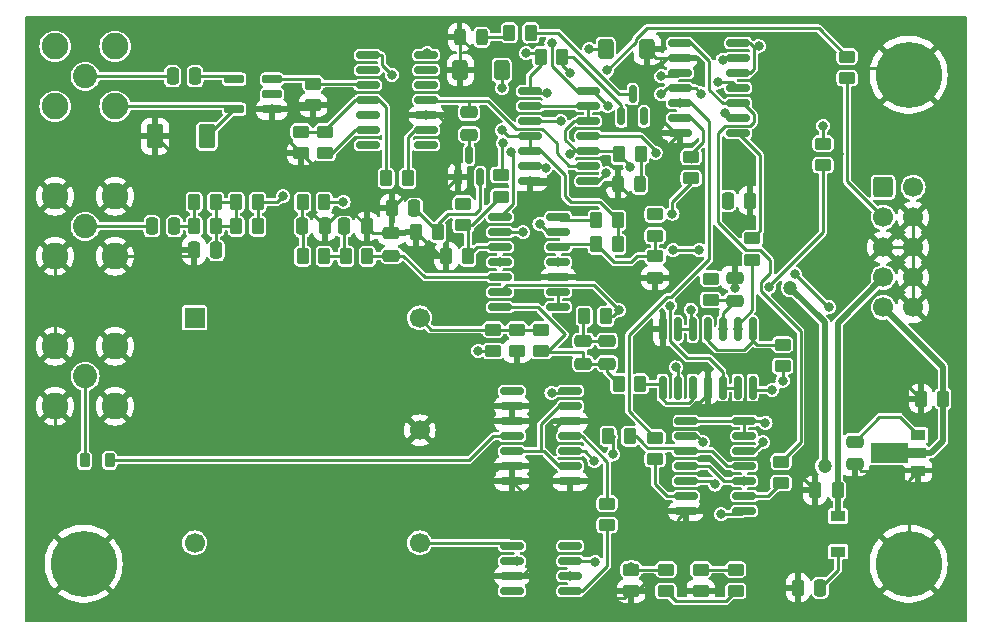
<source format=gbr>
%TF.GenerationSoftware,KiCad,Pcbnew,8.0.0*%
%TF.CreationDate,2024-03-08T18:23:45+01:00*%
%TF.ProjectId,33120a,33333132-3061-42e6-9b69-6361645f7063,rev?*%
%TF.SameCoordinates,Original*%
%TF.FileFunction,Copper,L1,Top*%
%TF.FilePolarity,Positive*%
%FSLAX46Y46*%
G04 Gerber Fmt 4.6, Leading zero omitted, Abs format (unit mm)*
G04 Created by KiCad (PCBNEW 8.0.0) date 2024-03-08 18:23:45*
%MOMM*%
%LPD*%
G01*
G04 APERTURE LIST*
G04 Aperture macros list*
%AMRoundRect*
0 Rectangle with rounded corners*
0 $1 Rounding radius*
0 $2 $3 $4 $5 $6 $7 $8 $9 X,Y pos of 4 corners*
0 Add a 4 corners polygon primitive as box body*
4,1,4,$2,$3,$4,$5,$6,$7,$8,$9,$2,$3,0*
0 Add four circle primitives for the rounded corners*
1,1,$1+$1,$2,$3*
1,1,$1+$1,$4,$5*
1,1,$1+$1,$6,$7*
1,1,$1+$1,$8,$9*
0 Add four rect primitives between the rounded corners*
20,1,$1+$1,$2,$3,$4,$5,0*
20,1,$1+$1,$4,$5,$6,$7,0*
20,1,$1+$1,$6,$7,$8,$9,0*
20,1,$1+$1,$8,$9,$2,$3,0*%
%AMFreePoly0*
4,1,9,3.862500,-0.866500,0.737500,-0.866500,0.737500,-0.450000,-0.737500,-0.450000,-0.737500,0.450000,0.737500,0.450000,0.737500,0.866500,3.862500,0.866500,3.862500,-0.866500,3.862500,-0.866500,$1*%
G04 Aperture macros list end*
%TA.AperFunction,SMDPad,CuDef*%
%ADD10RoundRect,0.250000X-0.475000X0.250000X-0.475000X-0.250000X0.475000X-0.250000X0.475000X0.250000X0*%
%TD*%
%TA.AperFunction,SMDPad,CuDef*%
%ADD11RoundRect,0.250000X-0.250000X-0.475000X0.250000X-0.475000X0.250000X0.475000X-0.250000X0.475000X0*%
%TD*%
%TA.AperFunction,SMDPad,CuDef*%
%ADD12RoundRect,0.250000X0.450000X-0.262500X0.450000X0.262500X-0.450000X0.262500X-0.450000X-0.262500X0*%
%TD*%
%TA.AperFunction,SMDPad,CuDef*%
%ADD13RoundRect,0.218750X-0.218750X-0.381250X0.218750X-0.381250X0.218750X0.381250X-0.218750X0.381250X0*%
%TD*%
%TA.AperFunction,SMDPad,CuDef*%
%ADD14RoundRect,0.250000X-0.450000X0.262500X-0.450000X-0.262500X0.450000X-0.262500X0.450000X0.262500X0*%
%TD*%
%TA.AperFunction,SMDPad,CuDef*%
%ADD15RoundRect,0.150000X-0.150000X0.825000X-0.150000X-0.825000X0.150000X-0.825000X0.150000X0.825000X0*%
%TD*%
%TA.AperFunction,SMDPad,CuDef*%
%ADD16RoundRect,0.250000X-0.262500X-0.450000X0.262500X-0.450000X0.262500X0.450000X-0.262500X0.450000X0*%
%TD*%
%TA.AperFunction,ComponentPad*%
%ADD17C,2.050000*%
%TD*%
%TA.AperFunction,ComponentPad*%
%ADD18C,2.250000*%
%TD*%
%TA.AperFunction,SMDPad,CuDef*%
%ADD19RoundRect,0.250000X0.475000X-0.250000X0.475000X0.250000X-0.475000X0.250000X-0.475000X-0.250000X0*%
%TD*%
%TA.AperFunction,SMDPad,CuDef*%
%ADD20RoundRect,0.150000X-0.825000X-0.150000X0.825000X-0.150000X0.825000X0.150000X-0.825000X0.150000X0*%
%TD*%
%TA.AperFunction,SMDPad,CuDef*%
%ADD21RoundRect,0.250000X0.250000X0.475000X-0.250000X0.475000X-0.250000X-0.475000X0.250000X-0.475000X0*%
%TD*%
%TA.AperFunction,SMDPad,CuDef*%
%ADD22RoundRect,0.250000X0.262500X0.450000X-0.262500X0.450000X-0.262500X-0.450000X0.262500X-0.450000X0*%
%TD*%
%TA.AperFunction,ComponentPad*%
%ADD23C,3.600000*%
%TD*%
%TA.AperFunction,ConnectorPad*%
%ADD24C,5.600000*%
%TD*%
%TA.AperFunction,SMDPad,CuDef*%
%ADD25R,1.300000X0.900000*%
%TD*%
%TA.AperFunction,SMDPad,CuDef*%
%ADD26FreePoly0,180.000000*%
%TD*%
%TA.AperFunction,SMDPad,CuDef*%
%ADD27RoundRect,0.250000X-0.400000X-0.600000X0.400000X-0.600000X0.400000X0.600000X-0.400000X0.600000X0*%
%TD*%
%TA.AperFunction,SMDPad,CuDef*%
%ADD28RoundRect,0.243750X-0.243750X-0.456250X0.243750X-0.456250X0.243750X0.456250X-0.243750X0.456250X0*%
%TD*%
%TA.AperFunction,SMDPad,CuDef*%
%ADD29RoundRect,0.150000X0.150000X-0.587500X0.150000X0.587500X-0.150000X0.587500X-0.150000X-0.587500X0*%
%TD*%
%TA.AperFunction,SMDPad,CuDef*%
%ADD30RoundRect,0.250000X-0.450000X-0.800000X0.450000X-0.800000X0.450000X0.800000X-0.450000X0.800000X0*%
%TD*%
%TA.AperFunction,SMDPad,CuDef*%
%ADD31RoundRect,0.250000X0.400000X0.600000X-0.400000X0.600000X-0.400000X-0.600000X0.400000X-0.600000X0*%
%TD*%
%TA.AperFunction,SMDPad,CuDef*%
%ADD32RoundRect,0.190000X-0.635000X-0.190000X0.635000X-0.190000X0.635000X0.190000X-0.635000X0.190000X0*%
%TD*%
%TA.AperFunction,ComponentPad*%
%ADD33R,1.700000X1.700000*%
%TD*%
%TA.AperFunction,ComponentPad*%
%ADD34C,1.700000*%
%TD*%
%TA.AperFunction,ComponentPad*%
%ADD35RoundRect,0.250000X-0.600000X-0.600000X0.600000X-0.600000X0.600000X0.600000X-0.600000X0.600000X0*%
%TD*%
%TA.AperFunction,ViaPad*%
%ADD36C,0.800000*%
%TD*%
%TA.AperFunction,ViaPad*%
%ADD37C,1.200000*%
%TD*%
%TA.AperFunction,Conductor*%
%ADD38C,0.250000*%
%TD*%
%TA.AperFunction,Conductor*%
%ADD39C,0.500000*%
%TD*%
G04 APERTURE END LIST*
D10*
%TO.P,C127,1*%
%TO.N,GND*%
X151511000Y-103444000D03*
%TO.P,C127,2*%
%TO.N,Net-(C127-Pad2)*%
X151511000Y-105344000D03*
%TD*%
D11*
%TO.P,C123,1*%
%TO.N,Net-(U107A--)*%
X150942000Y-96901000D03*
%TO.P,C123,2*%
%TO.N,GND*%
X152842000Y-96901000D03*
%TD*%
D12*
%TO.P,R106,1*%
%TO.N,GND*%
X144780000Y-103425000D03*
%TO.P,R106,2*%
%TO.N,Net-(U107D-+)*%
X144780000Y-101600000D03*
%TD*%
D11*
%TO.P,C101,1*%
%TO.N,Net-(J1-In)*%
X103927500Y-86360000D03*
%TO.P,C101,2*%
%TO.N,Net-(T101-AA)*%
X105827500Y-86360000D03*
%TD*%
D12*
%TO.P,R103,1*%
%TO.N,-12V*%
X116840000Y-92860500D03*
%TO.P,R103,2*%
%TO.N,Net-(U101--IN)*%
X116840000Y-91035500D03*
%TD*%
%TO.P,R143,1*%
%TO.N,GND*%
X148648000Y-129944500D03*
%TO.P,R143,2*%
%TO.N,Net-(U112-S0)*%
X148648000Y-128119500D03*
%TD*%
D13*
%TO.P,FB101,1*%
%TO.N,Net-(P2-In)*%
X96473500Y-118872000D03*
%TO.P,FB101,2*%
%TO.N,Net-(FB101-Pad2)*%
X98598500Y-118872000D03*
%TD*%
D14*
%TO.P,R118,1*%
%TO.N,Net-(U110-Uin)*%
X131064000Y-107799500D03*
%TO.P,R118,2*%
%TO.N,VCC*%
X131064000Y-109624500D03*
%TD*%
D15*
%TO.P,U106,1*%
%TO.N,Net-(R123-Pad1)*%
X153035000Y-107761000D03*
%TO.P,U106,2*%
%TO.N,Net-(C110-Pad2)*%
X151765000Y-107761000D03*
%TO.P,U106,3*%
%TO.N,Net-(C127-Pad2)*%
X150495000Y-107761000D03*
%TO.P,U106,4*%
%TO.N,Net-(R123-Pad1)*%
X149225000Y-107761000D03*
%TO.P,U106,5*%
%TO.N,SIGOFF\u002A*%
X147955000Y-107761000D03*
%TO.P,U106,6*%
X146685000Y-107761000D03*
%TO.P,U106,7,VSS*%
%TO.N,GND*%
X145415000Y-107761000D03*
%TO.P,U106,8*%
%TO.N,Net-(R121-Pad1)*%
X145415000Y-112711000D03*
%TO.P,U106,9*%
%TO.N,Net-(U107B--)*%
X146685000Y-112711000D03*
%TO.P,U106,10*%
%TO.N,Net-(R121-Pad1)*%
X147955000Y-112711000D03*
%TO.P,U106,11*%
%TO.N,GND*%
X149225000Y-112711000D03*
%TO.P,U106,12*%
%TO.N,SIGOFF*%
X150495000Y-112711000D03*
%TO.P,U106,13*%
X151765000Y-112711000D03*
%TO.P,U106,14,VDD*%
%TO.N,VCC*%
X153035000Y-112711000D03*
%TD*%
D16*
%TO.P,R117,1*%
%TO.N,Net-(C102-Pad2)*%
X109323500Y-97028000D03*
%TO.P,R117,2*%
%TO.N,Net-(R117-Pad2)*%
X111148500Y-97028000D03*
%TD*%
D17*
%TO.P,J2,1,In*%
%TO.N,Net-(J2-In)*%
X96520000Y-99060000D03*
D18*
%TO.P,J2,2,Ext*%
%TO.N,GND*%
X93980000Y-96520000D03*
X93980000Y-101600000D03*
X99060000Y-96520000D03*
X99060000Y-101600000D03*
%TD*%
D12*
%TO.P,R119,1*%
%TO.N,GND*%
X133096000Y-109624500D03*
%TO.P,R119,2*%
%TO.N,Net-(U110-Uin)*%
X133096000Y-107799500D03*
%TD*%
D14*
%TO.P,R139,1*%
%TO.N,Net-(R139-Pad1)*%
X161036000Y-84685500D03*
%TO.P,R139,2*%
%TO.N,Net-(CBL1-Pin_3)*%
X161036000Y-86510500D03*
%TD*%
D19*
%TO.P,C105,1*%
%TO.N,Net-(C105-Pad1)*%
X138684000Y-110678000D03*
%TO.P,C105,2*%
%TO.N,Net-(C105-Pad2)*%
X138684000Y-108778000D03*
%TD*%
D20*
%TO.P,U104,1*%
%TO.N,Net-(R138-Pad2)*%
X146877000Y-83566000D03*
%TO.P,U104,2*%
%TO.N,GND*%
X146877000Y-84836000D03*
%TO.P,U104,3*%
%TO.N,Net-(R126-Pad1)*%
X146877000Y-86106000D03*
%TO.P,U104,4*%
%TO.N,Net-(U102-Pad8)*%
X146877000Y-87376000D03*
%TO.P,U104,5*%
%TO.N,Net-(R140-Pad2)*%
X146877000Y-88646000D03*
%TO.P,U104,6*%
%TO.N,Net-(R111-Pad2)*%
X146877000Y-89916000D03*
%TO.P,U104,7,GND*%
%TO.N,GND*%
X146877000Y-91186000D03*
%TO.P,U104,8*%
%TO.N,Net-(R129-Pad1)*%
X151827000Y-91186000D03*
%TO.P,U104,9*%
%TO.N,Net-(U102-Pad8)*%
X151827000Y-89916000D03*
%TO.P,U104,10*%
%TO.N,Net-(R138-Pad2)*%
X151827000Y-88646000D03*
%TO.P,U104,11*%
%TO.N,Net-(R117-Pad2)*%
X151827000Y-87376000D03*
%TO.P,U104,12*%
%TO.N,VCC*%
X151827000Y-86106000D03*
%TO.P,U104,13*%
%TO.N,Net-(R140-Pad2)*%
X151827000Y-84836000D03*
%TO.P,U104,14,VCC*%
%TO.N,VCC*%
X151827000Y-83566000D03*
%TD*%
D21*
%TO.P,C109,1*%
%TO.N,GND*%
X116807000Y-99060000D03*
%TO.P,C109,2*%
%TO.N,Net-(C109-Pad2)*%
X114907000Y-99060000D03*
%TD*%
D20*
%TO.P,U103,1*%
%TO.N,unconnected-(U103-Pad1)*%
X132653000Y-113030000D03*
%TO.P,U103,2*%
%TO.N,GND*%
X132653000Y-114300000D03*
%TO.P,U103,3*%
X132653000Y-115570000D03*
%TO.P,U103,4*%
%TO.N,Net-(FB101-Pad2)*%
X132653000Y-116840000D03*
%TO.P,U103,5*%
%TO.N,Net-(U103-Pad13)*%
X132653000Y-118110000D03*
%TO.P,U103,6*%
%TO.N,GND*%
X132653000Y-119380000D03*
%TO.P,U103,7,GND*%
X132653000Y-120650000D03*
%TO.P,U103,8*%
X137603000Y-120650000D03*
%TO.P,U103,9*%
%TO.N,Net-(U103-Pad13)*%
X137603000Y-119380000D03*
%TO.P,U103,10*%
%TO.N,Net-(R137-Pad1)*%
X137603000Y-118110000D03*
%TO.P,U103,11*%
%TO.N,Net-(R136-Pad1)*%
X137603000Y-116840000D03*
%TO.P,U103,12*%
%TO.N,GND*%
X137603000Y-115570000D03*
%TO.P,U103,13*%
%TO.N,Net-(U103-Pad13)*%
X137603000Y-114300000D03*
%TO.P,U103,14,VCC*%
%TO.N,VCC*%
X137603000Y-113030000D03*
%TD*%
D21*
%TO.P,C112,1*%
%TO.N,+12V*%
X158765000Y-129667000D03*
%TO.P,C112,2*%
%TO.N,GND*%
X156865000Y-129667000D03*
%TD*%
D16*
%TO.P,R135,1*%
%TO.N,Net-(C102-Pad2)*%
X109323500Y-99060000D03*
%TO.P,R135,2*%
%TO.N,Net-(R117-Pad2)*%
X111148500Y-99060000D03*
%TD*%
D12*
%TO.P,R140,1*%
%TO.N,Net-(U105A-~{Q})*%
X144780000Y-118768500D03*
%TO.P,R140,2*%
%TO.N,Net-(R140-Pad2)*%
X144780000Y-116943500D03*
%TD*%
%TO.P,R111,1*%
%TO.N,Net-(U107A--)*%
X147828000Y-94996000D03*
%TO.P,R111,2*%
%TO.N,Net-(R111-Pad2)*%
X147828000Y-93171000D03*
%TD*%
D22*
%TO.P,R115,1*%
%TO.N,Net-(CR104-Pad1)*%
X136929500Y-84709000D03*
%TO.P,R115,2*%
%TO.N,Net-(CR106-A1)*%
X135104500Y-84709000D03*
%TD*%
D21*
%TO.P,C104,1*%
%TO.N,Net-(U107D--)*%
X124394000Y-97536000D03*
%TO.P,C104,2*%
%TO.N,GND*%
X122494000Y-97536000D03*
%TD*%
D16*
%TO.P,R137,1*%
%TO.N,Net-(R137-Pad1)*%
X140819500Y-116840000D03*
%TO.P,R137,2*%
%TO.N,Net-(U105A-C)*%
X142644500Y-116840000D03*
%TD*%
%TO.P,R107,1*%
%TO.N,GND*%
X124563500Y-99568000D03*
%TO.P,R107,2*%
%TO.N,Net-(U107D--)*%
X126388500Y-99568000D03*
%TD*%
D14*
%TO.P,R129,1*%
%TO.N,Net-(R129-Pad1)*%
X153000000Y-100087500D03*
%TO.P,R129,2*%
%TO.N,Net-(C110-Pad2)*%
X153000000Y-101912500D03*
%TD*%
D10*
%TO.P,C103,1*%
%TO.N,Net-(U101-OUT+)*%
X129032000Y-89408000D03*
%TO.P,C103,2*%
%TO.N,Net-(C103-Pad2)*%
X129032000Y-91308000D03*
%TD*%
D22*
%TO.P,R126,1*%
%TO.N,Net-(R126-Pad1)*%
X116769500Y-97028000D03*
%TO.P,R126,2*%
%TO.N,Net-(C109-Pad2)*%
X114944500Y-97028000D03*
%TD*%
D23*
%TO.P,H2,1,1*%
%TO.N,GND*%
X166243000Y-86233000D03*
D24*
X166243000Y-86233000D03*
%TD*%
D14*
%TO.P,R127,1*%
%TO.N,Net-(CBL1-Pin_2)*%
X159004000Y-92051500D03*
%TO.P,R127,2*%
%TO.N,Net-(C127-Pad2)*%
X159004000Y-93876500D03*
%TD*%
D22*
%TO.P,R113,1*%
%TO.N,Net-(U107A-+)*%
X128928500Y-101600000D03*
%TO.P,R113,2*%
%TO.N,GND*%
X127103500Y-101600000D03*
%TD*%
D12*
%TO.P,R141,1*%
%TO.N,GND*%
X142748000Y-129944500D03*
%TO.P,R141,2*%
%TO.N,Net-(U112-S1)*%
X142748000Y-128119500D03*
%TD*%
D20*
%TO.P,U112,1,X1/CLK*%
%TO.N,Net-(U110-RF)*%
X132653000Y-126111000D03*
%TO.P,U112,2,VDD*%
%TO.N,VCC*%
X132653000Y-127381000D03*
%TO.P,U112,3,GND*%
%TO.N,GND*%
X132653000Y-128651000D03*
%TO.P,U112,4,REF*%
%TO.N,unconnected-(U112-REF-Pad4)*%
X132653000Y-129921000D03*
%TO.P,U112,5,CLKOUT*%
%TO.N,Net-(U112-CLKOUT)*%
X137603000Y-129921000D03*
%TO.P,U112,6,S0*%
%TO.N,Net-(U112-S0)*%
X137603000Y-128651000D03*
%TO.P,U112,7,S1*%
%TO.N,Net-(U112-S1)*%
X137603000Y-127381000D03*
%TO.P,U112,8,X2*%
%TO.N,unconnected-(U112-X2-Pad8)*%
X137603000Y-126111000D03*
%TD*%
D12*
%TO.P,R138,1*%
%TO.N,Net-(U105B-Q)*%
X155448000Y-120800500D03*
%TO.P,R138,2*%
%TO.N,Net-(R138-Pad2)*%
X155448000Y-118975500D03*
%TD*%
D25*
%TO.P,U109,1,GND*%
%TO.N,GND*%
X167050000Y-119737000D03*
D26*
%TO.P,U109,2,VI*%
%TO.N,Net-(CBL1-Pin_9)*%
X166962500Y-118237000D03*
D25*
%TO.P,U109,3,VO*%
%TO.N,-12V*%
X167050000Y-116737000D03*
%TD*%
D27*
%TO.P,CR106,1,A1*%
%TO.N,Net-(CR106-A1)*%
X140617000Y-84074000D03*
%TO.P,CR106,2,A2*%
%TO.N,GND*%
X144117000Y-84074000D03*
%TD*%
D22*
%TO.P,R110,1*%
%TO.N,Net-(CR103-A)*%
X143557000Y-92964000D03*
%TO.P,R110,2*%
%TO.N,SIGOFF*%
X141732000Y-92964000D03*
%TD*%
D14*
%TO.P,R136,1*%
%TO.N,Net-(R136-Pad1)*%
X140716000Y-122531500D03*
%TO.P,R136,2*%
%TO.N,Net-(U112-CLKOUT)*%
X140716000Y-124356500D03*
%TD*%
D20*
%TO.P,U105,1,~{R}*%
%TO.N,VCC*%
X147385000Y-115570000D03*
%TO.P,U105,2,D*%
%TO.N,Net-(U105A-D)*%
X147385000Y-116840000D03*
%TO.P,U105,3,C*%
%TO.N,Net-(U105A-C)*%
X147385000Y-118110000D03*
%TO.P,U105,4,~{S}*%
%TO.N,VCC*%
X147385000Y-119380000D03*
%TO.P,U105,5,Q*%
%TO.N,Net-(U105A-Q)*%
X147385000Y-120650000D03*
%TO.P,U105,6,~{Q}*%
%TO.N,Net-(U105A-~{Q})*%
X147385000Y-121920000D03*
%TO.P,U105,7,GND*%
%TO.N,GND*%
X147385000Y-123190000D03*
%TO.P,U105,8,~{Q}*%
%TO.N,Net-(U105A-D)*%
X152335000Y-123190000D03*
%TO.P,U105,9,Q*%
%TO.N,Net-(U105B-Q)*%
X152335000Y-121920000D03*
%TO.P,U105,10,~{S}*%
%TO.N,VCC*%
X152335000Y-120650000D03*
%TO.P,U105,11,C*%
%TO.N,Net-(U105A-C)*%
X152335000Y-119380000D03*
%TO.P,U105,12,D*%
%TO.N,Net-(U105A-Q)*%
X152335000Y-118110000D03*
%TO.P,U105,13,~{R}*%
%TO.N,VCC*%
X152335000Y-116840000D03*
%TO.P,U105,14,VCC*%
X152335000Y-115570000D03*
%TD*%
D25*
%TO.P,U108,1,OUT*%
%TO.N,+12V*%
X160273000Y-126595000D03*
D26*
%TO.P,U108,2,GND*%
%TO.N,GND*%
X160185500Y-125095000D03*
D25*
%TO.P,U108,3,IN*%
%TO.N,Net-(CBL1-Pin_7)*%
X160273000Y-123595000D03*
%TD*%
D10*
%TO.P,C107,1*%
%TO.N,GND*%
X122461000Y-99634000D03*
%TO.P,C107,2*%
%TO.N,Net-(U107B-+)*%
X122461000Y-101534000D03*
%TD*%
D14*
%TO.P,R112,1*%
%TO.N,VCC*%
X128524000Y-97131500D03*
%TO.P,R112,2*%
%TO.N,Net-(U107A-+)*%
X128524000Y-98956500D03*
%TD*%
D28*
%TO.P,CR105,1,K*%
%TO.N,GND*%
X128221500Y-83058000D03*
%TO.P,CR105,2,A*%
%TO.N,Net-(CR105-A)*%
X130096500Y-83058000D03*
%TD*%
D16*
%TO.P,R133,1*%
%TO.N,Net-(C122-Pad2)*%
X105767500Y-99060000D03*
%TO.P,R133,2*%
%TO.N,Net-(C102-Pad2)*%
X107592500Y-99060000D03*
%TD*%
%TO.P,R124,1*%
%TO.N,Net-(C108-Pad2)*%
X118604000Y-101600000D03*
%TO.P,R124,2*%
%TO.N,Net-(U107B-+)*%
X120429000Y-101600000D03*
%TD*%
D29*
%TO.P,CR104,1*%
%TO.N,Net-(CR104-Pad1)*%
X141925000Y-89759000D03*
%TO.P,CR104,2*%
%TO.N,unconnected-(CR104-Pad2)*%
X143825000Y-89759000D03*
%TO.P,CR104,3*%
%TO.N,Net-(CR104-Pad3)*%
X142875000Y-87884000D03*
%TD*%
D14*
%TO.P,R101,1*%
%TO.N,Net-(T101-SB)*%
X115824000Y-86971500D03*
%TO.P,R101,2*%
%TO.N,GND*%
X115824000Y-88796500D03*
%TD*%
D17*
%TO.P,J1,1,In*%
%TO.N,Net-(J1-In)*%
X96520000Y-86360000D03*
D18*
%TO.P,J1,2,Ext*%
%TO.N,Net-(CR108-A2)*%
X93980000Y-83820000D03*
X93980000Y-88900000D03*
X99060000Y-83820000D03*
X99060000Y-88900000D03*
%TD*%
D22*
%TO.P,R114,1*%
%TO.N,Net-(CR104-Pad3)*%
X134262500Y-82677000D03*
%TO.P,R114,2*%
%TO.N,Net-(CR105-A)*%
X132437500Y-82677000D03*
%TD*%
D12*
%TO.P,R120,1*%
%TO.N,Net-(C105-Pad1)*%
X135128000Y-109624500D03*
%TO.P,R120,2*%
%TO.N,Net-(U110-Uin)*%
X135128000Y-107799500D03*
%TD*%
D30*
%TO.P,CR108,1,A1*%
%TO.N,GND*%
X102448000Y-91440000D03*
%TO.P,CR108,2,A2*%
%TO.N,Net-(CR108-A2)*%
X106848000Y-91440000D03*
%TD*%
D14*
%TO.P,R102,1*%
%TO.N,Net-(U101--IN)*%
X114808000Y-91035500D03*
%TO.P,R102,2*%
%TO.N,GND*%
X114808000Y-92860500D03*
%TD*%
D22*
%TO.P,R122,1*%
%TO.N,Net-(U107B--)*%
X140612500Y-106680000D03*
%TO.P,R122,2*%
%TO.N,Net-(C105-Pad2)*%
X138787500Y-106680000D03*
%TD*%
D12*
%TO.P,R142,1*%
%TO.N,VCC*%
X145698000Y-129944500D03*
%TO.P,R142,2*%
%TO.N,Net-(U112-S1)*%
X145698000Y-128119500D03*
%TD*%
D11*
%TO.P,C122,1*%
%TO.N,Net-(J2-In)*%
X102174000Y-99060000D03*
%TO.P,C122,2*%
%TO.N,Net-(C122-Pad2)*%
X104074000Y-99060000D03*
%TD*%
D31*
%TO.P,CR102,1,A1*%
%TO.N,Net-(CR102-A1)*%
X131798000Y-85852000D03*
%TO.P,CR102,2,A2*%
%TO.N,GND*%
X128298000Y-85852000D03*
%TD*%
D12*
%TO.P,R105,1*%
%TO.N,Net-(U107D-+)*%
X144780000Y-99869000D03*
%TO.P,R105,2*%
%TO.N,VCC*%
X144780000Y-98044000D03*
%TD*%
D32*
%TO.P,T101,1,SB*%
%TO.N,Net-(T101-SB)*%
X112334000Y-86614000D03*
%TO.P,T101,2*%
%TO.N,N/C*%
X112334000Y-87884000D03*
%TO.P,T101,3,SA*%
%TO.N,GND*%
X112334000Y-89154000D03*
%TO.P,T101,4,AB*%
%TO.N,Net-(CR108-A2)*%
X109154000Y-89154000D03*
%TO.P,T101,6,AA*%
%TO.N,Net-(T101-AA)*%
X109154000Y-86614000D03*
%TD*%
D12*
%TO.P,R144,1*%
%TO.N,VCC*%
X151598000Y-129944500D03*
%TO.P,R144,2*%
%TO.N,Net-(U112-S0)*%
X151598000Y-128119500D03*
%TD*%
D23*
%TO.P,H1,1,1*%
%TO.N,GND*%
X166243000Y-127635000D03*
D24*
X166243000Y-127635000D03*
%TD*%
D22*
%TO.P,R121,1*%
%TO.N,Net-(R121-Pad1)*%
X143533500Y-112395000D03*
%TO.P,R121,2*%
%TO.N,Net-(C105-Pad1)*%
X141708500Y-112395000D03*
%TD*%
D23*
%TO.P,H3,1,1*%
%TO.N,GND*%
X96393000Y-127635000D03*
D24*
X96393000Y-127635000D03*
%TD*%
D21*
%TO.P,C108,1*%
%TO.N,GND*%
X120363000Y-99060000D03*
%TO.P,C108,2*%
%TO.N,Net-(C108-Pad2)*%
X118463000Y-99060000D03*
%TD*%
%TO.P,C111,1*%
%TO.N,Net-(CBL1-Pin_7)*%
X160223000Y-121412000D03*
%TO.P,C111,2*%
%TO.N,GND*%
X158323000Y-121412000D03*
%TD*%
D10*
%TO.P,C114,1*%
%TO.N,-12V*%
X161671000Y-117287000D03*
%TO.P,C114,2*%
%TO.N,GND*%
X161671000Y-119187000D03*
%TD*%
D19*
%TO.P,C106,1*%
%TO.N,Net-(C105-Pad1)*%
X140716000Y-110678000D03*
%TO.P,C106,2*%
%TO.N,Net-(C105-Pad2)*%
X140716000Y-108778000D03*
%TD*%
D14*
%TO.P,R123,1*%
%TO.N,Net-(R123-Pad1)*%
X155575000Y-109069500D03*
%TO.P,R123,2*%
%TO.N,Net-(U107B--)*%
X155575000Y-110894500D03*
%TD*%
D16*
%TO.P,R125,1*%
%TO.N,Net-(C109-Pad2)*%
X114944500Y-101600000D03*
%TO.P,R125,2*%
%TO.N,Net-(C108-Pad2)*%
X116769500Y-101600000D03*
%TD*%
D22*
%TO.P,R108,1*%
%TO.N,Net-(CR102-A1)*%
X141628500Y-100584000D03*
%TO.P,R108,2*%
%TO.N,Net-(U107D-+)*%
X139803500Y-100584000D03*
%TD*%
D33*
%TO.P,U110,1,Uref*%
%TO.N,unconnected-(U110-Uref-Pad1)*%
X105791000Y-106807000D03*
D34*
%TO.P,U110,2,Us*%
%TO.N,VCC*%
X105791000Y-125857000D03*
%TO.P,U110,3,RF*%
%TO.N,Net-(U110-RF)*%
X124841000Y-125857000D03*
%TO.P,U110,4,GND*%
%TO.N,GND*%
X124841000Y-116332000D03*
%TO.P,U110,5,Uin*%
%TO.N,Net-(U110-Uin)*%
X124841000Y-106807000D03*
%TD*%
D20*
%TO.P,U107,1*%
%TO.N,Net-(CR104-Pad1)*%
X131637000Y-98298000D03*
%TO.P,U107,2,-*%
%TO.N,Net-(U107A--)*%
X131637000Y-99568000D03*
%TO.P,U107,3,+*%
%TO.N,Net-(U107A-+)*%
X131637000Y-100838000D03*
%TO.P,U107,4,V+*%
%TO.N,+12V*%
X131637000Y-102108000D03*
%TO.P,U107,5,+*%
%TO.N,Net-(U107B-+)*%
X131637000Y-103378000D03*
%TO.P,U107,6,-*%
%TO.N,Net-(U107B--)*%
X131637000Y-104648000D03*
%TO.P,U107,7*%
%TO.N,Net-(C105-Pad1)*%
X131637000Y-105918000D03*
%TO.P,U107,8*%
%TO.N,Net-(U107C--)*%
X136587000Y-105918000D03*
%TO.P,U107,9,-*%
X136587000Y-104648000D03*
%TO.P,U107,10,+*%
%TO.N,GND*%
X136587000Y-103378000D03*
%TO.P,U107,11,V-*%
%TO.N,-12V*%
X136587000Y-102108000D03*
%TO.P,U107,12,+*%
%TO.N,Net-(U107D-+)*%
X136587000Y-100838000D03*
%TO.P,U107,13,-*%
%TO.N,Net-(U107D--)*%
X136587000Y-99568000D03*
%TO.P,U107,14*%
%TO.N,Net-(R109-Pad2)*%
X136587000Y-98298000D03*
%TD*%
D22*
%TO.P,R109,1*%
%TO.N,Net-(CR102-A1)*%
X141628500Y-98552000D03*
%TO.P,R109,2*%
%TO.N,Net-(R109-Pad2)*%
X139803500Y-98552000D03*
%TD*%
D20*
%TO.P,U101,1,V+*%
%TO.N,+12V*%
X120461000Y-84582000D03*
%TO.P,U101,2*%
%TO.N,N/C*%
X120461000Y-85852000D03*
%TO.P,U101,3,+IN*%
%TO.N,Net-(T101-SB)*%
X120461000Y-87122000D03*
%TO.P,U101,4,-IN*%
%TO.N,Net-(U101--IN)*%
X120461000Y-88392000D03*
%TO.P,U101,5*%
%TO.N,N/C*%
X120461000Y-89662000D03*
%TO.P,U101,6,V-*%
%TO.N,-12V*%
X120461000Y-90932000D03*
%TO.P,U101,7*%
%TO.N,N/C*%
X120461000Y-92202000D03*
%TO.P,U101,8,STROBE2*%
%TO.N,unconnected-(U101-STROBE2-Pad8)*%
X125411000Y-92202000D03*
%TO.P,U101,9,OUT-*%
%TO.N,Net-(U101-OUT-)*%
X125411000Y-90932000D03*
%TO.P,U101,10,GND*%
%TO.N,GND*%
X125411000Y-89662000D03*
%TO.P,U101,11,OUT+*%
%TO.N,Net-(U101-OUT+)*%
X125411000Y-88392000D03*
%TO.P,U101,12*%
%TO.N,N/C*%
X125411000Y-87122000D03*
%TO.P,U101,13,STROBE1*%
%TO.N,unconnected-(U101-STROBE1-Pad13)*%
X125411000Y-85852000D03*
%TO.P,U101,14,VCC*%
%TO.N,VCC*%
X125411000Y-84582000D03*
%TD*%
D35*
%TO.P,CBL1,1,Pin_1*%
%TO.N,VCC*%
X164084000Y-95758000D03*
D34*
%TO.P,CBL1,2,Pin_2*%
%TO.N,Net-(CBL1-Pin_2)*%
X166624000Y-95758000D03*
%TO.P,CBL1,3,Pin_3*%
%TO.N,Net-(CBL1-Pin_3)*%
X164084000Y-98298000D03*
%TO.P,CBL1,4,Pin_4*%
%TO.N,GND*%
X166624000Y-98298000D03*
%TO.P,CBL1,5,Pin_5*%
X164084000Y-100838000D03*
%TO.P,CBL1,6,Pin_6*%
X166624000Y-100838000D03*
%TO.P,CBL1,7,Pin_7*%
%TO.N,Net-(CBL1-Pin_7)*%
X164084000Y-103378000D03*
%TO.P,CBL1,8,Pin_8*%
%TO.N,GND*%
X166624000Y-103378000D03*
%TO.P,CBL1,9,Pin_9*%
%TO.N,Net-(CBL1-Pin_9)*%
X164084000Y-105918000D03*
%TO.P,CBL1,10,Pin_10*%
%TO.N,GND*%
X166624000Y-105918000D03*
%TD*%
D12*
%TO.P,R116,1*%
%TO.N,Net-(U107A-+)*%
X131699000Y-96543500D03*
%TO.P,R116,2*%
%TO.N,Net-(CR106-A1)*%
X131699000Y-94718500D03*
%TD*%
D28*
%TO.P,CR103,1,K*%
%TO.N,GND*%
X141600500Y-95504000D03*
%TO.P,CR103,2,A*%
%TO.N,Net-(CR103-A)*%
X143475500Y-95504000D03*
%TD*%
D29*
%TO.P,CR101,1*%
%TO.N,GND*%
X128082000Y-94917500D03*
%TO.P,CR101,2*%
%TO.N,Net-(U107D--)*%
X129982000Y-94917500D03*
%TO.P,CR101,3*%
%TO.N,Net-(C103-Pad2)*%
X129032000Y-93042500D03*
%TD*%
D16*
%TO.P,R104,1*%
%TO.N,Net-(U101--IN)*%
X122023500Y-94996000D03*
%TO.P,R104,2*%
%TO.N,Net-(U101-OUT-)*%
X123848500Y-94996000D03*
%TD*%
D12*
%TO.P,R128,1*%
%TO.N,Net-(C127-Pad2)*%
X149479000Y-105306500D03*
%TO.P,R128,2*%
%TO.N,+12V*%
X149479000Y-103481500D03*
%TD*%
D21*
%TO.P,C113,1*%
%TO.N,Net-(CBL1-Pin_9)*%
X169164000Y-113665000D03*
%TO.P,C113,2*%
%TO.N,GND*%
X167264000Y-113665000D03*
%TD*%
D17*
%TO.P,P2,1,In*%
%TO.N,Net-(P2-In)*%
X96520000Y-111760000D03*
D18*
%TO.P,P2,2,Ext*%
%TO.N,GND*%
X93980000Y-109220000D03*
X93980000Y-114300000D03*
X99060000Y-109220000D03*
X99060000Y-114300000D03*
%TD*%
D16*
%TO.P,R134,1*%
%TO.N,Net-(C122-Pad2)*%
X105767500Y-97028000D03*
%TO.P,R134,2*%
%TO.N,Net-(C102-Pad2)*%
X107592500Y-97028000D03*
%TD*%
D11*
%TO.P,C102,1*%
%TO.N,GND*%
X105730000Y-101092000D03*
%TO.P,C102,2*%
%TO.N,Net-(C102-Pad2)*%
X107630000Y-101092000D03*
%TD*%
D20*
%TO.P,U102,1*%
%TO.N,Net-(CR106-A1)*%
X134177000Y-87630000D03*
%TO.P,U102,2*%
%TO.N,SIGOFF*%
X134177000Y-88900000D03*
%TO.P,U102,3*%
%TO.N,Net-(R139-Pad1)*%
X134177000Y-90170000D03*
%TO.P,U102,4*%
%TO.N,Net-(CR102-A1)*%
X134177000Y-91440000D03*
%TO.P,U102,5*%
X134177000Y-92710000D03*
%TO.P,U102,6*%
%TO.N,SIGOFF*%
X134177000Y-93980000D03*
%TO.P,U102,7,GND*%
%TO.N,GND*%
X134177000Y-95250000D03*
%TO.P,U102,8*%
%TO.N,Net-(U102-Pad8)*%
X139127000Y-95250000D03*
%TO.P,U102,9*%
%TO.N,Net-(U101-OUT+)*%
X139127000Y-93980000D03*
%TO.P,U102,10*%
%TO.N,SIGOFF*%
X139127000Y-92710000D03*
%TO.P,U102,11*%
%TO.N,SIGOFF\u002A*%
X139127000Y-91440000D03*
%TO.P,U102,12*%
%TO.N,SIGOFF*%
X139127000Y-90170000D03*
%TO.P,U102,13*%
X139127000Y-88900000D03*
%TO.P,U102,14,VCC*%
%TO.N,VCC*%
X139127000Y-87630000D03*
%TD*%
D36*
%TO.N,VCC*%
X154117000Y-115697000D03*
%TO.N,Net-(C110-Pad2)*%
X151800653Y-107796653D03*
%TO.N,GND*%
X143632347Y-106040347D03*
X145325000Y-107761000D03*
X131191000Y-119507000D03*
X157226000Y-119253000D03*
X103444000Y-123444000D03*
X148844000Y-122936000D03*
X149225000Y-111125000D03*
X144117000Y-84074000D03*
X159385000Y-88646000D03*
X150769942Y-117836448D03*
X125411000Y-89662000D03*
X134366000Y-102616000D03*
X154051000Y-86548000D03*
X167264000Y-113665000D03*
X160311000Y-92964000D03*
X136144000Y-95504000D03*
X144780000Y-103425000D03*
X140231856Y-96098984D03*
X151384000Y-111064000D03*
X167050000Y-119737000D03*
X135128000Y-129413000D03*
X151384000Y-93980000D03*
X128082000Y-94917500D03*
X128298000Y-85852000D03*
X160185500Y-125095000D03*
X127103500Y-101817000D03*
X151511000Y-104244000D03*
X136123983Y-116319834D03*
X134177000Y-95250000D03*
X131445000Y-84201000D03*
X145542000Y-92075000D03*
X112334000Y-89154000D03*
%TO.N,Net-(U107D--)*%
X126388500Y-99568000D03*
X135001000Y-98843000D03*
%TO.N,+12V*%
X131637000Y-102108000D03*
X122494000Y-86233000D03*
D37*
X159131000Y-119380000D03*
X156210000Y-104267000D03*
D36*
X160273000Y-126595000D03*
X149479000Y-103481500D03*
%TO.N,-12V*%
X146304000Y-101092000D03*
X116840000Y-92860500D03*
X159512000Y-105918000D03*
X148521026Y-101092000D03*
X136587000Y-102108000D03*
X161671000Y-117287000D03*
X156634000Y-103124000D03*
%TO.N,VCC*%
X136017000Y-83566000D03*
X152335000Y-120650000D03*
X129794000Y-109601000D03*
X128524000Y-97155000D03*
X151598000Y-129944500D03*
X133096000Y-127381000D03*
X136017000Y-113157000D03*
X140761513Y-88854487D03*
X153543000Y-83820000D03*
X154686000Y-112903000D03*
X144780000Y-98044000D03*
X125476000Y-84402000D03*
%TO.N,Net-(U107A--)*%
X147828000Y-94996000D03*
X150876000Y-96901000D03*
X146240500Y-97980500D03*
X133604000Y-99568000D03*
%TO.N,Net-(C127-Pad2)*%
X150495000Y-107761000D03*
X154432000Y-104206500D03*
%TO.N,Net-(CBL1-Pin_2)*%
X159004000Y-90551000D03*
%TO.N,Net-(CR102-A1)*%
X131826000Y-90932000D03*
X131826000Y-87376000D03*
%TO.N,Net-(CR104-Pad1)*%
X137597154Y-86049847D03*
X132588000Y-92747000D03*
%TO.N,Net-(CR106-A1)*%
X131899000Y-92020000D03*
X135636000Y-87757000D03*
X133858000Y-84402000D03*
X139192000Y-84074000D03*
%TO.N,SIGOFF*%
X142695503Y-94023941D03*
X135516347Y-94099653D03*
X146050000Y-105791000D03*
X137541000Y-92964000D03*
%TO.N,Net-(R117-Pad2)*%
X150077000Y-86868000D03*
X113284000Y-96520000D03*
%TO.N,Net-(U107B--)*%
X146558000Y-110998000D03*
X155575000Y-112141000D03*
X141732000Y-106172000D03*
%TO.N,Net-(R126-Pad1)*%
X118397000Y-97028000D03*
X145288000Y-86360000D03*
%TO.N,Net-(R137-Pad1)*%
X139642347Y-118929653D03*
X141224000Y-118364000D03*
%TO.N,Net-(R139-Pad1)*%
X136779000Y-90170000D03*
X140716000Y-85852000D03*
%TO.N,Net-(R140-Pad2)*%
X150495000Y-84963000D03*
X146877000Y-88646000D03*
%TO.N,Net-(U112-S1)*%
X139700000Y-127508000D03*
X142748000Y-127926000D03*
%TO.N,Net-(U112-S0)*%
X137603000Y-128651000D03*
X148648000Y-128119500D03*
%TO.N,Net-(U102-Pad8)*%
X145288000Y-87884000D03*
X140661043Y-94570238D03*
X148653500Y-87820500D03*
X150711378Y-89490589D03*
%TO.N,SIGOFF\u002A*%
X144817000Y-92837000D03*
X147796026Y-106118561D03*
%TO.N,Net-(U105A-D)*%
X148844000Y-117348000D03*
X150368000Y-123444000D03*
%TO.N,Net-(U105A-Q)*%
X153924000Y-117348000D03*
X149855347Y-120908653D03*
%TD*%
D38*
%TO.N,GND*%
X151511000Y-103444000D02*
X151511000Y-104244000D01*
%TO.N,Net-(R123-Pad1)*%
X153368501Y-109069500D02*
X153035000Y-108735999D01*
X155575000Y-109069500D02*
X153368501Y-109069500D01*
X149225000Y-108735999D02*
X149989001Y-109500000D01*
X153035000Y-108735999D02*
X153035000Y-107761000D01*
X149225000Y-107761000D02*
X149225000Y-108735999D01*
X149989001Y-109500000D02*
X152270999Y-109500000D01*
X152270999Y-109500000D02*
X153035000Y-108735999D01*
%TO.N,GND*%
X152842000Y-95438000D02*
X152842000Y-96901000D01*
X151384000Y-93980000D02*
X152842000Y-95438000D01*
X154158000Y-118735000D02*
X154423000Y-119000000D01*
X151309092Y-118735000D02*
X154158000Y-118735000D01*
X150769942Y-117836448D02*
X150769942Y-118195850D01*
X154423000Y-119498000D02*
X154423000Y-119000000D01*
X150769942Y-118195850D02*
X151309092Y-118735000D01*
X146085000Y-116085000D02*
X146085000Y-115219092D01*
X146085000Y-115219092D02*
X146843092Y-114461000D01*
X149225000Y-113275000D02*
X149225000Y-112711000D01*
X146215000Y-116215000D02*
X146085000Y-116085000D01*
X149148494Y-116215000D02*
X146215000Y-116215000D01*
X146843092Y-114461000D02*
X148039000Y-114461000D01*
X148039000Y-114461000D02*
X149225000Y-113275000D01*
X150769942Y-117836448D02*
X149148494Y-116215000D01*
%TO.N,VCC*%
X152335000Y-115570000D02*
X153990000Y-115570000D01*
X153990000Y-115570000D02*
X154117000Y-115697000D01*
X152335000Y-116840000D02*
X152335000Y-115570000D01*
X147385000Y-115570000D02*
X152335000Y-115570000D01*
%TO.N,Net-(R138-Pad2)*%
X153707000Y-104558000D02*
X157099000Y-107950000D01*
X157099000Y-117324500D02*
X155448000Y-118975500D01*
X154500000Y-101879900D02*
X154500000Y-103000000D01*
X153695100Y-101075000D02*
X154500000Y-101879900D01*
X152454900Y-101075000D02*
X153695100Y-101075000D01*
X157099000Y-107950000D02*
X157099000Y-117324500D01*
X150736484Y-90541000D02*
X150117000Y-91160484D01*
X152852908Y-90541000D02*
X150736484Y-90541000D01*
X153707000Y-103793000D02*
X153707000Y-104558000D01*
X150117000Y-91160484D02*
X150117000Y-98737100D01*
X153127000Y-89565092D02*
X153127000Y-90266908D01*
X152207908Y-88646000D02*
X153127000Y-89565092D01*
X154500000Y-103000000D02*
X153707000Y-103793000D01*
X153127000Y-90266908D02*
X152852908Y-90541000D01*
X150117000Y-98737100D02*
X152454900Y-101075000D01*
X150504305Y-88646000D02*
X152207908Y-88646000D01*
%TO.N,Net-(R129-Pad1)*%
X153667000Y-93026000D02*
X151827000Y-91186000D01*
X153667000Y-99420500D02*
X153667000Y-93026000D01*
X153000000Y-100087500D02*
X153667000Y-99420500D01*
%TO.N,Net-(C110-Pad2)*%
X151765000Y-107380092D02*
X151765000Y-107761000D01*
X153000000Y-106145092D02*
X151765000Y-107380092D01*
X153000000Y-101912500D02*
X153000000Y-106145092D01*
%TO.N,Net-(J1-In)*%
X103927500Y-86360000D02*
X96520000Y-86360000D01*
%TO.N,Net-(T101-AA)*%
X108900000Y-86360000D02*
X109154000Y-86614000D01*
X105827500Y-86360000D02*
X108900000Y-86360000D01*
%TO.N,GND*%
X146750695Y-123824305D02*
X146750695Y-129107000D01*
X144780000Y-103425000D02*
X144780000Y-104892694D01*
X100584000Y-123444000D02*
X103444000Y-123444000D01*
X102448000Y-93132000D02*
X99060000Y-96520000D01*
X126595500Y-101600000D02*
X127103500Y-101600000D01*
X126385999Y-89662000D02*
X127508000Y-90784001D01*
X157226000Y-119253000D02*
X157226000Y-119611000D01*
X112334000Y-90386500D02*
X112334000Y-90358000D01*
X103972000Y-92964000D02*
X109728000Y-92964000D01*
X161671000Y-119187000D02*
X162221000Y-119737000D01*
X146858305Y-110273000D02*
X147283000Y-110697695D01*
X148590000Y-123190000D02*
X148844000Y-122936000D01*
X154888000Y-119963000D02*
X154423000Y-119498000D01*
X133096000Y-111252000D02*
X134620000Y-112776000D01*
X166243000Y-86233000D02*
X165683000Y-85673000D01*
X160923000Y-125095000D02*
X160185500Y-125095000D01*
X166624000Y-100838000D02*
X166624000Y-103378000D01*
X162909000Y-109310000D02*
X167264000Y-113665000D01*
X140826840Y-95504000D02*
X140231856Y-96098984D01*
X134431000Y-95504000D02*
X134177000Y-95250000D01*
X141600500Y-95504000D02*
X140826840Y-95504000D01*
X134366000Y-128651000D02*
X132653000Y-128651000D01*
X144526000Y-89215908D02*
X146496092Y-91186000D01*
X163703000Y-125095000D02*
X160185500Y-125095000D01*
X136634000Y-103425000D02*
X136587000Y-103378000D01*
X93980000Y-125222000D02*
X93980000Y-114300000D01*
X154926000Y-85673000D02*
X154051000Y-86548000D01*
X123544000Y-96486000D02*
X126513500Y-96486000D01*
X144780000Y-104892694D02*
X143632347Y-106040347D01*
X102448000Y-91440000D02*
X102448000Y-93132000D01*
X147283000Y-110697695D02*
X147283000Y-110961000D01*
X96393000Y-127635000D02*
X93980000Y-125222000D01*
X146877000Y-84836000D02*
X145786695Y-84836000D01*
X136587000Y-103378000D02*
X135128000Y-103378000D01*
X143961588Y-96529000D02*
X145542000Y-94948588D01*
X115782000Y-93834500D02*
X114808000Y-92860500D01*
X149225000Y-112330092D02*
X149225000Y-112711000D01*
X162909000Y-105431299D02*
X162909000Y-109310000D01*
X137603000Y-115570000D02*
X136873817Y-115570000D01*
X149225000Y-111125000D02*
X149225000Y-112711000D01*
X162221000Y-119737000D02*
X167050000Y-119737000D01*
X164084000Y-100838000D02*
X166624000Y-100838000D01*
X156874000Y-119963000D02*
X154888000Y-119963000D01*
X135128000Y-129413000D02*
X136261000Y-130546000D01*
X132526000Y-119507000D02*
X132653000Y-119380000D01*
X125603000Y-115570000D02*
X132653000Y-115570000D01*
X147447000Y-111125000D02*
X149225000Y-111125000D01*
X142748000Y-129944500D02*
X143232500Y-129944500D01*
X145542000Y-92075000D02*
X145988000Y-92075000D01*
X136261000Y-130546000D02*
X142146500Y-130546000D01*
X133477000Y-128651000D02*
X132653000Y-128651000D01*
X166243000Y-127635000D02*
X163703000Y-125095000D01*
X124841000Y-116332000D02*
X125603000Y-115570000D01*
X134620000Y-122617000D02*
X134620000Y-127508000D01*
X122527000Y-99568000D02*
X122461000Y-99634000D01*
X156865000Y-128415500D02*
X160185500Y-125095000D01*
X166243000Y-120544000D02*
X167050000Y-119737000D01*
X146496092Y-91186000D02*
X146877000Y-91186000D01*
X147385000Y-123190000D02*
X148590000Y-123190000D01*
X120937000Y-99634000D02*
X120363000Y-99060000D01*
X158323000Y-121412000D02*
X156874000Y-119963000D01*
X114808000Y-92860500D02*
X112334000Y-90386500D01*
X127508000Y-90784001D02*
X127508000Y-93472000D01*
X142625500Y-96529000D02*
X143961588Y-96529000D01*
X144070000Y-129107000D02*
X146750695Y-129107000D01*
X132653000Y-120650000D02*
X132653000Y-119380000D01*
X158323000Y-123232500D02*
X158323000Y-121412000D01*
X145988000Y-92075000D02*
X146877000Y-91186000D01*
X132653000Y-114300000D02*
X132653000Y-115570000D01*
X144879000Y-84836000D02*
X146877000Y-84836000D01*
X105222000Y-101600000D02*
X105730000Y-101092000D01*
X157226000Y-119611000D02*
X156874000Y-119963000D01*
X122494000Y-97536000D02*
X123544000Y-96486000D01*
X160311000Y-89572000D02*
X160311000Y-92964000D01*
X117857000Y-98010000D02*
X119313000Y-98010000D01*
X144780000Y-103425000D02*
X136634000Y-103425000D01*
X157287000Y-86548000D02*
X154051000Y-86548000D01*
X166624000Y-105918000D02*
X165449000Y-104743000D01*
X127508000Y-93472000D02*
X128082000Y-94046000D01*
X156865000Y-129667000D02*
X156865000Y-128415500D01*
X163597299Y-104743000D02*
X162909000Y-105431299D01*
X115782000Y-98035000D02*
X115782000Y-93834500D01*
X128298000Y-85852000D02*
X128298000Y-86586000D01*
X122494000Y-97536000D02*
X122494000Y-99601000D01*
X144117000Y-84074000D02*
X144879000Y-84836000D01*
X159385000Y-88646000D02*
X157287000Y-86548000D01*
X166624000Y-98298000D02*
X166624000Y-100838000D01*
X136873817Y-115570000D02*
X136123983Y-116319834D01*
X134620000Y-113792000D02*
X134112000Y-114300000D01*
X147283000Y-110961000D02*
X147447000Y-111125000D01*
X125411000Y-89662000D02*
X126385999Y-89662000D01*
X93980000Y-101600000D02*
X93980000Y-109220000D01*
X147385000Y-123190000D02*
X146750695Y-123824305D01*
X128221500Y-83058000D02*
X129364500Y-84201000D01*
X144526000Y-86096695D02*
X144526000Y-89215908D01*
X129364500Y-84201000D02*
X131445000Y-84201000D01*
X145786695Y-84836000D02*
X144526000Y-86096695D01*
X133096000Y-109624500D02*
X133096000Y-111252000D01*
X134620000Y-112776000D02*
X134620000Y-113792000D01*
X115466500Y-89154000D02*
X115824000Y-88796500D01*
X136144000Y-95504000D02*
X134431000Y-95504000D01*
X145415000Y-109093000D02*
X146595000Y-110273000D01*
X112334000Y-90358000D02*
X112334000Y-89154000D01*
X166243000Y-127635000D02*
X166243000Y-120544000D01*
X96393000Y-127635000D02*
X100584000Y-123444000D01*
X146750695Y-129107000D02*
X147588195Y-129944500D01*
X160185500Y-125095000D02*
X158323000Y-123232500D01*
X161671000Y-124347000D02*
X160923000Y-125095000D01*
X147588195Y-129944500D02*
X148648000Y-129944500D01*
X112207000Y-89281000D02*
X112334000Y-89154000D01*
X161671000Y-119187000D02*
X161671000Y-124347000D01*
X165683000Y-85673000D02*
X154926000Y-85673000D01*
X116807000Y-99060000D02*
X115782000Y-98035000D01*
X122494000Y-99601000D02*
X122461000Y-99634000D01*
X143232500Y-129944500D02*
X144070000Y-129107000D01*
X109728000Y-92964000D02*
X112334000Y-90358000D01*
X116807000Y-99060000D02*
X117857000Y-98010000D01*
X135128000Y-103378000D02*
X134366000Y-102616000D01*
X99060000Y-101600000D02*
X105222000Y-101600000D01*
X126513500Y-96486000D02*
X128082000Y-94917500D01*
X122461000Y-99634000D02*
X120937000Y-99634000D01*
X134112000Y-114300000D02*
X132653000Y-114300000D01*
X135128000Y-129413000D02*
X134366000Y-128651000D01*
X131191000Y-119507000D02*
X132526000Y-119507000D01*
X128298000Y-85852000D02*
X128298000Y-83134500D01*
X165449000Y-104743000D02*
X163597299Y-104743000D01*
X128082000Y-94046000D02*
X128082000Y-94917500D01*
X166624000Y-105918000D02*
X166624000Y-103378000D01*
X119313000Y-98010000D02*
X120363000Y-99060000D01*
X124563500Y-99568000D02*
X122527000Y-99568000D01*
X159385000Y-88646000D02*
X160311000Y-89572000D01*
X145542000Y-94948588D02*
X145542000Y-92075000D01*
X141600500Y-95504000D02*
X142625500Y-96529000D01*
X137603000Y-120650000D02*
X132653000Y-120650000D01*
X124563500Y-99568000D02*
X126595500Y-101600000D01*
X146595000Y-110273000D02*
X146858305Y-110273000D01*
X145415000Y-107761000D02*
X145415000Y-109093000D01*
X128298000Y-83134500D02*
X128221500Y-83058000D01*
X132653000Y-120650000D02*
X134620000Y-122617000D01*
X142146500Y-130546000D02*
X142748000Y-129944500D01*
X134620000Y-127508000D02*
X133477000Y-128651000D01*
X112334000Y-89154000D02*
X115466500Y-89154000D01*
X102448000Y-91440000D02*
X103972000Y-92964000D01*
%TO.N,Net-(C102-Pad2)*%
X109323500Y-97028000D02*
X109323500Y-99060000D01*
X107630000Y-99097500D02*
X107592500Y-99060000D01*
X107630000Y-101092000D02*
X107630000Y-99097500D01*
X107592500Y-99060000D02*
X107592500Y-97028000D01*
X107592500Y-97028000D02*
X109323500Y-97028000D01*
X107592500Y-99060000D02*
X109323500Y-99060000D01*
%TO.N,Net-(U101-OUT+)*%
X125477000Y-88458000D02*
X125411000Y-88392000D01*
X136435000Y-92047092D02*
X136435000Y-92883305D01*
X137531695Y-93980000D02*
X139127000Y-93980000D01*
X129032000Y-88458000D02*
X130622000Y-88458000D01*
X129032000Y-88458000D02*
X125477000Y-88458000D01*
X136435000Y-92883305D02*
X137531695Y-93980000D01*
X129032000Y-89408000D02*
X129032000Y-88458000D01*
X135202908Y-90815000D02*
X136435000Y-92047092D01*
X130622000Y-88458000D02*
X132979000Y-90815000D01*
X132979000Y-90815000D02*
X135202908Y-90815000D01*
%TO.N,Net-(C103-Pad2)*%
X129032000Y-91308000D02*
X129032000Y-93042500D01*
%TO.N,Net-(U107D--)*%
X135726000Y-99568000D02*
X135001000Y-98843000D01*
X129540000Y-98044000D02*
X129982000Y-97602000D01*
X126388500Y-98868000D02*
X127212500Y-98044000D01*
X124394000Y-97536000D02*
X126388500Y-99530500D01*
X136587000Y-99568000D02*
X135726000Y-99568000D01*
X126388500Y-99530500D02*
X126388500Y-99568000D01*
X127212500Y-98044000D02*
X129540000Y-98044000D01*
X129982000Y-97602000D02*
X129982000Y-94917500D01*
X126388500Y-99568000D02*
X126388500Y-98868000D01*
%TO.N,Net-(C105-Pad1)*%
X137160000Y-108204000D02*
X134874000Y-105918000D01*
X135739500Y-109624500D02*
X137160000Y-108204000D01*
X134874000Y-105918000D02*
X131637000Y-105918000D01*
X135231500Y-109728000D02*
X135128000Y-109624500D01*
X138684000Y-109728000D02*
X135231500Y-109728000D01*
X140716000Y-111402500D02*
X141708500Y-112395000D01*
X138684000Y-110678000D02*
X138684000Y-109728000D01*
X140716000Y-110678000D02*
X140716000Y-111402500D01*
X135128000Y-109624500D02*
X135739500Y-109624500D01*
X138684000Y-110678000D02*
X140716000Y-110678000D01*
%TO.N,Net-(C105-Pad2)*%
X138684000Y-106783500D02*
X138787500Y-106680000D01*
X138684000Y-108778000D02*
X138684000Y-106783500D01*
X138684000Y-108778000D02*
X140716000Y-108778000D01*
%TO.N,Net-(U107B-+)*%
X123444000Y-101534000D02*
X125288000Y-103378000D01*
X120429000Y-101600000D02*
X122395000Y-101600000D01*
X122395000Y-101600000D02*
X122461000Y-101534000D01*
X125288000Y-103378000D02*
X131637000Y-103378000D01*
X122461000Y-101534000D02*
X123444000Y-101534000D01*
%TO.N,Net-(C108-Pad2)*%
X118463000Y-101459000D02*
X118604000Y-101600000D01*
X116769500Y-101600000D02*
X118604000Y-101600000D01*
X118463000Y-99060000D02*
X118463000Y-101459000D01*
%TO.N,Net-(C109-Pad2)*%
X114907000Y-99060000D02*
X114907000Y-97065500D01*
X114944500Y-101600000D02*
X114944500Y-99097500D01*
X114907000Y-97065500D02*
X114944500Y-97028000D01*
X114944500Y-99097500D02*
X114907000Y-99060000D01*
D39*
%TO.N,Net-(CBL1-Pin_7)*%
X160273000Y-123595000D02*
X160273000Y-121462000D01*
D38*
X160273000Y-121462000D02*
X160223000Y-121412000D01*
D39*
X164084000Y-103378000D02*
X160223000Y-107239000D01*
X160223000Y-107239000D02*
X160223000Y-121412000D01*
D38*
%TO.N,+12V*%
X160273000Y-126595000D02*
X160273000Y-128159000D01*
X120461000Y-84582000D02*
X121643000Y-84582000D01*
X121643000Y-84582000D02*
X121643000Y-85382000D01*
X160273000Y-128159000D02*
X158765000Y-129667000D01*
D39*
X156210000Y-104267000D02*
X159131000Y-107188000D01*
D38*
X121643000Y-85382000D02*
X122494000Y-86233000D01*
D39*
X159131000Y-107188000D02*
X159131000Y-119380000D01*
%TO.N,Net-(CBL1-Pin_9)*%
X169164000Y-110998000D02*
X164084000Y-105918000D01*
X169164000Y-113665000D02*
X169164000Y-110998000D01*
X168148000Y-118237000D02*
X166962500Y-118237000D01*
X169164000Y-117221000D02*
X168148000Y-118237000D01*
X169164000Y-113665000D02*
X169164000Y-117221000D01*
D38*
%TO.N,-12V*%
X119380000Y-90932000D02*
X120461000Y-90932000D01*
X161671000Y-117287000D02*
X163769000Y-115189000D01*
X116840000Y-92860500D02*
X117451500Y-92860500D01*
X165502000Y-115189000D02*
X167050000Y-116737000D01*
X156634000Y-103124000D02*
X159428000Y-105918000D01*
X159428000Y-105918000D02*
X159512000Y-105918000D01*
X117451500Y-92860500D02*
X119380000Y-90932000D01*
X163769000Y-115189000D02*
X163830000Y-115189000D01*
X146304000Y-101092000D02*
X148521026Y-101092000D01*
X163830000Y-115189000D02*
X165502000Y-115189000D01*
%TO.N,VCC*%
X152781000Y-86106000D02*
X151827000Y-86106000D01*
X151766390Y-116840000D02*
X152335000Y-116840000D01*
X136017000Y-85494999D02*
X136017000Y-83566000D01*
X153227000Y-112903000D02*
X153035000Y-112711000D01*
X151827000Y-83566000D02*
X152801999Y-83566000D01*
X150622000Y-120650000D02*
X152335000Y-120650000D01*
X153471999Y-83891001D02*
X153127000Y-83891001D01*
X153127000Y-85760000D02*
X152781000Y-86106000D01*
X133096000Y-127381000D02*
X132653000Y-127381000D01*
X125411000Y-84467000D02*
X125476000Y-84402000D01*
X125411000Y-84582000D02*
X125411000Y-84467000D01*
X136017000Y-113157000D02*
X137476000Y-113157000D01*
X146535500Y-130782000D02*
X150760500Y-130782000D01*
X149352000Y-119380000D02*
X150622000Y-120650000D01*
X153127000Y-83891001D02*
X153127000Y-85760000D01*
X131064000Y-109624500D02*
X129817500Y-109624500D01*
X140761513Y-88854487D02*
X139537026Y-87630000D01*
X139127000Y-87630000D02*
X138152001Y-87630000D01*
X138152001Y-87630000D02*
X136017000Y-85494999D01*
X154686000Y-112903000D02*
X153227000Y-112903000D01*
X150760500Y-130782000D02*
X151598000Y-129944500D01*
X153543000Y-83820000D02*
X153471999Y-83891001D01*
X147385000Y-119380000D02*
X149352000Y-119380000D01*
X128524000Y-97131500D02*
X128524000Y-97155000D01*
X152801999Y-83566000D02*
X153127000Y-83891001D01*
X145698000Y-129944500D02*
X146535500Y-130782000D01*
X137476000Y-113157000D02*
X137603000Y-113030000D01*
X152208000Y-115697000D02*
X152335000Y-115570000D01*
X139537026Y-87630000D02*
X139127000Y-87630000D01*
X129817500Y-109624500D02*
X129794000Y-109601000D01*
X151954092Y-120650000D02*
X152335000Y-120650000D01*
%TO.N,Net-(J2-In)*%
X96520000Y-99060000D02*
X102174000Y-99060000D01*
%TO.N,Net-(C122-Pad2)*%
X105767500Y-99060000D02*
X105767500Y-97028000D01*
X104074000Y-99060000D02*
X105767500Y-99060000D01*
%TO.N,Net-(U107A--)*%
X147828000Y-95400500D02*
X146240500Y-96988000D01*
X150942000Y-96901000D02*
X150876000Y-96901000D01*
X146240500Y-97980500D02*
X146240500Y-96988000D01*
X133604000Y-99568000D02*
X131637000Y-99568000D01*
X147828000Y-94996000D02*
X147828000Y-95400500D01*
%TO.N,Net-(C127-Pad2)*%
X149479000Y-105306500D02*
X151473500Y-105306500D01*
X154432000Y-104140000D02*
X159004000Y-99568000D01*
X154432000Y-104206500D02*
X154432000Y-104140000D01*
X150495000Y-107761000D02*
X150495000Y-106360000D01*
X150495000Y-106360000D02*
X151511000Y-105344000D01*
X151473500Y-105306500D02*
X151511000Y-105344000D01*
X159004000Y-99568000D02*
X159004000Y-93876500D01*
%TO.N,Net-(CBL1-Pin_2)*%
X159004000Y-90551000D02*
X159004000Y-92051500D01*
%TO.N,Net-(CBL1-Pin_3)*%
X164084000Y-98298000D02*
X161036000Y-95250000D01*
X161036000Y-95250000D02*
X161036000Y-86510500D01*
%TO.N,Net-(CR102-A1)*%
X134177000Y-92710000D02*
X135151999Y-92710000D01*
X134177000Y-92710000D02*
X134177000Y-91440000D01*
X137160000Y-96520000D02*
X137668000Y-97028000D01*
X137160000Y-94718001D02*
X137160000Y-96520000D01*
X131826000Y-90932000D02*
X132334000Y-91440000D01*
X141628500Y-100584000D02*
X141628500Y-98552000D01*
X131798000Y-87348000D02*
X131826000Y-87376000D01*
X131798000Y-85852000D02*
X131798000Y-87348000D01*
X140104500Y-97028000D02*
X141628500Y-98552000D01*
X137668000Y-97028000D02*
X140104500Y-97028000D01*
X135151999Y-92710000D02*
X137160000Y-94718001D01*
X132334000Y-91440000D02*
X134177000Y-91440000D01*
%TO.N,Net-(CR103-A)*%
X143557000Y-92964000D02*
X143557000Y-95422500D01*
X143557000Y-95422500D02*
X143475500Y-95504000D01*
%TO.N,Net-(CR104-Pad1)*%
X141925000Y-89759000D02*
X141925000Y-88777092D01*
X141925000Y-88777092D02*
X137856908Y-84709000D01*
X137856908Y-84709000D02*
X136929500Y-84709000D01*
X136929500Y-84709000D02*
X136929500Y-85382193D01*
X136929500Y-85382193D02*
X137597154Y-86049847D01*
X132724000Y-97211000D02*
X131637000Y-98298000D01*
X132724000Y-92883000D02*
X132724000Y-97211000D01*
X132588000Y-92747000D02*
X132724000Y-92883000D01*
%TO.N,Net-(CR104-Pad3)*%
X139991000Y-86152305D02*
X141722695Y-87884000D01*
X134262500Y-82677000D02*
X136525000Y-82677000D01*
X136525000Y-82677000D02*
X139991000Y-86143000D01*
X141722695Y-87884000D02*
X142875000Y-87884000D01*
X139991000Y-86143000D02*
X139991000Y-86152305D01*
%TO.N,Net-(CR105-A)*%
X132056500Y-83058000D02*
X132437500Y-82677000D01*
X130096500Y-83058000D02*
X132056500Y-83058000D01*
%TO.N,Net-(CR106-A1)*%
X134177000Y-86330100D02*
X134177000Y-87630000D01*
X135636000Y-87757000D02*
X134304000Y-87757000D01*
X140617000Y-84074000D02*
X139192000Y-84074000D01*
X134797500Y-84402000D02*
X135104500Y-84709000D01*
X131826000Y-92093000D02*
X131826000Y-94718500D01*
X135104500Y-84709000D02*
X135104500Y-85402600D01*
X131899000Y-92020000D02*
X131826000Y-92093000D01*
X134304000Y-87757000D02*
X134177000Y-87630000D01*
X135104500Y-85402600D02*
X134177000Y-86330100D01*
X133858000Y-84402000D02*
X134797500Y-84402000D01*
%TO.N,Net-(CR108-A2)*%
X99060000Y-88900000D02*
X108900000Y-88900000D01*
X108900000Y-88900000D02*
X109154000Y-89154000D01*
X109134000Y-89154000D02*
X109154000Y-89154000D01*
X106848000Y-91440000D02*
X109134000Y-89154000D01*
%TO.N,Net-(P2-In)*%
X96520000Y-111760000D02*
X96520000Y-118825500D01*
X96520000Y-118825500D02*
X96473500Y-118872000D01*
%TO.N,Net-(FB101-Pad2)*%
X98598500Y-118872000D02*
X129032000Y-118872000D01*
X129032000Y-118872000D02*
X131064000Y-116840000D01*
X131064000Y-116840000D02*
X132653000Y-116840000D01*
%TO.N,Net-(T101-SB)*%
X120310500Y-86971500D02*
X120461000Y-87122000D01*
X112334000Y-86614000D02*
X115466500Y-86614000D01*
X115466500Y-86614000D02*
X115824000Y-86971500D01*
X115824000Y-86971500D02*
X120310500Y-86971500D01*
%TO.N,Net-(U101--IN)*%
X114808000Y-91035500D02*
X116840000Y-91035500D01*
X121435999Y-88392000D02*
X120461000Y-88392000D01*
X120461000Y-88392000D02*
X119380000Y-88392000D01*
X122023500Y-88979501D02*
X121435999Y-88392000D01*
X119380000Y-88392000D02*
X116840000Y-90932000D01*
X116840000Y-90932000D02*
X116840000Y-91035500D01*
X122023500Y-95504000D02*
X122023500Y-88979501D01*
%TO.N,Net-(U101-OUT-)*%
X123848500Y-95504000D02*
X123848500Y-91519501D01*
X124436001Y-90932000D02*
X125411000Y-90932000D01*
X123848500Y-91519501D02*
X124436001Y-90932000D01*
%TO.N,Net-(U107D-+)*%
X139803500Y-100584000D02*
X136841000Y-100584000D01*
X144780000Y-101600000D02*
X144780000Y-99869000D01*
X142748000Y-102108000D02*
X141327500Y-102108000D01*
X144780000Y-101600000D02*
X143256000Y-101600000D01*
X143256000Y-101600000D02*
X142748000Y-102108000D01*
X136841000Y-100584000D02*
X136587000Y-100838000D01*
X141327500Y-102108000D02*
X139803500Y-100584000D01*
%TO.N,Net-(R109-Pad2)*%
X136841000Y-98552000D02*
X136587000Y-98298000D01*
X139803500Y-98552000D02*
X136841000Y-98552000D01*
%TO.N,SIGOFF*%
X146050000Y-105791000D02*
X146050000Y-108776908D01*
X147504439Y-110231347D02*
X149356653Y-110231347D01*
X146050000Y-108776908D02*
X147504439Y-110231347D01*
X142695503Y-93927503D02*
X141732000Y-92964000D01*
X137160000Y-91717999D02*
X137160000Y-90932000D01*
X139127000Y-92710000D02*
X138152001Y-92710000D01*
X137795000Y-92710000D02*
X139127000Y-92710000D01*
X135636000Y-93980000D02*
X135516347Y-94099653D01*
X139127000Y-92710000D02*
X141478000Y-92710000D01*
X150495000Y-111369695D02*
X150495000Y-112711000D01*
X137922000Y-90170000D02*
X139127000Y-90170000D01*
X137160000Y-90932000D02*
X137922000Y-90170000D01*
X142695503Y-94023941D02*
X142695503Y-93927503D01*
X139127000Y-90170000D02*
X139127000Y-88900000D01*
X150495000Y-112711000D02*
X151765000Y-112711000D01*
X134177000Y-88900000D02*
X139127000Y-88900000D01*
X137541000Y-92964000D02*
X137795000Y-92710000D01*
X138152001Y-92710000D02*
X137160000Y-91717999D01*
X141478000Y-92710000D02*
X141732000Y-92964000D01*
X134177000Y-93980000D02*
X135636000Y-93980000D01*
X149356653Y-110231347D02*
X150495000Y-111369695D01*
%TO.N,Net-(R111-Pad2)*%
X147851999Y-89916000D02*
X146877000Y-89916000D01*
X147828000Y-92964000D02*
X148844000Y-91948000D01*
X148844000Y-90908001D02*
X147851999Y-89916000D01*
X147828000Y-93575500D02*
X147828000Y-92964000D01*
X148844000Y-91948000D02*
X148844000Y-90908001D01*
%TO.N,Net-(U107A-+)*%
X128928500Y-101600000D02*
X129690500Y-100838000D01*
X128928500Y-99361000D02*
X128524000Y-98956500D01*
X131826000Y-96543500D02*
X131676896Y-96543500D01*
X131676896Y-96543500D02*
X129263896Y-98956500D01*
X128928500Y-101600000D02*
X128928500Y-99361000D01*
X129690500Y-100838000D02*
X131637000Y-100838000D01*
X129263896Y-98956500D02*
X128524000Y-98956500D01*
%TO.N,Net-(R117-Pad2)*%
X111148500Y-99060000D02*
X111148500Y-97028000D01*
X151319000Y-86868000D02*
X151827000Y-87376000D01*
X111148500Y-97028000D02*
X112776000Y-97028000D01*
X150077000Y-86868000D02*
X151319000Y-86868000D01*
X112776000Y-97028000D02*
X113284000Y-96520000D01*
%TO.N,Net-(U110-Uin)*%
X124841000Y-106807000D02*
X125833500Y-107799500D01*
X135128000Y-107799500D02*
X133096000Y-107799500D01*
X125833500Y-107799500D02*
X131064000Y-107799500D01*
X133096000Y-107799500D02*
X131064000Y-107799500D01*
%TO.N,Net-(R121-Pad1)*%
X147955000Y-113665000D02*
X147955000Y-112711000D01*
X145740001Y-114011000D02*
X147609000Y-114011000D01*
X147609000Y-114011000D02*
X147955000Y-113665000D01*
X145099000Y-112395000D02*
X145415000Y-112711000D01*
X143533500Y-112395000D02*
X145099000Y-112395000D01*
X145415000Y-112711000D02*
X145415000Y-113685999D01*
X145415000Y-113685999D02*
X145740001Y-114011000D01*
%TO.N,Net-(U107B--)*%
X131637000Y-104648000D02*
X132262000Y-104023000D01*
X155575000Y-110894500D02*
X155575000Y-112141000D01*
X140612500Y-106680000D02*
X141224000Y-106680000D01*
X139583000Y-104023000D02*
X141732000Y-106172000D01*
X146685000Y-111125000D02*
X146558000Y-110998000D01*
X132262000Y-104023000D02*
X139583000Y-104023000D01*
X141224000Y-106680000D02*
X141732000Y-106172000D01*
X146685000Y-112711000D02*
X146685000Y-111125000D01*
%TO.N,Net-(R126-Pad1)*%
X145288000Y-86360000D02*
X146623000Y-86360000D01*
X146623000Y-86360000D02*
X146877000Y-86106000D01*
X116769500Y-97028000D02*
X118397000Y-97028000D01*
%TO.N,Net-(R136-Pad1)*%
X140716000Y-118978001D02*
X138577999Y-116840000D01*
X138577999Y-116840000D02*
X137603000Y-116840000D01*
X140716000Y-122531500D02*
X140716000Y-118978001D01*
%TO.N,Net-(U112-CLKOUT)*%
X138577999Y-129921000D02*
X137603000Y-129921000D01*
X140716000Y-124356500D02*
X140716000Y-127782999D01*
X140716000Y-127782999D02*
X138577999Y-129921000D01*
%TO.N,Net-(R137-Pad1)*%
X137603000Y-118110000D02*
X138822694Y-118110000D01*
X141224000Y-118364000D02*
X141224000Y-116943500D01*
X141224000Y-116943500D02*
X141327500Y-116840000D01*
X138822694Y-118110000D02*
X139642347Y-118929653D01*
%TO.N,Net-(U105A-C)*%
X152335000Y-119380000D02*
X150876000Y-119380000D01*
X144159900Y-117856000D02*
X147131000Y-117856000D01*
X143152500Y-116840000D02*
X143755000Y-117442500D01*
X150876000Y-119380000D02*
X149606000Y-118110000D01*
X147131000Y-117856000D02*
X147385000Y-118110000D01*
X143755000Y-117442500D02*
X143755000Y-117451100D01*
X143755000Y-117451100D02*
X144159900Y-117856000D01*
X149606000Y-118110000D02*
X147385000Y-118110000D01*
%TO.N,Net-(U105B-Q)*%
X152335000Y-121920000D02*
X154328500Y-121920000D01*
X154328500Y-121920000D02*
X155448000Y-120800500D01*
%TO.N,Net-(R138-Pad2)*%
X149352000Y-87493695D02*
X150504305Y-88646000D01*
X149352000Y-85066001D02*
X149352000Y-87493695D01*
X146877000Y-83566000D02*
X147851999Y-83566000D01*
X150504305Y-88646000D02*
X151827000Y-88646000D01*
X147851999Y-83566000D02*
X149352000Y-85066001D01*
%TO.N,Net-(R139-Pad1)*%
X143142000Y-83426000D02*
X143142000Y-83228900D01*
X136779000Y-90170000D02*
X134177000Y-90170000D01*
X143142000Y-83228900D02*
X144074900Y-82296000D01*
X140716000Y-85852000D02*
X143142000Y-83426000D01*
X158646500Y-82296000D02*
X161036000Y-84685500D01*
X144074900Y-82296000D02*
X158646500Y-82296000D01*
%TO.N,Net-(U105A-~{Q})*%
X145796000Y-121920000D02*
X144780000Y-120904000D01*
X144780000Y-120904000D02*
X144780000Y-118768500D01*
X147385000Y-121920000D02*
X145796000Y-121920000D01*
%TO.N,Net-(R140-Pad2)*%
X144780000Y-116943500D02*
X142546000Y-114709500D01*
X146140000Y-105066000D02*
X149352000Y-101854000D01*
X149352000Y-101854000D02*
X149352000Y-90146001D01*
X151827000Y-84836000D02*
X150622000Y-84836000D01*
X142546000Y-108269695D02*
X145749695Y-105066000D01*
X145749695Y-105066000D02*
X146140000Y-105066000D01*
X149352000Y-90146001D02*
X147851999Y-88646000D01*
X147851999Y-88646000D02*
X146877000Y-88646000D01*
X150622000Y-84836000D02*
X150495000Y-84963000D01*
X142546000Y-114709500D02*
X142546000Y-108269695D01*
%TO.N,Net-(U112-S1)*%
X142748000Y-128119500D02*
X145698000Y-128119500D01*
X137603000Y-127381000D02*
X139573000Y-127381000D01*
X139573000Y-127381000D02*
X139700000Y-127508000D01*
%TO.N,Net-(U112-S0)*%
X137476000Y-128524000D02*
X137603000Y-128651000D01*
X151598000Y-128119500D02*
X148648000Y-128119500D01*
X148232500Y-128119500D02*
X148648000Y-128119500D01*
%TO.N,Net-(U102-Pad8)*%
X146877000Y-87376000D02*
X145796000Y-87376000D01*
X151827000Y-89916000D02*
X151136789Y-89916000D01*
X151136789Y-89916000D02*
X150711378Y-89490589D01*
X148209000Y-87376000D02*
X146877000Y-87376000D01*
X140661043Y-94570238D02*
X139981281Y-95250000D01*
X139981281Y-95250000D02*
X139127000Y-95250000D01*
X145796000Y-87376000D02*
X145288000Y-87884000D01*
X148653500Y-87820500D02*
X148209000Y-87376000D01*
%TO.N,SIGOFF\u002A*%
X147796026Y-107602026D02*
X147955000Y-107761000D01*
X139127000Y-91440000D02*
X143565600Y-91440000D01*
X144817000Y-92691400D02*
X144817000Y-92837000D01*
X143565600Y-91440000D02*
X144817000Y-92691400D01*
X147796026Y-106118561D02*
X147796026Y-107602026D01*
X146685000Y-107761000D02*
X147955000Y-107761000D01*
%TO.N,Net-(U103-Pad13)*%
X135382000Y-118110000D02*
X135128000Y-118110000D01*
X135128000Y-118110000D02*
X132653000Y-118110000D01*
X136652000Y-119380000D02*
X135382000Y-118110000D01*
X136652000Y-114300000D02*
X135128000Y-115824000D01*
X135128000Y-115824000D02*
X135128000Y-118110000D01*
X137603000Y-114300000D02*
X136652000Y-114300000D01*
X137603000Y-119380000D02*
X136652000Y-119380000D01*
%TO.N,Net-(U105A-D)*%
X150368000Y-123444000D02*
X152081000Y-123444000D01*
X147385000Y-116840000D02*
X148336000Y-116840000D01*
X152081000Y-123444000D02*
X152335000Y-123190000D01*
X148336000Y-116840000D02*
X148844000Y-117348000D01*
%TO.N,Net-(U105A-Q)*%
X153924000Y-117348000D02*
X153162000Y-118110000D01*
X153162000Y-118110000D02*
X152335000Y-118110000D01*
X147385000Y-120650000D02*
X149596694Y-120650000D01*
X149596694Y-120650000D02*
X149855347Y-120908653D01*
%TO.N,Net-(U107C--)*%
X136587000Y-104648000D02*
X136587000Y-105918000D01*
%TO.N,Net-(U110-RF)*%
X132399000Y-125857000D02*
X132653000Y-126111000D01*
X124841000Y-125857000D02*
X132399000Y-125857000D01*
%TD*%
%TA.AperFunction,Conductor*%
%TO.N,GND*%
G36*
X166158075Y-103570993D02*
G01*
X166223901Y-103685007D01*
X166316993Y-103778099D01*
X166431007Y-103843925D01*
X166494590Y-103860962D01*
X165862625Y-104492925D01*
X165939031Y-104546425D01*
X165982655Y-104601002D01*
X165989848Y-104670501D01*
X165958326Y-104732855D01*
X165939029Y-104749576D01*
X165862625Y-104803072D01*
X166494590Y-105435037D01*
X166431007Y-105452075D01*
X166316993Y-105517901D01*
X166223901Y-105610993D01*
X166158075Y-105725007D01*
X166141037Y-105788590D01*
X165509072Y-105156625D01*
X165450401Y-105240419D01*
X165350570Y-105454507D01*
X165350567Y-105454514D01*
X165317841Y-105576650D01*
X165281476Y-105636310D01*
X165218629Y-105666839D01*
X165149253Y-105658544D01*
X165095375Y-105614059D01*
X165079406Y-105580553D01*
X165059232Y-105514046D01*
X164961685Y-105331550D01*
X164909702Y-105268209D01*
X164830410Y-105171589D01*
X164685138Y-105052369D01*
X164670450Y-105040315D01*
X164487954Y-104942768D01*
X164289934Y-104882700D01*
X164289932Y-104882699D01*
X164289934Y-104882699D01*
X164084000Y-104862417D01*
X163878067Y-104882699D01*
X163680043Y-104942769D01*
X163586466Y-104992788D01*
X163497550Y-105040315D01*
X163497548Y-105040316D01*
X163497547Y-105040317D01*
X163337589Y-105171589D01*
X163206317Y-105331547D01*
X163206315Y-105331550D01*
X163193101Y-105356271D01*
X163108769Y-105514043D01*
X163048699Y-105712067D01*
X163028417Y-105918000D01*
X163048699Y-106123932D01*
X163063280Y-106171998D01*
X163108768Y-106321954D01*
X163206315Y-106504450D01*
X163210436Y-106509471D01*
X163337589Y-106664410D01*
X163434209Y-106743702D01*
X163497550Y-106795685D01*
X163680046Y-106893232D01*
X163878066Y-106953300D01*
X163878065Y-106953300D01*
X163896529Y-106955118D01*
X164084000Y-106973583D01*
X164289934Y-106953300D01*
X164366328Y-106930125D01*
X164436193Y-106929503D01*
X164490003Y-106961106D01*
X168677181Y-111148284D01*
X168710666Y-111209607D01*
X168713500Y-111235965D01*
X168713500Y-112715470D01*
X168693815Y-112782509D01*
X168663134Y-112815240D01*
X168591850Y-112867850D01*
X168511207Y-112977117D01*
X168488842Y-113041033D01*
X168448120Y-113097808D01*
X168383167Y-113123555D01*
X168314605Y-113110098D01*
X168264203Y-113061711D01*
X168254095Y-113039081D01*
X168198358Y-112870880D01*
X168198356Y-112870875D01*
X168106315Y-112721654D01*
X167982345Y-112597684D01*
X167833124Y-112505643D01*
X167833119Y-112505641D01*
X167666697Y-112450494D01*
X167666690Y-112450493D01*
X167563986Y-112440000D01*
X167514000Y-112440000D01*
X167514000Y-114889999D01*
X167563972Y-114889999D01*
X167563986Y-114889998D01*
X167666697Y-114879505D01*
X167833119Y-114824358D01*
X167833124Y-114824356D01*
X167982345Y-114732315D01*
X168106315Y-114608345D01*
X168198356Y-114459124D01*
X168198359Y-114459117D01*
X168254094Y-114290918D01*
X168293866Y-114233473D01*
X168358382Y-114206649D01*
X168427158Y-114218964D01*
X168478358Y-114266506D01*
X168488841Y-114288965D01*
X168511207Y-114352882D01*
X168591851Y-114462151D01*
X168663133Y-114514759D01*
X168705384Y-114570406D01*
X168713500Y-114614529D01*
X168713500Y-116983035D01*
X168693815Y-117050074D01*
X168677181Y-117070716D01*
X168058467Y-117689429D01*
X167997144Y-117722914D01*
X167927452Y-117717930D01*
X167871519Y-117676058D01*
X167862415Y-117661067D01*
X167860666Y-117658873D01*
X167789163Y-117601850D01*
X167781503Y-117598162D01*
X167729644Y-117551339D01*
X167711331Y-117483912D01*
X167732379Y-117417288D01*
X167770206Y-117385838D01*
X167768077Y-117382652D01*
X167844552Y-117331552D01*
X167865881Y-117299631D01*
X167888867Y-117265231D01*
X167888867Y-117265229D01*
X167888868Y-117265229D01*
X167900499Y-117206752D01*
X167900500Y-117206750D01*
X167900500Y-116267249D01*
X167900499Y-116267247D01*
X167888868Y-116208770D01*
X167888867Y-116208769D01*
X167844552Y-116142447D01*
X167778230Y-116098132D01*
X167778229Y-116098131D01*
X167719752Y-116086500D01*
X167719748Y-116086500D01*
X166911188Y-116086500D01*
X166844149Y-116066815D01*
X166823507Y-116050181D01*
X165701864Y-114928537D01*
X165701863Y-114928536D01*
X165701862Y-114928535D01*
X165664750Y-114907108D01*
X165627640Y-114885682D01*
X165586246Y-114874591D01*
X165544853Y-114863500D01*
X163872853Y-114863500D01*
X163811853Y-114863500D01*
X163726147Y-114863500D01*
X163643359Y-114885682D01*
X163569138Y-114928535D01*
X163569135Y-114928537D01*
X161947492Y-116550181D01*
X161886169Y-116583666D01*
X161859811Y-116586500D01*
X161141730Y-116586500D01*
X161111300Y-116589353D01*
X161111298Y-116589353D01*
X160983119Y-116634206D01*
X160983118Y-116634207D01*
X160871133Y-116716855D01*
X160805504Y-116740825D01*
X160737334Y-116725509D01*
X160688266Y-116675769D01*
X160673500Y-116617084D01*
X160673500Y-113915000D01*
X166264001Y-113915000D01*
X166264001Y-114189986D01*
X166274494Y-114292697D01*
X166329641Y-114459119D01*
X166329643Y-114459124D01*
X166421684Y-114608345D01*
X166545654Y-114732315D01*
X166694875Y-114824356D01*
X166694880Y-114824358D01*
X166861302Y-114879505D01*
X166861309Y-114879506D01*
X166964019Y-114889999D01*
X167013999Y-114889998D01*
X167014000Y-114889998D01*
X167014000Y-113915000D01*
X166264001Y-113915000D01*
X160673500Y-113915000D01*
X160673500Y-113415000D01*
X166264000Y-113415000D01*
X167014000Y-113415000D01*
X167014000Y-112440000D01*
X167013999Y-112439999D01*
X166964029Y-112440000D01*
X166964011Y-112440001D01*
X166861302Y-112450494D01*
X166694880Y-112505641D01*
X166694875Y-112505643D01*
X166545654Y-112597684D01*
X166421684Y-112721654D01*
X166329643Y-112870875D01*
X166329641Y-112870880D01*
X166274494Y-113037302D01*
X166274493Y-113037309D01*
X166264000Y-113140013D01*
X166264000Y-113415000D01*
X160673500Y-113415000D01*
X160673500Y-107476965D01*
X160693185Y-107409926D01*
X160709819Y-107389284D01*
X162191253Y-105907850D01*
X163677998Y-104421104D01*
X163739319Y-104387621D01*
X163801671Y-104390125D01*
X163878066Y-104413300D01*
X163878065Y-104413300D01*
X163896529Y-104415118D01*
X164084000Y-104433583D01*
X164289934Y-104413300D01*
X164487954Y-104353232D01*
X164670450Y-104255685D01*
X164830410Y-104124410D01*
X164961685Y-103964450D01*
X165059232Y-103781954D01*
X165079406Y-103715446D01*
X165117702Y-103657010D01*
X165181514Y-103628553D01*
X165250581Y-103639112D01*
X165302975Y-103685336D01*
X165317841Y-103719349D01*
X165350567Y-103841486D01*
X165350570Y-103841492D01*
X165450400Y-104055579D01*
X165450402Y-104055583D01*
X165509072Y-104139373D01*
X165509073Y-104139373D01*
X166141037Y-103507409D01*
X166158075Y-103570993D01*
G37*
%TD.AperFunction*%
%TA.AperFunction,Conductor*%
G36*
X136248244Y-94272019D02*
G01*
X136272652Y-94290980D01*
X136798181Y-94816509D01*
X136831666Y-94877832D01*
X136834500Y-94904190D01*
X136834500Y-96477147D01*
X136834500Y-96562853D01*
X136838693Y-96578500D01*
X136856682Y-96645640D01*
X136876607Y-96680150D01*
X136899535Y-96719862D01*
X137407534Y-97227861D01*
X137407535Y-97227862D01*
X137468138Y-97288465D01*
X137468140Y-97288466D01*
X137468144Y-97288469D01*
X137527556Y-97322770D01*
X137542362Y-97331318D01*
X137625147Y-97353500D01*
X139918311Y-97353500D01*
X139985350Y-97373185D01*
X140005992Y-97389819D01*
X140055992Y-97439819D01*
X140089477Y-97501142D01*
X140084493Y-97570834D01*
X140042621Y-97626767D01*
X139977157Y-97651184D01*
X139968311Y-97651500D01*
X139486730Y-97651500D01*
X139456300Y-97654353D01*
X139456298Y-97654353D01*
X139328119Y-97699206D01*
X139328117Y-97699207D01*
X139218850Y-97779850D01*
X139138207Y-97889117D01*
X139138206Y-97889119D01*
X139093353Y-98017298D01*
X139093353Y-98017300D01*
X139090500Y-98047730D01*
X139090500Y-98102500D01*
X139070815Y-98169539D01*
X139018011Y-98215294D01*
X138966500Y-98226500D01*
X137885938Y-98226500D01*
X137818899Y-98206815D01*
X137773144Y-98154011D01*
X137764194Y-98119027D01*
X137763147Y-98119180D01*
X137754668Y-98060988D01*
X137752573Y-98046607D01*
X137701198Y-97941517D01*
X137701196Y-97941515D01*
X137701196Y-97941514D01*
X137618485Y-97858803D01*
X137513391Y-97807426D01*
X137445261Y-97797500D01*
X137445260Y-97797500D01*
X135728740Y-97797500D01*
X135728739Y-97797500D01*
X135660608Y-97807426D01*
X135555514Y-97858803D01*
X135472803Y-97941514D01*
X135421426Y-98046608D01*
X135411500Y-98114739D01*
X135411500Y-98177478D01*
X135391815Y-98244517D01*
X135339011Y-98290272D01*
X135269853Y-98300216D01*
X135240048Y-98292039D01*
X135157765Y-98257957D01*
X135157760Y-98257955D01*
X135001001Y-98237318D01*
X135000999Y-98237318D01*
X134844239Y-98257955D01*
X134844237Y-98257956D01*
X134698160Y-98318463D01*
X134572718Y-98414718D01*
X134476463Y-98540160D01*
X134415956Y-98686237D01*
X134415955Y-98686239D01*
X134395318Y-98842998D01*
X134395318Y-98843001D01*
X134415955Y-98999760D01*
X134415956Y-98999762D01*
X134469406Y-99128803D01*
X134476464Y-99145841D01*
X134572718Y-99271282D01*
X134698159Y-99367536D01*
X134844238Y-99428044D01*
X134879065Y-99432629D01*
X135000999Y-99448682D01*
X135001000Y-99448682D01*
X135001001Y-99448682D01*
X135036708Y-99443980D01*
X135068818Y-99439753D01*
X135137853Y-99450518D01*
X135172685Y-99475011D01*
X135376024Y-99678350D01*
X135409509Y-99739673D01*
X135411047Y-99748153D01*
X135421426Y-99819391D01*
X135472803Y-99924485D01*
X135555514Y-100007196D01*
X135555515Y-100007196D01*
X135555517Y-100007198D01*
X135660607Y-100058573D01*
X135694673Y-100063536D01*
X135728739Y-100068500D01*
X136620097Y-100068500D01*
X136687136Y-100088185D01*
X136732891Y-100140989D01*
X136742835Y-100210147D01*
X136713810Y-100273703D01*
X136682097Y-100299887D01*
X136645724Y-100320887D01*
X136583724Y-100337500D01*
X135728739Y-100337500D01*
X135660608Y-100347426D01*
X135555514Y-100398803D01*
X135472803Y-100481514D01*
X135421426Y-100586608D01*
X135411500Y-100654739D01*
X135411500Y-101021260D01*
X135421426Y-101089391D01*
X135472803Y-101194485D01*
X135555514Y-101277196D01*
X135555515Y-101277196D01*
X135555517Y-101277198D01*
X135660607Y-101328573D01*
X135681719Y-101331649D01*
X135728739Y-101338500D01*
X136252164Y-101338500D01*
X136319203Y-101358185D01*
X136364958Y-101410989D01*
X136374902Y-101480147D01*
X136345877Y-101543703D01*
X136299616Y-101577061D01*
X136284163Y-101583461D01*
X136277124Y-101587526D01*
X136276117Y-101585783D01*
X136221068Y-101607069D01*
X136210743Y-101607500D01*
X135728739Y-101607500D01*
X135660608Y-101617426D01*
X135555514Y-101668803D01*
X135472803Y-101751514D01*
X135421426Y-101856608D01*
X135411500Y-101924739D01*
X135411500Y-102291260D01*
X135421426Y-102359391D01*
X135421427Y-102359393D01*
X135472802Y-102464483D01*
X135472803Y-102464484D01*
X135472804Y-102464486D01*
X135478773Y-102472847D01*
X135477658Y-102473642D01*
X135505970Y-102525490D01*
X135500986Y-102595182D01*
X135459114Y-102651115D01*
X135447926Y-102658580D01*
X135360444Y-102710317D01*
X135360438Y-102710321D01*
X135244321Y-102826438D01*
X135244314Y-102826447D01*
X135160718Y-102967801D01*
X135114899Y-103125513D01*
X135114704Y-103127998D01*
X135114705Y-103128000D01*
X138059295Y-103128000D01*
X138059295Y-103127998D01*
X138059100Y-103125513D01*
X138013281Y-102967801D01*
X137929685Y-102826447D01*
X137929678Y-102826438D01*
X137813561Y-102710321D01*
X137813552Y-102710314D01*
X137726074Y-102658580D01*
X137678390Y-102607511D01*
X137665887Y-102538769D01*
X137692532Y-102474180D01*
X137701074Y-102464656D01*
X137701195Y-102464486D01*
X137701198Y-102464483D01*
X137752573Y-102359393D01*
X137762500Y-102291260D01*
X137762500Y-101924740D01*
X137761423Y-101917351D01*
X137752573Y-101856608D01*
X137748334Y-101847936D01*
X137701198Y-101751517D01*
X137701196Y-101751515D01*
X137701196Y-101751514D01*
X137618485Y-101668803D01*
X137513391Y-101617426D01*
X137445261Y-101607500D01*
X137445260Y-101607500D01*
X136963257Y-101607500D01*
X136896218Y-101587815D01*
X136890900Y-101584075D01*
X136889836Y-101583461D01*
X136874384Y-101577061D01*
X136819980Y-101533221D01*
X136797915Y-101466927D01*
X136815194Y-101399227D01*
X136866330Y-101351617D01*
X136921836Y-101338500D01*
X137445261Y-101338500D01*
X137467971Y-101335191D01*
X137513393Y-101328573D01*
X137618483Y-101277198D01*
X137701198Y-101194483D01*
X137752573Y-101089393D01*
X137762500Y-101021260D01*
X137763147Y-101016820D01*
X137765041Y-101017096D01*
X137786752Y-100959081D01*
X137842732Y-100917271D01*
X137885938Y-100909500D01*
X138966500Y-100909500D01*
X139033539Y-100929185D01*
X139079294Y-100981989D01*
X139090500Y-101033500D01*
X139090500Y-101088269D01*
X139093353Y-101118699D01*
X139093353Y-101118701D01*
X139136195Y-101241132D01*
X139138207Y-101246882D01*
X139218850Y-101356150D01*
X139328118Y-101436793D01*
X139370845Y-101451744D01*
X139456299Y-101481646D01*
X139486730Y-101484500D01*
X139486734Y-101484500D01*
X140120270Y-101484500D01*
X140150690Y-101481647D01*
X140150691Y-101481646D01*
X140150699Y-101481646D01*
X140150706Y-101481643D01*
X140158066Y-101480036D01*
X140158778Y-101483298D01*
X140213464Y-101480402D01*
X140272552Y-101513379D01*
X141067034Y-102307861D01*
X141067035Y-102307862D01*
X141127638Y-102368465D01*
X141127640Y-102368466D01*
X141127644Y-102368469D01*
X141201855Y-102411314D01*
X141201862Y-102411318D01*
X141284647Y-102433500D01*
X141284649Y-102433500D01*
X142790851Y-102433500D01*
X142790853Y-102433500D01*
X142873639Y-102411318D01*
X142947862Y-102368465D01*
X143354508Y-101961819D01*
X143415831Y-101928334D01*
X143442189Y-101925500D01*
X143786778Y-101925500D01*
X143853817Y-101945185D01*
X143899572Y-101997989D01*
X143903819Y-102008544D01*
X143922175Y-102061002D01*
X143927207Y-102075382D01*
X143967886Y-102130501D01*
X144007851Y-102184651D01*
X144090601Y-102245723D01*
X144132852Y-102301370D01*
X144138311Y-102371026D01*
X144105244Y-102432576D01*
X144055974Y-102463198D01*
X144010883Y-102478140D01*
X144010875Y-102478143D01*
X143861654Y-102570184D01*
X143737684Y-102694154D01*
X143645643Y-102843375D01*
X143645641Y-102843380D01*
X143590494Y-103009802D01*
X143590493Y-103009809D01*
X143580000Y-103112513D01*
X143580000Y-103175000D01*
X145979999Y-103175000D01*
X145979999Y-103112528D01*
X145979998Y-103112513D01*
X145969505Y-103009802D01*
X145914358Y-102843380D01*
X145914356Y-102843375D01*
X145822315Y-102694154D01*
X145698345Y-102570184D01*
X145549124Y-102478143D01*
X145549121Y-102478142D01*
X145504026Y-102463199D01*
X145446582Y-102423426D01*
X145419759Y-102358910D01*
X145432074Y-102290134D01*
X145469394Y-102245725D01*
X145552150Y-102184650D01*
X145632793Y-102075382D01*
X145662125Y-101991556D01*
X145677646Y-101947201D01*
X145677646Y-101947199D01*
X145680500Y-101916769D01*
X145680500Y-101621932D01*
X145700185Y-101554893D01*
X145752989Y-101509138D01*
X145822147Y-101499194D01*
X145879984Y-101523556D01*
X145906241Y-101543703D01*
X146001157Y-101616535D01*
X146001158Y-101616535D01*
X146001159Y-101616536D01*
X146147238Y-101677044D01*
X146225619Y-101687363D01*
X146303999Y-101697682D01*
X146304000Y-101697682D01*
X146304001Y-101697682D01*
X146356254Y-101690802D01*
X146460762Y-101677044D01*
X146606841Y-101616536D01*
X146732282Y-101520282D01*
X146773923Y-101466013D01*
X146830351Y-101424811D01*
X146872299Y-101417500D01*
X147952727Y-101417500D01*
X148019766Y-101437185D01*
X148051102Y-101466013D01*
X148055812Y-101472151D01*
X148089674Y-101516282D01*
X148092744Y-101520282D01*
X148218185Y-101616536D01*
X148364264Y-101677044D01*
X148442645Y-101687363D01*
X148521025Y-101697682D01*
X148521026Y-101697682D01*
X148521027Y-101697682D01*
X148573280Y-101690802D01*
X148677788Y-101677044D01*
X148769060Y-101639237D01*
X148838527Y-101631769D01*
X148901007Y-101663044D01*
X148936659Y-101723133D01*
X148934166Y-101792958D01*
X148904192Y-101841480D01*
X146041492Y-104704181D01*
X145980169Y-104737666D01*
X145953811Y-104740500D01*
X145706842Y-104740500D01*
X145624054Y-104762682D01*
X145549833Y-104805535D01*
X145549830Y-104805537D01*
X142285537Y-108069830D01*
X142285533Y-108069836D01*
X142242682Y-108144055D01*
X142240750Y-108151268D01*
X142226125Y-108205850D01*
X142220500Y-108226842D01*
X142220500Y-111380258D01*
X142200815Y-111447297D01*
X142148011Y-111493052D01*
X142078853Y-111502996D01*
X142056307Y-111497486D01*
X142055699Y-111497353D01*
X142025270Y-111494500D01*
X142025266Y-111494500D01*
X141558898Y-111494500D01*
X141491859Y-111474815D01*
X141446104Y-111422011D01*
X141436160Y-111352853D01*
X141465185Y-111289297D01*
X141485259Y-111270733D01*
X141513150Y-111250150D01*
X141593793Y-111140882D01*
X141634977Y-111023185D01*
X141638646Y-111012701D01*
X141638646Y-111012699D01*
X141641500Y-110982269D01*
X141641500Y-110373730D01*
X141638646Y-110343300D01*
X141638646Y-110343298D01*
X141598723Y-110229207D01*
X141593793Y-110215118D01*
X141513150Y-110105850D01*
X141403882Y-110025207D01*
X141403880Y-110025206D01*
X141275700Y-109980353D01*
X141245270Y-109977500D01*
X141245266Y-109977500D01*
X140186734Y-109977500D01*
X140186730Y-109977500D01*
X140156300Y-109980353D01*
X140156298Y-109980353D01*
X140028119Y-110025206D01*
X140028117Y-110025207D01*
X139918850Y-110105850D01*
X139840118Y-110212529D01*
X139838207Y-110215118D01*
X139819193Y-110269456D01*
X139778473Y-110326231D01*
X139713520Y-110351978D01*
X139702153Y-110352500D01*
X139697847Y-110352500D01*
X139630808Y-110332815D01*
X139585053Y-110280011D01*
X139580812Y-110269471D01*
X139561793Y-110215118D01*
X139481150Y-110105850D01*
X139371882Y-110025207D01*
X139371880Y-110025206D01*
X139243700Y-109980353D01*
X139213270Y-109977500D01*
X139213266Y-109977500D01*
X139133500Y-109977500D01*
X139066461Y-109957815D01*
X139020706Y-109905011D01*
X139009500Y-109853500D01*
X139009500Y-109685149D01*
X139009500Y-109685147D01*
X138995954Y-109634592D01*
X138997617Y-109564743D01*
X139036780Y-109506881D01*
X139101008Y-109479377D01*
X139115729Y-109478500D01*
X139213270Y-109478500D01*
X139243699Y-109475646D01*
X139243701Y-109475646D01*
X139333455Y-109444239D01*
X139371882Y-109430793D01*
X139481150Y-109350150D01*
X139561793Y-109240882D01*
X139580806Y-109186543D01*
X139621527Y-109129769D01*
X139686480Y-109104022D01*
X139697847Y-109103500D01*
X139702153Y-109103500D01*
X139769192Y-109123185D01*
X139814947Y-109175989D01*
X139819187Y-109186528D01*
X139838207Y-109240882D01*
X139918850Y-109350150D01*
X140028118Y-109430793D01*
X140066539Y-109444237D01*
X140156299Y-109475646D01*
X140186730Y-109478500D01*
X140186734Y-109478500D01*
X141245270Y-109478500D01*
X141275699Y-109475646D01*
X141275701Y-109475646D01*
X141365455Y-109444239D01*
X141403882Y-109430793D01*
X141513150Y-109350150D01*
X141593793Y-109240882D01*
X141624166Y-109154082D01*
X141638646Y-109112701D01*
X141638646Y-109112699D01*
X141641500Y-109082269D01*
X141641500Y-108473730D01*
X141638646Y-108443300D01*
X141638646Y-108443298D01*
X141593793Y-108315119D01*
X141593792Y-108315117D01*
X141513150Y-108205850D01*
X141403882Y-108125207D01*
X141403880Y-108125206D01*
X141275700Y-108080353D01*
X141245270Y-108077500D01*
X141245266Y-108077500D01*
X140186734Y-108077500D01*
X140186730Y-108077500D01*
X140156300Y-108080353D01*
X140156298Y-108080353D01*
X140028119Y-108125206D01*
X140028117Y-108125207D01*
X139918850Y-108205850D01*
X139877486Y-108261897D01*
X139838207Y-108315118D01*
X139819193Y-108369456D01*
X139778473Y-108426231D01*
X139713520Y-108451978D01*
X139702153Y-108452500D01*
X139697847Y-108452500D01*
X139630808Y-108432815D01*
X139585053Y-108380011D01*
X139580812Y-108369471D01*
X139561793Y-108315118D01*
X139481150Y-108205850D01*
X139371882Y-108125207D01*
X139371880Y-108125206D01*
X139243700Y-108080353D01*
X139213270Y-108077500D01*
X139213266Y-108077500D01*
X139133500Y-108077500D01*
X139066461Y-108057815D01*
X139020706Y-108005011D01*
X139009500Y-107953500D01*
X139009500Y-107702302D01*
X139029185Y-107635263D01*
X139081989Y-107589508D01*
X139121921Y-107578844D01*
X139134699Y-107577646D01*
X139134701Y-107577645D01*
X139134703Y-107577645D01*
X139181294Y-107561341D01*
X139262882Y-107532793D01*
X139372150Y-107452150D01*
X139452793Y-107342882D01*
X139484395Y-107252569D01*
X139497646Y-107214701D01*
X139497646Y-107214699D01*
X139500500Y-107184269D01*
X139500500Y-106175730D01*
X139497646Y-106145300D01*
X139497646Y-106145298D01*
X139455879Y-106025938D01*
X139452793Y-106017118D01*
X139372150Y-105907850D01*
X139262882Y-105827207D01*
X139262880Y-105827206D01*
X139134700Y-105782353D01*
X139104270Y-105779500D01*
X139104266Y-105779500D01*
X138470734Y-105779500D01*
X138470730Y-105779500D01*
X138440300Y-105782353D01*
X138440298Y-105782353D01*
X138312119Y-105827206D01*
X138312117Y-105827207D01*
X138202850Y-105907850D01*
X138122207Y-106017117D01*
X138122206Y-106017119D01*
X138077353Y-106145298D01*
X138077353Y-106145300D01*
X138074500Y-106175730D01*
X138074500Y-107184269D01*
X138077353Y-107214699D01*
X138077353Y-107214701D01*
X138120598Y-107338284D01*
X138122207Y-107342882D01*
X138202849Y-107452149D01*
X138202851Y-107452151D01*
X138308133Y-107529852D01*
X138350384Y-107585499D01*
X138358500Y-107629622D01*
X138358500Y-107953500D01*
X138338815Y-108020539D01*
X138286011Y-108066294D01*
X138234500Y-108077500D01*
X138154730Y-108077500D01*
X138124300Y-108080353D01*
X138124298Y-108080353D01*
X137996119Y-108125206D01*
X137996117Y-108125207D01*
X137886850Y-108205850D01*
X137806207Y-108315117D01*
X137806206Y-108315119D01*
X137761353Y-108443298D01*
X137761353Y-108443300D01*
X137758500Y-108473730D01*
X137758500Y-109082269D01*
X137761353Y-109112699D01*
X137761354Y-109112701D01*
X137805039Y-109237545D01*
X137808601Y-109307324D01*
X137773873Y-109367951D01*
X137711879Y-109400179D01*
X137687998Y-109402500D01*
X136721189Y-109402500D01*
X136654150Y-109382815D01*
X136608395Y-109330011D01*
X136598451Y-109260853D01*
X136627476Y-109197297D01*
X136633508Y-109190819D01*
X137024117Y-108800210D01*
X137420465Y-108403862D01*
X137441931Y-108366682D01*
X137463318Y-108329639D01*
X137485500Y-108246853D01*
X137485500Y-108161147D01*
X137463318Y-108078361D01*
X137458996Y-108070876D01*
X137451456Y-108057815D01*
X137420465Y-108004138D01*
X136046508Y-106630181D01*
X136013023Y-106568858D01*
X136018007Y-106499166D01*
X136059879Y-106443233D01*
X136125343Y-106418816D01*
X136134189Y-106418500D01*
X137445261Y-106418500D01*
X137467971Y-106415191D01*
X137513393Y-106408573D01*
X137618483Y-106357198D01*
X137701198Y-106274483D01*
X137752573Y-106169393D01*
X137762500Y-106101260D01*
X137762500Y-105734740D01*
X137752573Y-105666607D01*
X137701198Y-105561517D01*
X137701196Y-105561515D01*
X137701196Y-105561514D01*
X137618485Y-105478803D01*
X137513391Y-105427426D01*
X137445261Y-105417500D01*
X137445260Y-105417500D01*
X137036500Y-105417500D01*
X136969461Y-105397815D01*
X136923706Y-105345011D01*
X136912500Y-105293500D01*
X136912500Y-105272500D01*
X136932185Y-105205461D01*
X136984989Y-105159706D01*
X137036500Y-105148500D01*
X137445261Y-105148500D01*
X137467971Y-105145191D01*
X137513393Y-105138573D01*
X137618483Y-105087198D01*
X137701198Y-105004483D01*
X137752573Y-104899393D01*
X137762500Y-104831260D01*
X137762500Y-104472500D01*
X137782185Y-104405461D01*
X137834989Y-104359706D01*
X137886500Y-104348500D01*
X139396811Y-104348500D01*
X139463850Y-104368185D01*
X139484492Y-104384819D01*
X140667492Y-105567819D01*
X140700977Y-105629142D01*
X140695993Y-105698834D01*
X140654121Y-105754767D01*
X140588657Y-105779184D01*
X140579811Y-105779500D01*
X140295730Y-105779500D01*
X140265300Y-105782353D01*
X140265298Y-105782353D01*
X140137119Y-105827206D01*
X140137117Y-105827207D01*
X140027850Y-105907850D01*
X139947207Y-106017117D01*
X139947206Y-106017119D01*
X139902353Y-106145298D01*
X139902353Y-106145300D01*
X139899500Y-106175730D01*
X139899500Y-107184269D01*
X139902353Y-107214699D01*
X139902353Y-107214701D01*
X139945598Y-107338284D01*
X139947207Y-107342882D01*
X140027850Y-107452150D01*
X140137118Y-107532793D01*
X140154737Y-107538958D01*
X140265299Y-107577646D01*
X140295730Y-107580500D01*
X140295734Y-107580500D01*
X140929270Y-107580500D01*
X140959699Y-107577646D01*
X140959701Y-107577646D01*
X141038464Y-107550085D01*
X141087882Y-107532793D01*
X141197150Y-107452150D01*
X141277793Y-107342882D01*
X141309395Y-107252569D01*
X141322646Y-107214701D01*
X141322646Y-107214699D01*
X141325500Y-107184269D01*
X141325500Y-107068845D01*
X141345185Y-107001806D01*
X141387497Y-106961460D01*
X141423862Y-106940465D01*
X141560316Y-106804009D01*
X141621637Y-106770526D01*
X141664181Y-106768753D01*
X141677648Y-106770526D01*
X141731999Y-106777682D01*
X141732000Y-106777682D01*
X141732001Y-106777682D01*
X141784254Y-106770802D01*
X141888762Y-106757044D01*
X142034841Y-106696536D01*
X142160282Y-106600282D01*
X142256536Y-106474841D01*
X142317044Y-106328762D01*
X142335583Y-106187943D01*
X142337682Y-106172001D01*
X142337682Y-106171998D01*
X142317292Y-106017119D01*
X142317044Y-106015238D01*
X142256536Y-105869159D01*
X142160282Y-105743718D01*
X142034841Y-105647464D01*
X142002908Y-105634237D01*
X141888762Y-105586956D01*
X141888760Y-105586955D01*
X141732001Y-105566318D01*
X141731999Y-105566318D01*
X141664181Y-105575246D01*
X141595145Y-105564480D01*
X141560315Y-105539988D01*
X139782864Y-103762537D01*
X139782862Y-103762535D01*
X139729200Y-103731553D01*
X139708640Y-103719682D01*
X139667246Y-103708591D01*
X139625853Y-103697500D01*
X139625852Y-103697500D01*
X138177780Y-103697500D01*
X138110741Y-103677815D01*
X138107385Y-103675000D01*
X143580001Y-103675000D01*
X143580001Y-103737486D01*
X143590494Y-103840197D01*
X143645641Y-104006619D01*
X143645643Y-104006624D01*
X143737684Y-104155845D01*
X143861654Y-104279815D01*
X144010875Y-104371856D01*
X144010880Y-104371858D01*
X144177302Y-104427005D01*
X144177309Y-104427006D01*
X144280019Y-104437499D01*
X144529999Y-104437499D01*
X144530000Y-104437498D01*
X144530000Y-103675000D01*
X145030000Y-103675000D01*
X145030000Y-104437499D01*
X145279972Y-104437499D01*
X145279986Y-104437498D01*
X145382697Y-104427005D01*
X145549119Y-104371858D01*
X145549124Y-104371856D01*
X145698345Y-104279815D01*
X145822315Y-104155845D01*
X145914356Y-104006624D01*
X145914358Y-104006619D01*
X145969505Y-103840197D01*
X145969506Y-103840190D01*
X145979999Y-103737486D01*
X145980000Y-103737473D01*
X145980000Y-103675000D01*
X145030000Y-103675000D01*
X144530000Y-103675000D01*
X143580001Y-103675000D01*
X138107385Y-103675000D01*
X138086725Y-103657672D01*
X138059296Y-103628000D01*
X135114704Y-103628000D01*
X135087275Y-103657672D01*
X135027314Y-103693538D01*
X134996220Y-103697500D01*
X132935938Y-103697500D01*
X132868899Y-103677815D01*
X132823144Y-103625011D01*
X132812263Y-103564535D01*
X132812500Y-103561265D01*
X132812500Y-103194739D01*
X132802573Y-103126608D01*
X132802038Y-103125513D01*
X132751198Y-103021517D01*
X132751196Y-103021515D01*
X132751196Y-103021514D01*
X132668485Y-102938803D01*
X132563391Y-102887426D01*
X132495261Y-102877500D01*
X132495260Y-102877500D01*
X131971836Y-102877500D01*
X131904797Y-102857815D01*
X131859042Y-102805011D01*
X131849098Y-102735853D01*
X131878123Y-102672297D01*
X131924384Y-102638939D01*
X131939836Y-102632538D01*
X131939835Y-102632538D01*
X131939841Y-102632536D01*
X131939845Y-102632532D01*
X131946876Y-102628474D01*
X131947882Y-102630216D01*
X132002932Y-102608931D01*
X132013257Y-102608500D01*
X132495261Y-102608500D01*
X132517971Y-102605191D01*
X132563393Y-102598573D01*
X132668483Y-102547198D01*
X132751198Y-102464483D01*
X132802573Y-102359393D01*
X132812500Y-102291260D01*
X132812500Y-101924740D01*
X132811423Y-101917351D01*
X132802573Y-101856608D01*
X132798334Y-101847936D01*
X132751198Y-101751517D01*
X132751196Y-101751515D01*
X132751196Y-101751514D01*
X132668485Y-101668803D01*
X132563391Y-101617426D01*
X132495261Y-101607500D01*
X132495260Y-101607500D01*
X132013257Y-101607500D01*
X131946218Y-101587815D01*
X131940900Y-101584075D01*
X131939836Y-101583461D01*
X131924384Y-101577061D01*
X131869980Y-101533221D01*
X131847915Y-101466927D01*
X131865194Y-101399227D01*
X131916330Y-101351617D01*
X131971836Y-101338500D01*
X132495261Y-101338500D01*
X132517971Y-101335191D01*
X132563393Y-101328573D01*
X132668483Y-101277198D01*
X132751198Y-101194483D01*
X132802573Y-101089393D01*
X132812500Y-101021260D01*
X132812500Y-100654740D01*
X132812463Y-100654489D01*
X132802573Y-100586608D01*
X132801443Y-100584296D01*
X132751198Y-100481517D01*
X132751196Y-100481515D01*
X132751196Y-100481514D01*
X132668485Y-100398803D01*
X132653102Y-100391283D01*
X132563393Y-100347427D01*
X132563391Y-100347426D01*
X132495261Y-100337500D01*
X132495260Y-100337500D01*
X130778740Y-100337500D01*
X130778739Y-100337500D01*
X130710608Y-100347426D01*
X130605514Y-100398803D01*
X130528137Y-100476181D01*
X130466814Y-100509666D01*
X130440456Y-100512500D01*
X129740965Y-100512500D01*
X129740949Y-100512499D01*
X129733353Y-100512499D01*
X129647647Y-100512499D01*
X129614532Y-100521372D01*
X129564858Y-100534682D01*
X129553669Y-100541144D01*
X129553663Y-100541147D01*
X129490644Y-100577530D01*
X129490636Y-100577536D01*
X129465681Y-100602492D01*
X129404358Y-100635977D01*
X129334666Y-100630993D01*
X129278733Y-100589121D01*
X129254316Y-100523657D01*
X129254000Y-100514811D01*
X129254000Y-99751260D01*
X130461500Y-99751260D01*
X130471426Y-99819391D01*
X130522803Y-99924485D01*
X130605514Y-100007196D01*
X130605515Y-100007196D01*
X130605517Y-100007198D01*
X130710607Y-100058573D01*
X130744673Y-100063536D01*
X130778739Y-100068500D01*
X130778740Y-100068500D01*
X132495261Y-100068500D01*
X132517971Y-100065191D01*
X132563393Y-100058573D01*
X132668483Y-100007198D01*
X132705754Y-99969927D01*
X132745863Y-99929819D01*
X132807186Y-99896334D01*
X132833544Y-99893500D01*
X133035701Y-99893500D01*
X133102740Y-99913185D01*
X133134077Y-99942014D01*
X133174293Y-99994426D01*
X133175718Y-99996282D01*
X133301159Y-100092536D01*
X133447238Y-100153044D01*
X133525619Y-100163363D01*
X133603999Y-100173682D01*
X133604000Y-100173682D01*
X133604001Y-100173682D01*
X133656254Y-100166802D01*
X133760762Y-100153044D01*
X133906841Y-100092536D01*
X134032282Y-99996282D01*
X134128536Y-99870841D01*
X134189044Y-99724762D01*
X134202876Y-99619699D01*
X134209682Y-99568001D01*
X134209682Y-99567998D01*
X134191860Y-99432629D01*
X134189044Y-99411238D01*
X134128536Y-99265159D01*
X134032282Y-99139718D01*
X133906841Y-99043464D01*
X133882305Y-99033301D01*
X133760762Y-98982956D01*
X133760760Y-98982955D01*
X133604001Y-98962318D01*
X133603999Y-98962318D01*
X133447239Y-98982955D01*
X133447237Y-98982956D01*
X133301160Y-99043463D01*
X133175716Y-99139719D01*
X133134077Y-99193986D01*
X133077649Y-99235189D01*
X133035701Y-99242500D01*
X132833544Y-99242500D01*
X132766505Y-99222815D01*
X132745863Y-99206181D01*
X132668485Y-99128803D01*
X132563391Y-99077426D01*
X132495261Y-99067500D01*
X132495260Y-99067500D01*
X130778740Y-99067500D01*
X130778739Y-99067500D01*
X130710608Y-99077426D01*
X130605514Y-99128803D01*
X130522803Y-99211514D01*
X130471426Y-99316608D01*
X130461500Y-99384739D01*
X130461500Y-99751260D01*
X129254000Y-99751260D01*
X129254000Y-99634662D01*
X129273685Y-99567623D01*
X129290322Y-99546977D01*
X129296146Y-99541152D01*
X129296150Y-99541150D01*
X129376793Y-99431882D01*
X129411288Y-99333300D01*
X129421645Y-99303703D01*
X129421645Y-99303701D01*
X129421646Y-99303699D01*
X129422093Y-99298925D01*
X129447949Y-99234017D01*
X129458697Y-99223398D01*
X129458011Y-99222712D01*
X129851038Y-98829685D01*
X130253425Y-98427297D01*
X130314746Y-98393814D01*
X130384437Y-98398798D01*
X130440371Y-98440670D01*
X130463808Y-98497102D01*
X130471426Y-98549391D01*
X130471427Y-98549393D01*
X130515403Y-98639349D01*
X130522803Y-98654485D01*
X130605514Y-98737196D01*
X130605515Y-98737196D01*
X130605517Y-98737198D01*
X130710607Y-98788573D01*
X130731959Y-98791684D01*
X130778739Y-98798500D01*
X130778740Y-98798500D01*
X132495261Y-98798500D01*
X132538094Y-98792259D01*
X132563393Y-98788573D01*
X132668483Y-98737198D01*
X132751198Y-98654483D01*
X132802573Y-98549393D01*
X132812500Y-98481260D01*
X132812500Y-98114740D01*
X132802573Y-98046607D01*
X132751198Y-97941517D01*
X132751196Y-97941515D01*
X132751196Y-97941514D01*
X132690185Y-97880503D01*
X132656700Y-97819180D01*
X132661684Y-97749488D01*
X132690185Y-97705141D01*
X132774907Y-97620419D01*
X132984465Y-97410862D01*
X133027318Y-97336639D01*
X133049500Y-97253853D01*
X133049500Y-97168147D01*
X133049500Y-96154144D01*
X133069185Y-96087105D01*
X133121989Y-96041350D01*
X133191147Y-96031406D01*
X133208096Y-96035068D01*
X133249507Y-96047099D01*
X133249510Y-96047100D01*
X133286350Y-96049999D01*
X133286366Y-96050000D01*
X133927000Y-96050000D01*
X133927000Y-95500000D01*
X134427000Y-95500000D01*
X134427000Y-96050000D01*
X135067634Y-96050000D01*
X135067649Y-96049999D01*
X135104489Y-96047100D01*
X135104495Y-96047099D01*
X135262193Y-96001283D01*
X135262196Y-96001282D01*
X135403552Y-95917685D01*
X135403561Y-95917678D01*
X135519678Y-95801561D01*
X135519685Y-95801552D01*
X135603281Y-95660198D01*
X135649100Y-95502486D01*
X135649295Y-95500001D01*
X135649295Y-95500000D01*
X134427000Y-95500000D01*
X133927000Y-95500000D01*
X133927000Y-95124000D01*
X133946685Y-95056961D01*
X133999489Y-95011206D01*
X134051000Y-95000000D01*
X135649295Y-95000000D01*
X135649295Y-94999998D01*
X135649100Y-94997511D01*
X135649099Y-94997505D01*
X135601546Y-94833827D01*
X135601745Y-94763958D01*
X135639687Y-94705288D01*
X135673166Y-94684673D01*
X135819188Y-94624189D01*
X135944629Y-94527935D01*
X136040883Y-94402494D01*
X136070410Y-94331208D01*
X136114250Y-94276805D01*
X136180544Y-94254740D01*
X136248244Y-94272019D01*
G37*
%TD.AperFunction*%
%TA.AperFunction,Conductor*%
G36*
X149882703Y-98963576D02*
G01*
X149889181Y-98969608D01*
X152160705Y-101241132D01*
X152194190Y-101302455D01*
X152189206Y-101372147D01*
X152172796Y-101402444D01*
X152147209Y-101437114D01*
X152147206Y-101437119D01*
X152102353Y-101565298D01*
X152102353Y-101565300D01*
X152099500Y-101595730D01*
X152099500Y-102229269D01*
X152102353Y-102259698D01*
X152109123Y-102279044D01*
X152112686Y-102348822D01*
X152077958Y-102409450D01*
X152015965Y-102441678D01*
X151992082Y-102444000D01*
X151761000Y-102444000D01*
X151761000Y-103570000D01*
X151741315Y-103637039D01*
X151688511Y-103682794D01*
X151637000Y-103694000D01*
X151385000Y-103694000D01*
X151317961Y-103674315D01*
X151272206Y-103621511D01*
X151261000Y-103570000D01*
X151261000Y-102444000D01*
X150986029Y-102444000D01*
X150986012Y-102444001D01*
X150883302Y-102454494D01*
X150716880Y-102509641D01*
X150716875Y-102509643D01*
X150567654Y-102601684D01*
X150443682Y-102725656D01*
X150381637Y-102826247D01*
X150329689Y-102872971D01*
X150260726Y-102884192D01*
X150202466Y-102860920D01*
X150178700Y-102843380D01*
X150141882Y-102816207D01*
X150141880Y-102816206D01*
X150013700Y-102771353D01*
X149983270Y-102768500D01*
X149983266Y-102768500D01*
X149197188Y-102768500D01*
X149130149Y-102748815D01*
X149084394Y-102696011D01*
X149074450Y-102626853D01*
X149103475Y-102563297D01*
X149109507Y-102556819D01*
X149233750Y-102432576D01*
X149612465Y-102053862D01*
X149655318Y-101979639D01*
X149677500Y-101896853D01*
X149677500Y-101811147D01*
X149677500Y-99057289D01*
X149697185Y-98990250D01*
X149749989Y-98944495D01*
X149819147Y-98934551D01*
X149882703Y-98963576D01*
G37*
%TD.AperFunction*%
%TA.AperFunction,Conductor*%
G36*
X166158075Y-101030993D02*
G01*
X166223901Y-101145007D01*
X166316993Y-101238099D01*
X166431007Y-101303925D01*
X166494590Y-101320962D01*
X165862625Y-101952925D01*
X165939031Y-102006425D01*
X165982655Y-102061002D01*
X165989848Y-102130501D01*
X165958326Y-102192855D01*
X165939029Y-102209576D01*
X165862625Y-102263072D01*
X166494590Y-102895037D01*
X166431007Y-102912075D01*
X166316993Y-102977901D01*
X166223901Y-103070993D01*
X166158075Y-103185007D01*
X166141037Y-103248589D01*
X165509073Y-102616625D01*
X165509072Y-102616625D01*
X165450401Y-102700419D01*
X165350570Y-102914507D01*
X165350567Y-102914514D01*
X165317841Y-103036650D01*
X165281476Y-103096310D01*
X165218629Y-103126839D01*
X165149253Y-103118544D01*
X165095375Y-103074059D01*
X165079406Y-103040553D01*
X165059232Y-102974046D01*
X164961685Y-102791550D01*
X164897781Y-102713682D01*
X164830410Y-102631589D01*
X164681814Y-102509641D01*
X164670450Y-102500315D01*
X164487954Y-102402768D01*
X164421447Y-102382593D01*
X164363009Y-102344296D01*
X164334553Y-102280484D01*
X164345113Y-102211417D01*
X164391337Y-102159023D01*
X164425350Y-102144158D01*
X164547483Y-102111433D01*
X164547492Y-102111429D01*
X164761578Y-102011600D01*
X164761582Y-102011598D01*
X164845373Y-101952926D01*
X164845373Y-101952925D01*
X164213409Y-101320962D01*
X164276993Y-101303925D01*
X164391007Y-101238099D01*
X164484099Y-101145007D01*
X164549925Y-101030993D01*
X164566962Y-100967410D01*
X165198925Y-101599373D01*
X165252425Y-101522968D01*
X165307002Y-101479344D01*
X165376501Y-101472151D01*
X165438855Y-101503673D01*
X165455576Y-101522969D01*
X165509073Y-101599372D01*
X166141037Y-100967409D01*
X166158075Y-101030993D01*
G37*
%TD.AperFunction*%
%TA.AperFunction,Conductor*%
G36*
X166158075Y-98490993D02*
G01*
X166223901Y-98605007D01*
X166316993Y-98698099D01*
X166431007Y-98763925D01*
X166494590Y-98780962D01*
X165862625Y-99412925D01*
X165939031Y-99466425D01*
X165982655Y-99521002D01*
X165989848Y-99590501D01*
X165958326Y-99652855D01*
X165939029Y-99669576D01*
X165862625Y-99723072D01*
X166494590Y-100355037D01*
X166431007Y-100372075D01*
X166316993Y-100437901D01*
X166223901Y-100530993D01*
X166158075Y-100645007D01*
X166141037Y-100708589D01*
X165509073Y-100076625D01*
X165509072Y-100076626D01*
X165455574Y-100153030D01*
X165400998Y-100196655D01*
X165331499Y-100203849D01*
X165269144Y-100172326D01*
X165252424Y-100153030D01*
X165198925Y-100076626D01*
X165198925Y-100076625D01*
X164566962Y-100708589D01*
X164549925Y-100645007D01*
X164484099Y-100530993D01*
X164391007Y-100437901D01*
X164276993Y-100372075D01*
X164213410Y-100355037D01*
X164845373Y-99723073D01*
X164845373Y-99723072D01*
X164761583Y-99664402D01*
X164761579Y-99664400D01*
X164547492Y-99564570D01*
X164547486Y-99564567D01*
X164425349Y-99531841D01*
X164365689Y-99495476D01*
X164335160Y-99432629D01*
X164343455Y-99363253D01*
X164387940Y-99309375D01*
X164421444Y-99293407D01*
X164487954Y-99273232D01*
X164670450Y-99175685D01*
X164830410Y-99044410D01*
X164961685Y-98884450D01*
X165059232Y-98701954D01*
X165079406Y-98635446D01*
X165117702Y-98577010D01*
X165181514Y-98548553D01*
X165250581Y-98559112D01*
X165302975Y-98605336D01*
X165317841Y-98639349D01*
X165350567Y-98761486D01*
X165350570Y-98761492D01*
X165450400Y-98975579D01*
X165450402Y-98975583D01*
X165509072Y-99059373D01*
X165509073Y-99059373D01*
X166141037Y-98427409D01*
X166158075Y-98490993D01*
G37*
%TD.AperFunction*%
%TA.AperFunction,Conductor*%
G36*
X150647703Y-91431837D02*
G01*
X150677899Y-91471087D01*
X150710452Y-91537675D01*
X150712803Y-91542485D01*
X150795514Y-91625196D01*
X150795515Y-91625196D01*
X150795517Y-91625198D01*
X150900607Y-91676573D01*
X150932515Y-91681222D01*
X150968739Y-91686500D01*
X150968740Y-91686500D01*
X151815811Y-91686500D01*
X151882850Y-91706185D01*
X151903492Y-91722819D01*
X153305181Y-93124508D01*
X153338666Y-93185831D01*
X153341500Y-93212189D01*
X153341500Y-95559069D01*
X153321815Y-95626108D01*
X153269011Y-95671863D01*
X153204899Y-95682427D01*
X153141991Y-95676000D01*
X153092000Y-95676000D01*
X153092000Y-98125999D01*
X153141972Y-98125999D01*
X153141984Y-98125998D01*
X153204897Y-98119571D01*
X153273590Y-98132340D01*
X153324475Y-98180221D01*
X153341500Y-98242929D01*
X153341500Y-99234311D01*
X153321815Y-99301350D01*
X153305181Y-99321992D01*
X153288992Y-99338181D01*
X153227669Y-99371666D01*
X153201311Y-99374500D01*
X152495730Y-99374500D01*
X152465300Y-99377353D01*
X152465298Y-99377353D01*
X152337119Y-99422206D01*
X152337117Y-99422207D01*
X152227850Y-99502850D01*
X152147207Y-99612117D01*
X152147206Y-99612119D01*
X152102355Y-99740296D01*
X152102353Y-99740300D01*
X152099500Y-99770730D01*
X152099500Y-99959911D01*
X152079815Y-100026950D01*
X152027011Y-100072705D01*
X151957853Y-100082649D01*
X151894297Y-100053624D01*
X151887819Y-100047592D01*
X150478819Y-98638592D01*
X150445334Y-98577269D01*
X150442500Y-98550911D01*
X150442500Y-97940741D01*
X150462185Y-97873702D01*
X150514989Y-97827947D01*
X150584147Y-97818003D01*
X150606644Y-97823503D01*
X150607300Y-97823646D01*
X150637730Y-97826500D01*
X150637734Y-97826500D01*
X151246270Y-97826500D01*
X151276699Y-97823646D01*
X151276701Y-97823646D01*
X151359519Y-97794666D01*
X151404882Y-97778793D01*
X151514150Y-97698150D01*
X151594793Y-97588882D01*
X151617158Y-97524964D01*
X151657877Y-97468192D01*
X151722830Y-97442444D01*
X151791392Y-97455900D01*
X151841795Y-97504287D01*
X151851904Y-97526917D01*
X151907642Y-97695121D01*
X151907643Y-97695124D01*
X151999684Y-97844345D01*
X152123654Y-97968315D01*
X152272875Y-98060356D01*
X152272880Y-98060358D01*
X152439302Y-98115505D01*
X152439309Y-98115506D01*
X152542019Y-98125999D01*
X152591999Y-98125998D01*
X152592000Y-98125998D01*
X152592000Y-95676000D01*
X152591999Y-95675999D01*
X152542029Y-95676000D01*
X152542011Y-95676001D01*
X152439302Y-95686494D01*
X152272880Y-95741641D01*
X152272875Y-95741643D01*
X152123654Y-95833684D01*
X151999684Y-95957654D01*
X151907643Y-96106875D01*
X151907641Y-96106880D01*
X151851905Y-96275082D01*
X151812132Y-96332527D01*
X151747617Y-96359350D01*
X151678841Y-96347035D01*
X151627641Y-96299492D01*
X151617158Y-96277033D01*
X151594793Y-96213119D01*
X151594792Y-96213117D01*
X151514150Y-96103850D01*
X151404882Y-96023207D01*
X151404880Y-96023206D01*
X151276700Y-95978353D01*
X151246270Y-95975500D01*
X151246266Y-95975500D01*
X150637734Y-95975500D01*
X150637730Y-95975500D01*
X150607300Y-95978353D01*
X150599927Y-95979964D01*
X150599650Y-95978698D01*
X150537673Y-95981861D01*
X150477046Y-95947130D01*
X150444821Y-95885136D01*
X150442500Y-95861258D01*
X150442500Y-91525550D01*
X150462185Y-91458511D01*
X150514989Y-91412756D01*
X150584147Y-91402812D01*
X150647703Y-91431837D01*
G37*
%TD.AperFunction*%
%TA.AperFunction,Conductor*%
G36*
X148427349Y-84605685D02*
G01*
X148447991Y-84622319D01*
X148990181Y-85164508D01*
X149023666Y-85225831D01*
X149026500Y-85252189D01*
X149026500Y-87139445D01*
X149006815Y-87206484D01*
X148954011Y-87252239D01*
X148884853Y-87262183D01*
X148855049Y-87254007D01*
X148828921Y-87243185D01*
X148810262Y-87235456D01*
X148810260Y-87235455D01*
X148653501Y-87214818D01*
X148653499Y-87214818D01*
X148585681Y-87223746D01*
X148516645Y-87212980D01*
X148481815Y-87188488D01*
X148408864Y-87115537D01*
X148408862Y-87115535D01*
X148360365Y-87087535D01*
X148334640Y-87072682D01*
X148293246Y-87061591D01*
X148251853Y-87050500D01*
X148251852Y-87050500D01*
X148073544Y-87050500D01*
X148006505Y-87030815D01*
X147985863Y-87014181D01*
X147908485Y-86936803D01*
X147803391Y-86885426D01*
X147735261Y-86875500D01*
X147735260Y-86875500D01*
X146843903Y-86875500D01*
X146776864Y-86855815D01*
X146731109Y-86803011D01*
X146721165Y-86733853D01*
X146750190Y-86670297D01*
X146781903Y-86644113D01*
X146818276Y-86623113D01*
X146880276Y-86606500D01*
X147735261Y-86606500D01*
X147757971Y-86603191D01*
X147803393Y-86596573D01*
X147908483Y-86545198D01*
X147991198Y-86462483D01*
X148042573Y-86357393D01*
X148052500Y-86289260D01*
X148052500Y-85922740D01*
X148042573Y-85854607D01*
X147991198Y-85749517D01*
X147991195Y-85749514D01*
X147991195Y-85749513D01*
X147985227Y-85741153D01*
X147986340Y-85740357D01*
X147958029Y-85688509D01*
X147963013Y-85618817D01*
X148004885Y-85562884D01*
X148016075Y-85555419D01*
X148103550Y-85503687D01*
X148103561Y-85503678D01*
X148219678Y-85387561D01*
X148219685Y-85387552D01*
X148303281Y-85246198D01*
X148349100Y-85088486D01*
X148349295Y-85086001D01*
X148349295Y-85086000D01*
X146751000Y-85086000D01*
X146683961Y-85066315D01*
X146638206Y-85013511D01*
X146627000Y-84962000D01*
X146627000Y-84710000D01*
X146646685Y-84642961D01*
X146699489Y-84597206D01*
X146751000Y-84586000D01*
X148360310Y-84586000D01*
X148427349Y-84605685D01*
G37*
%TD.AperFunction*%
%TA.AperFunction,Conductor*%
G36*
X171139039Y-81299685D02*
G01*
X171184794Y-81352489D01*
X171196000Y-81404000D01*
X171196000Y-132464000D01*
X171176315Y-132531039D01*
X171123511Y-132576794D01*
X171072000Y-132588000D01*
X91564000Y-132588000D01*
X91496961Y-132568315D01*
X91451206Y-132515511D01*
X91440000Y-132464000D01*
X91440000Y-127635002D01*
X93088153Y-127635002D01*
X93107526Y-127992314D01*
X93107527Y-127992331D01*
X93165415Y-128345431D01*
X93165421Y-128345457D01*
X93261147Y-128690232D01*
X93261149Y-128690239D01*
X93393597Y-129022659D01*
X93393606Y-129022677D01*
X93561218Y-129338827D01*
X93762024Y-129634994D01*
X93762035Y-129635008D01*
X93889441Y-129785002D01*
X93889442Y-129785002D01*
X95098747Y-128575697D01*
X95172588Y-128677330D01*
X95350670Y-128855412D01*
X95452300Y-128929251D01*
X94240257Y-130141294D01*
X94253495Y-130153836D01*
X94538367Y-130370388D01*
X94538370Y-130370390D01*
X94844990Y-130554876D01*
X95169739Y-130705122D01*
X95169744Y-130705123D01*
X95508855Y-130819383D01*
X95858339Y-130896311D01*
X96214075Y-130934999D01*
X96214085Y-130935000D01*
X96571915Y-130935000D01*
X96571924Y-130934999D01*
X96927660Y-130896311D01*
X97277144Y-130819383D01*
X97616255Y-130705123D01*
X97616260Y-130705122D01*
X97941009Y-130554876D01*
X98247629Y-130370390D01*
X98247632Y-130370388D01*
X98532509Y-130153831D01*
X98545742Y-130141295D01*
X98545742Y-130141294D01*
X97333699Y-128929251D01*
X97435330Y-128855412D01*
X97613412Y-128677330D01*
X97687251Y-128575698D01*
X98896556Y-129785002D01*
X99023972Y-129634998D01*
X99023975Y-129634994D01*
X99224781Y-129338827D01*
X99392393Y-129022677D01*
X99392402Y-129022659D01*
X99440875Y-128901001D01*
X131180704Y-128901001D01*
X131180899Y-128903486D01*
X131226718Y-129061198D01*
X131310314Y-129202552D01*
X131310321Y-129202561D01*
X131426438Y-129318678D01*
X131426446Y-129318684D01*
X131513925Y-129370419D01*
X131561608Y-129421488D01*
X131574112Y-129490230D01*
X131547467Y-129554819D01*
X131538927Y-129564340D01*
X131538804Y-129564513D01*
X131487426Y-129669608D01*
X131477500Y-129737739D01*
X131477500Y-130104260D01*
X131487426Y-130172391D01*
X131538803Y-130277485D01*
X131621514Y-130360196D01*
X131621515Y-130360196D01*
X131621517Y-130360198D01*
X131726607Y-130411573D01*
X131740094Y-130413538D01*
X131794739Y-130421500D01*
X131794740Y-130421500D01*
X133511261Y-130421500D01*
X133533971Y-130418191D01*
X133579393Y-130411573D01*
X133684483Y-130360198D01*
X133767198Y-130277483D01*
X133818573Y-130172393D01*
X133828500Y-130104260D01*
X136427500Y-130104260D01*
X136437426Y-130172391D01*
X136488803Y-130277485D01*
X136571514Y-130360196D01*
X136571515Y-130360196D01*
X136571517Y-130360198D01*
X136676607Y-130411573D01*
X136690094Y-130413538D01*
X136744739Y-130421500D01*
X136744740Y-130421500D01*
X138461261Y-130421500D01*
X138483971Y-130418191D01*
X138529393Y-130411573D01*
X138634483Y-130360198D01*
X138717198Y-130277483D01*
X138743102Y-130224493D01*
X138767631Y-130194500D01*
X141548001Y-130194500D01*
X141548001Y-130256986D01*
X141558494Y-130359697D01*
X141613641Y-130526119D01*
X141613643Y-130526124D01*
X141705684Y-130675345D01*
X141829654Y-130799315D01*
X141978875Y-130891356D01*
X141978880Y-130891358D01*
X142145302Y-130946505D01*
X142145309Y-130946506D01*
X142248019Y-130956999D01*
X142497999Y-130956999D01*
X142498000Y-130956998D01*
X142498000Y-130194500D01*
X142998000Y-130194500D01*
X142998000Y-130956999D01*
X143247972Y-130956999D01*
X143247986Y-130956998D01*
X143350697Y-130946505D01*
X143517119Y-130891358D01*
X143517124Y-130891356D01*
X143666345Y-130799315D01*
X143790315Y-130675345D01*
X143882356Y-130526124D01*
X143882358Y-130526119D01*
X143937505Y-130359697D01*
X143937506Y-130359690D01*
X143947561Y-130261269D01*
X144797500Y-130261269D01*
X144800353Y-130291699D01*
X144800353Y-130291701D01*
X144842987Y-130413538D01*
X144845207Y-130419882D01*
X144925850Y-130529150D01*
X145035118Y-130609793D01*
X145036696Y-130610345D01*
X145163299Y-130654646D01*
X145193730Y-130657500D01*
X145193734Y-130657500D01*
X145899311Y-130657500D01*
X145966350Y-130677185D01*
X145986992Y-130693819D01*
X146335638Y-131042465D01*
X146409861Y-131085318D01*
X146492647Y-131107500D01*
X146492649Y-131107500D01*
X150803351Y-131107500D01*
X150803353Y-131107500D01*
X150886139Y-131085318D01*
X150960362Y-131042465D01*
X151309008Y-130693819D01*
X151370331Y-130660334D01*
X151396689Y-130657500D01*
X152102270Y-130657500D01*
X152132699Y-130654646D01*
X152132701Y-130654646D01*
X152196790Y-130632219D01*
X152260882Y-130609793D01*
X152370150Y-130529150D01*
X152450793Y-130419882D01*
X152474466Y-130352229D01*
X152495646Y-130291701D01*
X152495646Y-130291699D01*
X152498500Y-130261269D01*
X152498500Y-129917000D01*
X155865001Y-129917000D01*
X155865001Y-130191986D01*
X155875494Y-130294697D01*
X155930641Y-130461119D01*
X155930643Y-130461124D01*
X156022684Y-130610345D01*
X156146654Y-130734315D01*
X156295875Y-130826356D01*
X156295880Y-130826358D01*
X156462302Y-130881505D01*
X156462309Y-130881506D01*
X156565019Y-130891999D01*
X157115000Y-130891999D01*
X157164972Y-130891999D01*
X157164986Y-130891998D01*
X157267697Y-130881505D01*
X157434119Y-130826358D01*
X157434124Y-130826356D01*
X157583345Y-130734315D01*
X157707315Y-130610345D01*
X157799356Y-130461124D01*
X157799359Y-130461117D01*
X157855094Y-130292918D01*
X157894866Y-130235473D01*
X157959382Y-130208649D01*
X158028158Y-130220964D01*
X158079358Y-130268506D01*
X158089841Y-130290965D01*
X158099965Y-130319897D01*
X158112207Y-130354882D01*
X158192850Y-130464150D01*
X158302118Y-130544793D01*
X158330934Y-130554876D01*
X158430299Y-130589646D01*
X158460730Y-130592500D01*
X158460734Y-130592500D01*
X159069270Y-130592500D01*
X159099699Y-130589646D01*
X159099701Y-130589646D01*
X159163790Y-130567219D01*
X159227882Y-130544793D01*
X159337150Y-130464150D01*
X159417793Y-130354882D01*
X159448017Y-130268506D01*
X159462646Y-130226701D01*
X159462646Y-130226699D01*
X159465500Y-130196269D01*
X159465500Y-129478189D01*
X159485185Y-129411150D01*
X159501819Y-129390508D01*
X160013917Y-128878410D01*
X160533465Y-128358862D01*
X160576318Y-128284639D01*
X160598500Y-128201853D01*
X160598500Y-128116147D01*
X160598500Y-127635002D01*
X162938153Y-127635002D01*
X162957526Y-127992314D01*
X162957527Y-127992331D01*
X163015415Y-128345431D01*
X163015421Y-128345457D01*
X163111147Y-128690232D01*
X163111149Y-128690239D01*
X163243597Y-129022659D01*
X163243606Y-129022677D01*
X163411218Y-129338827D01*
X163612024Y-129634994D01*
X163612035Y-129635008D01*
X163739441Y-129785002D01*
X163739442Y-129785002D01*
X164948747Y-128575697D01*
X165022588Y-128677330D01*
X165200670Y-128855412D01*
X165302300Y-128929251D01*
X164090257Y-130141294D01*
X164103495Y-130153836D01*
X164388367Y-130370388D01*
X164388370Y-130370390D01*
X164694990Y-130554876D01*
X165019739Y-130705122D01*
X165019744Y-130705123D01*
X165358855Y-130819383D01*
X165708339Y-130896311D01*
X166064075Y-130934999D01*
X166064085Y-130935000D01*
X166421915Y-130935000D01*
X166421924Y-130934999D01*
X166777660Y-130896311D01*
X167127144Y-130819383D01*
X167466255Y-130705123D01*
X167466260Y-130705122D01*
X167791009Y-130554876D01*
X168097629Y-130370390D01*
X168097632Y-130370388D01*
X168382509Y-130153831D01*
X168395742Y-130141295D01*
X168395742Y-130141294D01*
X167183699Y-128929251D01*
X167285330Y-128855412D01*
X167463412Y-128677330D01*
X167537251Y-128575698D01*
X168746556Y-129785002D01*
X168873972Y-129634998D01*
X168873975Y-129634994D01*
X169074781Y-129338827D01*
X169242393Y-129022677D01*
X169242402Y-129022659D01*
X169374850Y-128690239D01*
X169374852Y-128690232D01*
X169470578Y-128345457D01*
X169470584Y-128345431D01*
X169528472Y-127992331D01*
X169528473Y-127992314D01*
X169547847Y-127635002D01*
X169547847Y-127634997D01*
X169528473Y-127277685D01*
X169528472Y-127277668D01*
X169470584Y-126924568D01*
X169470578Y-126924542D01*
X169374852Y-126579767D01*
X169374850Y-126579760D01*
X169242402Y-126247340D01*
X169242393Y-126247322D01*
X169074781Y-125931172D01*
X168873975Y-125635005D01*
X168873964Y-125634991D01*
X168746556Y-125484996D01*
X167537251Y-126694301D01*
X167463412Y-126592670D01*
X167285330Y-126414588D01*
X167183698Y-126340748D01*
X168395742Y-125128704D01*
X168382504Y-125116163D01*
X168097632Y-124899611D01*
X168097629Y-124899609D01*
X167791009Y-124715123D01*
X167466260Y-124564877D01*
X167466255Y-124564876D01*
X167127144Y-124450616D01*
X166777660Y-124373688D01*
X166421924Y-124335000D01*
X166064075Y-124335000D01*
X165708339Y-124373688D01*
X165358855Y-124450616D01*
X165019744Y-124564876D01*
X165019739Y-124564877D01*
X164694990Y-124715123D01*
X164388370Y-124899609D01*
X164388367Y-124899611D01*
X164103486Y-125116170D01*
X164103485Y-125116171D01*
X164090257Y-125128702D01*
X164090256Y-125128703D01*
X165302301Y-126340748D01*
X165200670Y-126414588D01*
X165022588Y-126592670D01*
X164948748Y-126694301D01*
X163739442Y-125484995D01*
X163739441Y-125484996D01*
X163612033Y-125634992D01*
X163411218Y-125931172D01*
X163243606Y-126247322D01*
X163243597Y-126247340D01*
X163111149Y-126579760D01*
X163111147Y-126579767D01*
X163015421Y-126924542D01*
X163015415Y-126924568D01*
X162957527Y-127277668D01*
X162957526Y-127277685D01*
X162938153Y-127634997D01*
X162938153Y-127635002D01*
X160598500Y-127635002D01*
X160598500Y-127369500D01*
X160618185Y-127302461D01*
X160670989Y-127256706D01*
X160722500Y-127245500D01*
X160942750Y-127245500D01*
X160942751Y-127245499D01*
X160957568Y-127242552D01*
X161001229Y-127233868D01*
X161001229Y-127233867D01*
X161001231Y-127233867D01*
X161067552Y-127189552D01*
X161111867Y-127123231D01*
X161111867Y-127123229D01*
X161111868Y-127123229D01*
X161123499Y-127064752D01*
X161123500Y-127064750D01*
X161123500Y-126125249D01*
X161123499Y-126125247D01*
X161111868Y-126066770D01*
X161111867Y-126066769D01*
X161067552Y-126000447D01*
X161001230Y-125956132D01*
X161001229Y-125956131D01*
X160942752Y-125944500D01*
X160942748Y-125944500D01*
X159603252Y-125944500D01*
X159603247Y-125944500D01*
X159544770Y-125956131D01*
X159544769Y-125956132D01*
X159478447Y-126000447D01*
X159434132Y-126066769D01*
X159434131Y-126066770D01*
X159422500Y-126125247D01*
X159422500Y-127064752D01*
X159434131Y-127123229D01*
X159434132Y-127123230D01*
X159478447Y-127189552D01*
X159544769Y-127233867D01*
X159544770Y-127233868D01*
X159603247Y-127245499D01*
X159603250Y-127245500D01*
X159603252Y-127245500D01*
X159823500Y-127245500D01*
X159890539Y-127265185D01*
X159936294Y-127317989D01*
X159947500Y-127369500D01*
X159947500Y-127972810D01*
X159927815Y-128039849D01*
X159911181Y-128060491D01*
X159249331Y-128722340D01*
X159188008Y-128755825D01*
X159120696Y-128751701D01*
X159099696Y-128744353D01*
X159069270Y-128741500D01*
X159069266Y-128741500D01*
X158460734Y-128741500D01*
X158460730Y-128741500D01*
X158430300Y-128744353D01*
X158430298Y-128744353D01*
X158302119Y-128789206D01*
X158302117Y-128789207D01*
X158192850Y-128869850D01*
X158112207Y-128979117D01*
X158089842Y-129043033D01*
X158049120Y-129099808D01*
X157984167Y-129125555D01*
X157915605Y-129112098D01*
X157865203Y-129063711D01*
X157855095Y-129041081D01*
X157799358Y-128872880D01*
X157799356Y-128872875D01*
X157707315Y-128723654D01*
X157583345Y-128599684D01*
X157434124Y-128507643D01*
X157434119Y-128507641D01*
X157267697Y-128452494D01*
X157267690Y-128452493D01*
X157164986Y-128442000D01*
X157115000Y-128442000D01*
X157115000Y-130891999D01*
X156565019Y-130891999D01*
X156614999Y-130891998D01*
X156615000Y-130891998D01*
X156615000Y-129917000D01*
X155865001Y-129917000D01*
X152498500Y-129917000D01*
X152498500Y-129627730D01*
X152495646Y-129597300D01*
X152495646Y-129597298D01*
X152458180Y-129490230D01*
X152450793Y-129469118D01*
X152412328Y-129417000D01*
X155865000Y-129417000D01*
X156615000Y-129417000D01*
X156615000Y-128442000D01*
X156614999Y-128441999D01*
X156565029Y-128442000D01*
X156565011Y-128442001D01*
X156462302Y-128452494D01*
X156295880Y-128507641D01*
X156295875Y-128507643D01*
X156146654Y-128599684D01*
X156022684Y-128723654D01*
X155930643Y-128872875D01*
X155930641Y-128872880D01*
X155875494Y-129039302D01*
X155875493Y-129039309D01*
X155865000Y-129142013D01*
X155865000Y-129417000D01*
X152412328Y-129417000D01*
X152370150Y-129359850D01*
X152260882Y-129279207D01*
X152260880Y-129279206D01*
X152132700Y-129234353D01*
X152102270Y-129231500D01*
X152102266Y-129231500D01*
X151093734Y-129231500D01*
X151093730Y-129231500D01*
X151063300Y-129234353D01*
X151063298Y-129234353D01*
X150935119Y-129279206D01*
X150935117Y-129279207D01*
X150825850Y-129359850D01*
X150745207Y-129469117D01*
X150745206Y-129469119D01*
X150700353Y-129597298D01*
X150700353Y-129597300D01*
X150697500Y-129627730D01*
X150697500Y-130261269D01*
X150700353Y-130291699D01*
X150701964Y-130299073D01*
X150698752Y-130299774D01*
X150701521Y-130354780D01*
X150668632Y-130413538D01*
X150662004Y-130420168D01*
X150600686Y-130453662D01*
X150574310Y-130456500D01*
X149964930Y-130456500D01*
X149897891Y-130436815D01*
X149852136Y-130384011D01*
X149841572Y-130319897D01*
X149847999Y-130256986D01*
X149848000Y-130256973D01*
X149848000Y-130194500D01*
X147448001Y-130194500D01*
X147448001Y-130256989D01*
X147454428Y-130319899D01*
X147441658Y-130388592D01*
X147393777Y-130439476D01*
X147331070Y-130456500D01*
X146721689Y-130456500D01*
X146654650Y-130436815D01*
X146634008Y-130420181D01*
X146627379Y-130413552D01*
X146593894Y-130352229D01*
X146597159Y-130299748D01*
X146594036Y-130299066D01*
X146595645Y-130291701D01*
X146595646Y-130291699D01*
X146598500Y-130261266D01*
X146598500Y-129694500D01*
X147448000Y-129694500D01*
X149847999Y-129694500D01*
X149847999Y-129632028D01*
X149847998Y-129632013D01*
X149837505Y-129529302D01*
X149782358Y-129362880D01*
X149782356Y-129362875D01*
X149690315Y-129213654D01*
X149566345Y-129089684D01*
X149417124Y-128997643D01*
X149417121Y-128997642D01*
X149372026Y-128982699D01*
X149314582Y-128942926D01*
X149287759Y-128878410D01*
X149300074Y-128809634D01*
X149337394Y-128765225D01*
X149420150Y-128704150D01*
X149500793Y-128594882D01*
X149524181Y-128528044D01*
X149564903Y-128471268D01*
X149629856Y-128445522D01*
X149641222Y-128445000D01*
X150604778Y-128445000D01*
X150671817Y-128464685D01*
X150717572Y-128517489D01*
X150721819Y-128528044D01*
X150745207Y-128594882D01*
X150825850Y-128704150D01*
X150935118Y-128784793D01*
X150947730Y-128789206D01*
X151063299Y-128829646D01*
X151093730Y-128832500D01*
X151093734Y-128832500D01*
X152102270Y-128832500D01*
X152132699Y-128829646D01*
X152132701Y-128829646D01*
X152196790Y-128807219D01*
X152260882Y-128784793D01*
X152370150Y-128704150D01*
X152450793Y-128594882D01*
X152481320Y-128507641D01*
X152495646Y-128466701D01*
X152495646Y-128466699D01*
X152498500Y-128436269D01*
X152498500Y-127802730D01*
X152495646Y-127772300D01*
X152495646Y-127772298D01*
X152462006Y-127676163D01*
X152450793Y-127644118D01*
X152370150Y-127534850D01*
X152260882Y-127454207D01*
X152260880Y-127454206D01*
X152132700Y-127409353D01*
X152102270Y-127406500D01*
X152102266Y-127406500D01*
X151093734Y-127406500D01*
X151093730Y-127406500D01*
X151063300Y-127409353D01*
X151063298Y-127409353D01*
X150935119Y-127454206D01*
X150935117Y-127454207D01*
X150825850Y-127534850D01*
X150745207Y-127644117D01*
X150721819Y-127710956D01*
X150681097Y-127767732D01*
X150616144Y-127793478D01*
X150604778Y-127794000D01*
X149641222Y-127794000D01*
X149574183Y-127774315D01*
X149528428Y-127721511D01*
X149524181Y-127710956D01*
X149514467Y-127683197D01*
X149500793Y-127644118D01*
X149420150Y-127534850D01*
X149310882Y-127454207D01*
X149310880Y-127454206D01*
X149182700Y-127409353D01*
X149152270Y-127406500D01*
X149152266Y-127406500D01*
X148143734Y-127406500D01*
X148143730Y-127406500D01*
X148113300Y-127409353D01*
X148113298Y-127409353D01*
X147985119Y-127454206D01*
X147985117Y-127454207D01*
X147875850Y-127534850D01*
X147795207Y-127644117D01*
X147795206Y-127644119D01*
X147750353Y-127772298D01*
X147750353Y-127772300D01*
X147747500Y-127802730D01*
X147747500Y-128436269D01*
X147750353Y-128466699D01*
X147750353Y-128466701D01*
X147795206Y-128594880D01*
X147795207Y-128594882D01*
X147875849Y-128704149D01*
X147875851Y-128704151D01*
X147958601Y-128765223D01*
X148000852Y-128820870D01*
X148006311Y-128890526D01*
X147973244Y-128952076D01*
X147923974Y-128982698D01*
X147878883Y-128997640D01*
X147878875Y-128997643D01*
X147729654Y-129089684D01*
X147605684Y-129213654D01*
X147513643Y-129362875D01*
X147513641Y-129362880D01*
X147458494Y-129529302D01*
X147458493Y-129529309D01*
X147448000Y-129632013D01*
X147448000Y-129694500D01*
X146598500Y-129694500D01*
X146598500Y-129627734D01*
X146595646Y-129597301D01*
X146595646Y-129597300D01*
X146595646Y-129597298D01*
X146558180Y-129490230D01*
X146550793Y-129469118D01*
X146470150Y-129359850D01*
X146360882Y-129279207D01*
X146360880Y-129279206D01*
X146232700Y-129234353D01*
X146202270Y-129231500D01*
X146202266Y-129231500D01*
X145193734Y-129231500D01*
X145193730Y-129231500D01*
X145163300Y-129234353D01*
X145163298Y-129234353D01*
X145035119Y-129279206D01*
X145035117Y-129279207D01*
X144925850Y-129359850D01*
X144845207Y-129469117D01*
X144845206Y-129469119D01*
X144800353Y-129597298D01*
X144800353Y-129597300D01*
X144797500Y-129627730D01*
X144797500Y-130261269D01*
X143947561Y-130261269D01*
X143947999Y-130256986D01*
X143948000Y-130256973D01*
X143948000Y-130194500D01*
X142998000Y-130194500D01*
X142498000Y-130194500D01*
X141548001Y-130194500D01*
X138767631Y-130194500D01*
X138772926Y-130188026D01*
X138772113Y-130187213D01*
X139264826Y-129694500D01*
X141548000Y-129694500D01*
X143947999Y-129694500D01*
X143947999Y-129632028D01*
X143947998Y-129632013D01*
X143937505Y-129529302D01*
X143882358Y-129362880D01*
X143882356Y-129362875D01*
X143790315Y-129213654D01*
X143666345Y-129089684D01*
X143517124Y-128997643D01*
X143517121Y-128997642D01*
X143472026Y-128982699D01*
X143414582Y-128942926D01*
X143387759Y-128878410D01*
X143400074Y-128809634D01*
X143437394Y-128765225D01*
X143520150Y-128704150D01*
X143600793Y-128594882D01*
X143624181Y-128528044D01*
X143664903Y-128471268D01*
X143729856Y-128445522D01*
X143741222Y-128445000D01*
X144704778Y-128445000D01*
X144771817Y-128464685D01*
X144817572Y-128517489D01*
X144821819Y-128528044D01*
X144845207Y-128594882D01*
X144925850Y-128704150D01*
X145035118Y-128784793D01*
X145047730Y-128789206D01*
X145163299Y-128829646D01*
X145193730Y-128832500D01*
X145193734Y-128832500D01*
X146202270Y-128832500D01*
X146232699Y-128829646D01*
X146232701Y-128829646D01*
X146296790Y-128807219D01*
X146360882Y-128784793D01*
X146470150Y-128704150D01*
X146550793Y-128594882D01*
X146581320Y-128507641D01*
X146595646Y-128466701D01*
X146595646Y-128466699D01*
X146598500Y-128436269D01*
X146598500Y-127802730D01*
X146595646Y-127772300D01*
X146595646Y-127772298D01*
X146562006Y-127676163D01*
X146550793Y-127644118D01*
X146470150Y-127534850D01*
X146360882Y-127454207D01*
X146360880Y-127454206D01*
X146232700Y-127409353D01*
X146202270Y-127406500D01*
X146202266Y-127406500D01*
X145193734Y-127406500D01*
X145193730Y-127406500D01*
X145163300Y-127409353D01*
X145163298Y-127409353D01*
X145035119Y-127454206D01*
X145035117Y-127454207D01*
X144925850Y-127534850D01*
X144845207Y-127644117D01*
X144821819Y-127710956D01*
X144781097Y-127767732D01*
X144716144Y-127793478D01*
X144704778Y-127794000D01*
X143741222Y-127794000D01*
X143674183Y-127774315D01*
X143628428Y-127721511D01*
X143624181Y-127710956D01*
X143614467Y-127683197D01*
X143600793Y-127644118D01*
X143520150Y-127534850D01*
X143410882Y-127454207D01*
X143410880Y-127454206D01*
X143282700Y-127409353D01*
X143252270Y-127406500D01*
X143252266Y-127406500D01*
X143087665Y-127406500D01*
X143040213Y-127397061D01*
X142904765Y-127340957D01*
X142904760Y-127340955D01*
X142748001Y-127320318D01*
X142747999Y-127320318D01*
X142591239Y-127340955D01*
X142591234Y-127340957D01*
X142455787Y-127397061D01*
X142408335Y-127406500D01*
X142243730Y-127406500D01*
X142213300Y-127409353D01*
X142213298Y-127409353D01*
X142085119Y-127454206D01*
X142085117Y-127454207D01*
X141975850Y-127534850D01*
X141895207Y-127644117D01*
X141895206Y-127644119D01*
X141850353Y-127772298D01*
X141850353Y-127772300D01*
X141847500Y-127802730D01*
X141847500Y-128436269D01*
X141850353Y-128466699D01*
X141850353Y-128466701D01*
X141895206Y-128594880D01*
X141895207Y-128594882D01*
X141975849Y-128704149D01*
X141975851Y-128704151D01*
X142058601Y-128765223D01*
X142100852Y-128820870D01*
X142106311Y-128890526D01*
X142073244Y-128952076D01*
X142023974Y-128982698D01*
X141978883Y-128997640D01*
X141978875Y-128997643D01*
X141829654Y-129089684D01*
X141705684Y-129213654D01*
X141613643Y-129362875D01*
X141613641Y-129362880D01*
X141558494Y-129529302D01*
X141558493Y-129529309D01*
X141548000Y-129632013D01*
X141548000Y-129694500D01*
X139264826Y-129694500D01*
X139869642Y-129089684D01*
X140976465Y-127982861D01*
X141019318Y-127908638D01*
X141041500Y-127825852D01*
X141041500Y-127740146D01*
X141041500Y-125193500D01*
X141061185Y-125126461D01*
X141113989Y-125080706D01*
X141165500Y-125069500D01*
X141220270Y-125069500D01*
X141250699Y-125066646D01*
X141250701Y-125066646D01*
X141314790Y-125044219D01*
X141378882Y-125021793D01*
X141488150Y-124941150D01*
X141568793Y-124831882D01*
X141609649Y-124715123D01*
X141613646Y-124703701D01*
X141613646Y-124703699D01*
X141616500Y-124673269D01*
X141616500Y-124039730D01*
X141613646Y-124009300D01*
X141613646Y-124009298D01*
X141568793Y-123881119D01*
X141568792Y-123881117D01*
X141488150Y-123771850D01*
X141378882Y-123691207D01*
X141378880Y-123691206D01*
X141250700Y-123646353D01*
X141220270Y-123643500D01*
X141220266Y-123643500D01*
X140211734Y-123643500D01*
X140211730Y-123643500D01*
X140181300Y-123646353D01*
X140181298Y-123646353D01*
X140053119Y-123691206D01*
X140053117Y-123691207D01*
X139943850Y-123771850D01*
X139863207Y-123881117D01*
X139863206Y-123881119D01*
X139818353Y-124009298D01*
X139818353Y-124009300D01*
X139815500Y-124039730D01*
X139815500Y-124673269D01*
X139818353Y-124703699D01*
X139818353Y-124703701D01*
X139859644Y-124821700D01*
X139863207Y-124831882D01*
X139943850Y-124941150D01*
X140053118Y-125021793D01*
X140095845Y-125036744D01*
X140181299Y-125066646D01*
X140211730Y-125069500D01*
X140211734Y-125069500D01*
X140266500Y-125069500D01*
X140333539Y-125089185D01*
X140379294Y-125141989D01*
X140390500Y-125193500D01*
X140390500Y-127056155D01*
X140370815Y-127123194D01*
X140318011Y-127168949D01*
X140248853Y-127178893D01*
X140185297Y-127149868D01*
X140168127Y-127131645D01*
X140128282Y-127079718D01*
X140002841Y-126983464D01*
X139856762Y-126922956D01*
X139856760Y-126922955D01*
X139700001Y-126902318D01*
X139699999Y-126902318D01*
X139543239Y-126922955D01*
X139543234Y-126922957D01*
X139397163Y-126983461D01*
X139397162Y-126983461D01*
X139371128Y-127003437D01*
X139336672Y-127029876D01*
X139271506Y-127055070D01*
X139261188Y-127055500D01*
X138799544Y-127055500D01*
X138732505Y-127035815D01*
X138711863Y-127019181D01*
X138634485Y-126941803D01*
X138529391Y-126890426D01*
X138461261Y-126880500D01*
X138461260Y-126880500D01*
X136744740Y-126880500D01*
X136744739Y-126880500D01*
X136676608Y-126890426D01*
X136571514Y-126941803D01*
X136488803Y-127024514D01*
X136437426Y-127129608D01*
X136427500Y-127197739D01*
X136427500Y-127564260D01*
X136437426Y-127632391D01*
X136488803Y-127737485D01*
X136571514Y-127820196D01*
X136571515Y-127820196D01*
X136571517Y-127820198D01*
X136676607Y-127871573D01*
X136710673Y-127876536D01*
X136744739Y-127881500D01*
X137268164Y-127881500D01*
X137335203Y-127901185D01*
X137380958Y-127953989D01*
X137390902Y-128023147D01*
X137361877Y-128086703D01*
X137315616Y-128120061D01*
X137300163Y-128126461D01*
X137293124Y-128130526D01*
X137292117Y-128128783D01*
X137237068Y-128150069D01*
X137226743Y-128150500D01*
X136744739Y-128150500D01*
X136676608Y-128160426D01*
X136571514Y-128211803D01*
X136488803Y-128294514D01*
X136437426Y-128399608D01*
X136427500Y-128467739D01*
X136427500Y-128834260D01*
X136437426Y-128902391D01*
X136488803Y-129007485D01*
X136571514Y-129090196D01*
X136571515Y-129090196D01*
X136571517Y-129090198D01*
X136676607Y-129141573D01*
X136710673Y-129146536D01*
X136744739Y-129151500D01*
X136744740Y-129151500D01*
X137226743Y-129151500D01*
X137293782Y-129171185D01*
X137299099Y-129174924D01*
X137300157Y-129175534D01*
X137300159Y-129175536D01*
X137300160Y-129175536D01*
X137300163Y-129175538D01*
X137315616Y-129181939D01*
X137370020Y-129225779D01*
X137392085Y-129292073D01*
X137374806Y-129359773D01*
X137323670Y-129407383D01*
X137268164Y-129420500D01*
X136744739Y-129420500D01*
X136676608Y-129430426D01*
X136571514Y-129481803D01*
X136488803Y-129564514D01*
X136437426Y-129669608D01*
X136427500Y-129737739D01*
X136427500Y-130104260D01*
X133828500Y-130104260D01*
X133828500Y-129737740D01*
X133818573Y-129669607D01*
X133767198Y-129564517D01*
X133767195Y-129564514D01*
X133767195Y-129564513D01*
X133761227Y-129556153D01*
X133762340Y-129555357D01*
X133734029Y-129503509D01*
X133739013Y-129433817D01*
X133780885Y-129377884D01*
X133792075Y-129370419D01*
X133879550Y-129318687D01*
X133879561Y-129318678D01*
X133995678Y-129202561D01*
X133995685Y-129202552D01*
X134079281Y-129061198D01*
X134125100Y-128903486D01*
X134125295Y-128901001D01*
X134125295Y-128901000D01*
X131180705Y-128901000D01*
X131180704Y-128901001D01*
X99440875Y-128901001D01*
X99524850Y-128690239D01*
X99524852Y-128690232D01*
X99620578Y-128345457D01*
X99620584Y-128345431D01*
X99678472Y-127992331D01*
X99678473Y-127992314D01*
X99697847Y-127635002D01*
X99697847Y-127634997D01*
X99678473Y-127277685D01*
X99678472Y-127277668D01*
X99620584Y-126924568D01*
X99620578Y-126924542D01*
X99524852Y-126579767D01*
X99524850Y-126579760D01*
X99392402Y-126247340D01*
X99392393Y-126247322D01*
X99224781Y-125931172D01*
X99174491Y-125857000D01*
X104735417Y-125857000D01*
X104755699Y-126062932D01*
X104759177Y-126074397D01*
X104815768Y-126260954D01*
X104913315Y-126443450D01*
X104913317Y-126443452D01*
X105044589Y-126603410D01*
X105128444Y-126672227D01*
X105204550Y-126734685D01*
X105387046Y-126832232D01*
X105585066Y-126892300D01*
X105585065Y-126892300D01*
X105603529Y-126894118D01*
X105791000Y-126912583D01*
X105996934Y-126892300D01*
X106194954Y-126832232D01*
X106377450Y-126734685D01*
X106537410Y-126603410D01*
X106668685Y-126443450D01*
X106766232Y-126260954D01*
X106826300Y-126062934D01*
X106846583Y-125857000D01*
X123785417Y-125857000D01*
X123805699Y-126062932D01*
X123809177Y-126074397D01*
X123865768Y-126260954D01*
X123963315Y-126443450D01*
X123963317Y-126443452D01*
X124094589Y-126603410D01*
X124178444Y-126672227D01*
X124254550Y-126734685D01*
X124437046Y-126832232D01*
X124635066Y-126892300D01*
X124635065Y-126892300D01*
X124653529Y-126894118D01*
X124841000Y-126912583D01*
X125046934Y-126892300D01*
X125244954Y-126832232D01*
X125427450Y-126734685D01*
X125587410Y-126603410D01*
X125718685Y-126443450D01*
X125816232Y-126260954D01*
X125816234Y-126260945D01*
X125817021Y-126259049D01*
X125817701Y-126258203D01*
X125819104Y-126255581D01*
X125819601Y-126255846D01*
X125860862Y-126204645D01*
X125927156Y-126182579D01*
X125931583Y-126182500D01*
X131354062Y-126182500D01*
X131421101Y-126202185D01*
X131466856Y-126254989D01*
X131475805Y-126289972D01*
X131476853Y-126289820D01*
X131487426Y-126362391D01*
X131538803Y-126467485D01*
X131621514Y-126550196D01*
X131621515Y-126550196D01*
X131621517Y-126550198D01*
X131726607Y-126601573D01*
X131760673Y-126606536D01*
X131794739Y-126611500D01*
X132761164Y-126611500D01*
X132828203Y-126631185D01*
X132873958Y-126683989D01*
X132883902Y-126753147D01*
X132854877Y-126816703D01*
X132808616Y-126850061D01*
X132793163Y-126856461D01*
X132786124Y-126860526D01*
X132785117Y-126858783D01*
X132730068Y-126880069D01*
X132719743Y-126880500D01*
X131794739Y-126880500D01*
X131726608Y-126890426D01*
X131621514Y-126941803D01*
X131538803Y-127024514D01*
X131487426Y-127129608D01*
X131477500Y-127197739D01*
X131477500Y-127564260D01*
X131487426Y-127632391D01*
X131487427Y-127632393D01*
X131538802Y-127737483D01*
X131538803Y-127737484D01*
X131538804Y-127737486D01*
X131544773Y-127745847D01*
X131543658Y-127746642D01*
X131571970Y-127798490D01*
X131566986Y-127868182D01*
X131525114Y-127924115D01*
X131513926Y-127931580D01*
X131426444Y-127983317D01*
X131426438Y-127983321D01*
X131310321Y-128099438D01*
X131310314Y-128099447D01*
X131226718Y-128240801D01*
X131180899Y-128398513D01*
X131180704Y-128400998D01*
X131180705Y-128401000D01*
X134125295Y-128401000D01*
X134125295Y-128400998D01*
X134125100Y-128398513D01*
X134079281Y-128240801D01*
X133995685Y-128099447D01*
X133995678Y-128099438D01*
X133879561Y-127983321D01*
X133879552Y-127983314D01*
X133792074Y-127931580D01*
X133744390Y-127880511D01*
X133731887Y-127811769D01*
X133758532Y-127747180D01*
X133767074Y-127737656D01*
X133767195Y-127737486D01*
X133767198Y-127737483D01*
X133818573Y-127632393D01*
X133828500Y-127564260D01*
X133828500Y-127197740D01*
X133818573Y-127129607D01*
X133767198Y-127024517D01*
X133767196Y-127024515D01*
X133767196Y-127024514D01*
X133684485Y-126941803D01*
X133579391Y-126890426D01*
X133511261Y-126880500D01*
X133511260Y-126880500D01*
X133472257Y-126880500D01*
X133405218Y-126860815D01*
X133399900Y-126857075D01*
X133398836Y-126856461D01*
X133383384Y-126850061D01*
X133328980Y-126806221D01*
X133306915Y-126739927D01*
X133324194Y-126672227D01*
X133375330Y-126624617D01*
X133430836Y-126611500D01*
X133511261Y-126611500D01*
X133533971Y-126608191D01*
X133579393Y-126601573D01*
X133684483Y-126550198D01*
X133767198Y-126467483D01*
X133818573Y-126362393D01*
X133828500Y-126294260D01*
X136427500Y-126294260D01*
X136437426Y-126362391D01*
X136488803Y-126467485D01*
X136571514Y-126550196D01*
X136571515Y-126550196D01*
X136571517Y-126550198D01*
X136676607Y-126601573D01*
X136710673Y-126606536D01*
X136744739Y-126611500D01*
X136744740Y-126611500D01*
X138461261Y-126611500D01*
X138483971Y-126608191D01*
X138529393Y-126601573D01*
X138634483Y-126550198D01*
X138717198Y-126467483D01*
X138768573Y-126362393D01*
X138778500Y-126294260D01*
X138778500Y-125927740D01*
X138768573Y-125859607D01*
X138717198Y-125754517D01*
X138717196Y-125754515D01*
X138717196Y-125754514D01*
X138634485Y-125671803D01*
X138529391Y-125620426D01*
X138461261Y-125610500D01*
X138461260Y-125610500D01*
X136744740Y-125610500D01*
X136744739Y-125610500D01*
X136676608Y-125620426D01*
X136571514Y-125671803D01*
X136488803Y-125754514D01*
X136437426Y-125859608D01*
X136427500Y-125927739D01*
X136427500Y-126294260D01*
X133828500Y-126294260D01*
X133828500Y-125927740D01*
X133818573Y-125859607D01*
X133767198Y-125754517D01*
X133767196Y-125754515D01*
X133767196Y-125754514D01*
X133684485Y-125671803D01*
X133579391Y-125620426D01*
X133511261Y-125610500D01*
X133511260Y-125610500D01*
X132656276Y-125610500D01*
X132594276Y-125593887D01*
X132569138Y-125579373D01*
X132524640Y-125553682D01*
X132483246Y-125542591D01*
X132441853Y-125531500D01*
X132441852Y-125531500D01*
X125931583Y-125531500D01*
X125864544Y-125511815D01*
X125818789Y-125459011D01*
X125817021Y-125454951D01*
X125816233Y-125453051D01*
X125816232Y-125453046D01*
X125718685Y-125270550D01*
X125655452Y-125193500D01*
X125587410Y-125110589D01*
X125427452Y-124979317D01*
X125427453Y-124979317D01*
X125427450Y-124979315D01*
X125244954Y-124881768D01*
X125046934Y-124821700D01*
X125046932Y-124821699D01*
X125046934Y-124821699D01*
X124841000Y-124801417D01*
X124635067Y-124821699D01*
X124437043Y-124881769D01*
X124403664Y-124899611D01*
X124254550Y-124979315D01*
X124254548Y-124979316D01*
X124254547Y-124979317D01*
X124094589Y-125110589D01*
X123963317Y-125270547D01*
X123865769Y-125453043D01*
X123805699Y-125651067D01*
X123785417Y-125857000D01*
X106846583Y-125857000D01*
X106826300Y-125651066D01*
X106766232Y-125453046D01*
X106668685Y-125270550D01*
X106605452Y-125193500D01*
X106537410Y-125110589D01*
X106377452Y-124979317D01*
X106377453Y-124979317D01*
X106377450Y-124979315D01*
X106194954Y-124881768D01*
X105996934Y-124821700D01*
X105996932Y-124821699D01*
X105996934Y-124821699D01*
X105791000Y-124801417D01*
X105585067Y-124821699D01*
X105387043Y-124881769D01*
X105353664Y-124899611D01*
X105204550Y-124979315D01*
X105204548Y-124979316D01*
X105204547Y-124979317D01*
X105044589Y-125110589D01*
X104913317Y-125270547D01*
X104815769Y-125453043D01*
X104755699Y-125651067D01*
X104735417Y-125857000D01*
X99174491Y-125857000D01*
X99023975Y-125635005D01*
X99023964Y-125634991D01*
X98896556Y-125484996D01*
X97687251Y-126694301D01*
X97613412Y-126592670D01*
X97435330Y-126414588D01*
X97333698Y-126340748D01*
X98545742Y-125128704D01*
X98532504Y-125116163D01*
X98247632Y-124899611D01*
X98247629Y-124899609D01*
X97941009Y-124715123D01*
X97616260Y-124564877D01*
X97616255Y-124564876D01*
X97277144Y-124450616D01*
X96927660Y-124373688D01*
X96571924Y-124335000D01*
X96214075Y-124335000D01*
X95858339Y-124373688D01*
X95508855Y-124450616D01*
X95169744Y-124564876D01*
X95169739Y-124564877D01*
X94844990Y-124715123D01*
X94538370Y-124899609D01*
X94538367Y-124899611D01*
X94253486Y-125116170D01*
X94253485Y-125116171D01*
X94240257Y-125128702D01*
X94240256Y-125128703D01*
X95452301Y-126340748D01*
X95350670Y-126414588D01*
X95172588Y-126592670D01*
X95098748Y-126694301D01*
X93889442Y-125484995D01*
X93889441Y-125484996D01*
X93762033Y-125634992D01*
X93561218Y-125931172D01*
X93393606Y-126247322D01*
X93393597Y-126247340D01*
X93261149Y-126579760D01*
X93261147Y-126579767D01*
X93165421Y-126924542D01*
X93165415Y-126924568D01*
X93107527Y-127277668D01*
X93107526Y-127277685D01*
X93088153Y-127634997D01*
X93088153Y-127635002D01*
X91440000Y-127635002D01*
X91440000Y-123440001D01*
X145912704Y-123440001D01*
X145912899Y-123442486D01*
X145958718Y-123600198D01*
X146042314Y-123741552D01*
X146042321Y-123741561D01*
X146158438Y-123857678D01*
X146158447Y-123857685D01*
X146299803Y-123941282D01*
X146299806Y-123941283D01*
X146457504Y-123987099D01*
X146457510Y-123987100D01*
X146494350Y-123989999D01*
X146494366Y-123990000D01*
X147135000Y-123990000D01*
X147135000Y-123440000D01*
X147635000Y-123440000D01*
X147635000Y-123990000D01*
X148275634Y-123990000D01*
X148275649Y-123989999D01*
X148312489Y-123987100D01*
X148312495Y-123987099D01*
X148470193Y-123941283D01*
X148470196Y-123941282D01*
X148611552Y-123857685D01*
X148611561Y-123857678D01*
X148727678Y-123741561D01*
X148727685Y-123741552D01*
X148811281Y-123600198D01*
X148856660Y-123444001D01*
X149762318Y-123444001D01*
X149782955Y-123600760D01*
X149782956Y-123600762D01*
X149820419Y-123691207D01*
X149843464Y-123746841D01*
X149939718Y-123872282D01*
X150065159Y-123968536D01*
X150211238Y-124029044D01*
X150289619Y-124039363D01*
X150367999Y-124049682D01*
X150368000Y-124049682D01*
X150368001Y-124049682D01*
X150443593Y-124039730D01*
X150524762Y-124029044D01*
X150670841Y-123968536D01*
X150796282Y-123872282D01*
X150837923Y-123818013D01*
X150894351Y-123776811D01*
X150936299Y-123769500D01*
X152123851Y-123769500D01*
X152123853Y-123769500D01*
X152206639Y-123747318D01*
X152276276Y-123707112D01*
X152338276Y-123690500D01*
X153193261Y-123690500D01*
X153215971Y-123687191D01*
X153261393Y-123680573D01*
X153366483Y-123629198D01*
X153449198Y-123546483D01*
X153500573Y-123441393D01*
X153510500Y-123373260D01*
X153510500Y-123006740D01*
X153500573Y-122938607D01*
X153449198Y-122833517D01*
X153449196Y-122833515D01*
X153449196Y-122833514D01*
X153366485Y-122750803D01*
X153261391Y-122699426D01*
X153193261Y-122689500D01*
X153193260Y-122689500D01*
X151476740Y-122689500D01*
X151476739Y-122689500D01*
X151408608Y-122699426D01*
X151303514Y-122750803D01*
X151220803Y-122833514D01*
X151169426Y-122938608D01*
X151158853Y-123011180D01*
X151156958Y-123010903D01*
X151135248Y-123068919D01*
X151079268Y-123110729D01*
X151036062Y-123118500D01*
X150936299Y-123118500D01*
X150869260Y-123098815D01*
X150837923Y-123069986D01*
X150796283Y-123015719D01*
X150790007Y-123010903D01*
X150670841Y-122919464D01*
X150593767Y-122887539D01*
X150524762Y-122858956D01*
X150524760Y-122858955D01*
X150368001Y-122838318D01*
X150367999Y-122838318D01*
X150211239Y-122858955D01*
X150211237Y-122858956D01*
X150065160Y-122919463D01*
X149939718Y-123015718D01*
X149843463Y-123141160D01*
X149782956Y-123287237D01*
X149782955Y-123287239D01*
X149762318Y-123443998D01*
X149762318Y-123444001D01*
X148856660Y-123444001D01*
X148857100Y-123442486D01*
X148857295Y-123440001D01*
X148857295Y-123440000D01*
X147635000Y-123440000D01*
X147135000Y-123440000D01*
X145912705Y-123440000D01*
X145912704Y-123440001D01*
X91440000Y-123440001D01*
X91440000Y-120900001D01*
X131180704Y-120900001D01*
X131180899Y-120902486D01*
X131226718Y-121060198D01*
X131310314Y-121201552D01*
X131310321Y-121201561D01*
X131426438Y-121317678D01*
X131426447Y-121317685D01*
X131567803Y-121401282D01*
X131567806Y-121401283D01*
X131725504Y-121447099D01*
X131725510Y-121447100D01*
X131762350Y-121449999D01*
X131762366Y-121450000D01*
X132403000Y-121450000D01*
X132403000Y-120900000D01*
X132903000Y-120900000D01*
X132903000Y-121450000D01*
X133543634Y-121450000D01*
X133543649Y-121449999D01*
X133580489Y-121447100D01*
X133580495Y-121447099D01*
X133738193Y-121401283D01*
X133738196Y-121401282D01*
X133879552Y-121317685D01*
X133879561Y-121317678D01*
X133995678Y-121201561D01*
X133995685Y-121201552D01*
X134079281Y-121060198D01*
X134125100Y-120902486D01*
X134125295Y-120900001D01*
X136130704Y-120900001D01*
X136130899Y-120902486D01*
X136176718Y-121060198D01*
X136260314Y-121201552D01*
X136260321Y-121201561D01*
X136376438Y-121317678D01*
X136376447Y-121317685D01*
X136517803Y-121401282D01*
X136517806Y-121401283D01*
X136675504Y-121447099D01*
X136675510Y-121447100D01*
X136712350Y-121449999D01*
X136712366Y-121450000D01*
X137353000Y-121450000D01*
X137353000Y-120900000D01*
X137853000Y-120900000D01*
X137853000Y-121450000D01*
X138493634Y-121450000D01*
X138493649Y-121449999D01*
X138530489Y-121447100D01*
X138530495Y-121447099D01*
X138688193Y-121401283D01*
X138688196Y-121401282D01*
X138829552Y-121317685D01*
X138829561Y-121317678D01*
X138945678Y-121201561D01*
X138945685Y-121201552D01*
X139029281Y-121060198D01*
X139075100Y-120902486D01*
X139075295Y-120900001D01*
X139075295Y-120900000D01*
X137853000Y-120900000D01*
X137353000Y-120900000D01*
X136130705Y-120900000D01*
X136130704Y-120900001D01*
X134125295Y-120900001D01*
X134125295Y-120900000D01*
X132903000Y-120900000D01*
X132403000Y-120900000D01*
X131180705Y-120900000D01*
X131180704Y-120900001D01*
X91440000Y-120900001D01*
X91440000Y-120399998D01*
X131180704Y-120399998D01*
X131180705Y-120400000D01*
X132403000Y-120400000D01*
X132403000Y-119630000D01*
X132903000Y-119630000D01*
X132903000Y-120400000D01*
X134125295Y-120400000D01*
X134125295Y-120399998D01*
X134125100Y-120397513D01*
X134079281Y-120239801D01*
X133995685Y-120098447D01*
X133990900Y-120092278D01*
X133993252Y-120090453D01*
X133966445Y-120041405D01*
X133971402Y-119971712D01*
X133992465Y-119938936D01*
X133990900Y-119937722D01*
X133995685Y-119931552D01*
X134079281Y-119790198D01*
X134125100Y-119632486D01*
X134125295Y-119630001D01*
X134125295Y-119630000D01*
X132903000Y-119630000D01*
X132403000Y-119630000D01*
X131180705Y-119630000D01*
X131180704Y-119630001D01*
X131180899Y-119632486D01*
X131226718Y-119790198D01*
X131310314Y-119931552D01*
X131315100Y-119937722D01*
X131312753Y-119939542D01*
X131339564Y-119988642D01*
X131334580Y-120058334D01*
X131313541Y-120091069D01*
X131315100Y-120092278D01*
X131310314Y-120098447D01*
X131226718Y-120239801D01*
X131180899Y-120397513D01*
X131180704Y-120399998D01*
X91440000Y-120399998D01*
X91440000Y-114300000D01*
X92349975Y-114300000D01*
X92370042Y-114554989D01*
X92429752Y-114803702D01*
X92527634Y-115040012D01*
X92527636Y-115040015D01*
X92661277Y-115258098D01*
X92661284Y-115258107D01*
X92664533Y-115261912D01*
X93225884Y-114700560D01*
X93226740Y-114702626D01*
X93319762Y-114841844D01*
X93438156Y-114960238D01*
X93577374Y-115053260D01*
X93579437Y-115054114D01*
X93018087Y-115615465D01*
X93021897Y-115618719D01*
X93239984Y-115752363D01*
X93239987Y-115752365D01*
X93476297Y-115850247D01*
X93725011Y-115909957D01*
X93725010Y-115909957D01*
X93980000Y-115930024D01*
X94234989Y-115909957D01*
X94483702Y-115850247D01*
X94720012Y-115752365D01*
X94720015Y-115752363D01*
X94938095Y-115618724D01*
X94938110Y-115618713D01*
X94941911Y-115615466D01*
X94941911Y-115615464D01*
X94380562Y-115054114D01*
X94382626Y-115053260D01*
X94521844Y-114960238D01*
X94640238Y-114841844D01*
X94733260Y-114702626D01*
X94734114Y-114700561D01*
X95295464Y-115261911D01*
X95295466Y-115261911D01*
X95298713Y-115258110D01*
X95298724Y-115258095D01*
X95432363Y-115040015D01*
X95432365Y-115040012D01*
X95530247Y-114803702D01*
X95589957Y-114554989D01*
X95610024Y-114300000D01*
X95589957Y-114045010D01*
X95530247Y-113796297D01*
X95432365Y-113559987D01*
X95432363Y-113559984D01*
X95298719Y-113341897D01*
X95295465Y-113338087D01*
X94734114Y-113899437D01*
X94733260Y-113897374D01*
X94640238Y-113758156D01*
X94521844Y-113639762D01*
X94382626Y-113546740D01*
X94380561Y-113545884D01*
X94941912Y-112984533D01*
X94938107Y-112981284D01*
X94938098Y-112981277D01*
X94720015Y-112847636D01*
X94720012Y-112847634D01*
X94483702Y-112749752D01*
X94234988Y-112690042D01*
X94234989Y-112690042D01*
X93980000Y-112669975D01*
X93725010Y-112690042D01*
X93476297Y-112749752D01*
X93239987Y-112847634D01*
X93239984Y-112847636D01*
X93021893Y-112981282D01*
X93018086Y-112984532D01*
X93579438Y-113545884D01*
X93577374Y-113546740D01*
X93438156Y-113639762D01*
X93319762Y-113758156D01*
X93226740Y-113897374D01*
X93225884Y-113899438D01*
X92664532Y-113338086D01*
X92661282Y-113341893D01*
X92527636Y-113559984D01*
X92527634Y-113559987D01*
X92429752Y-113796297D01*
X92370042Y-114045010D01*
X92349975Y-114300000D01*
X91440000Y-114300000D01*
X91440000Y-111760001D01*
X95289819Y-111760001D01*
X95308507Y-111973613D01*
X95308509Y-111973624D01*
X95364005Y-112180739D01*
X95364007Y-112180743D01*
X95364008Y-112180747D01*
X95370043Y-112193689D01*
X95454631Y-112375090D01*
X95546045Y-112505641D01*
X95577627Y-112550745D01*
X95729255Y-112702373D01*
X95904909Y-112825368D01*
X96099253Y-112915992D01*
X96101987Y-112916724D01*
X96102589Y-112916886D01*
X96103892Y-112917680D01*
X96104347Y-112917846D01*
X96104313Y-112917937D01*
X96162251Y-112953249D01*
X96192782Y-113016095D01*
X96194500Y-113036662D01*
X96194500Y-117974926D01*
X96174815Y-118041965D01*
X96126795Y-118085411D01*
X96005248Y-118147342D01*
X96005243Y-118147346D01*
X95911346Y-118241243D01*
X95911343Y-118241248D01*
X95911342Y-118241249D01*
X95899060Y-118265354D01*
X95851047Y-118359582D01*
X95835500Y-118457748D01*
X95835500Y-119286251D01*
X95851047Y-119384417D01*
X95851049Y-119384420D01*
X95911342Y-119502751D01*
X95911344Y-119502753D01*
X95911346Y-119502756D01*
X96005243Y-119596653D01*
X96005245Y-119596654D01*
X96005249Y-119596658D01*
X96123580Y-119656951D01*
X96123581Y-119656951D01*
X96123583Y-119656952D01*
X96123582Y-119656952D01*
X96221749Y-119672500D01*
X96221754Y-119672500D01*
X96725251Y-119672500D01*
X96823417Y-119656952D01*
X96823418Y-119656951D01*
X96823420Y-119656951D01*
X96941751Y-119596658D01*
X97035658Y-119502751D01*
X97095951Y-119384420D01*
X97095951Y-119384418D01*
X97095952Y-119384417D01*
X97111500Y-119286251D01*
X97960500Y-119286251D01*
X97976047Y-119384417D01*
X97976049Y-119384420D01*
X98036342Y-119502751D01*
X98036344Y-119502753D01*
X98036346Y-119502756D01*
X98130243Y-119596653D01*
X98130245Y-119596654D01*
X98130249Y-119596658D01*
X98248580Y-119656951D01*
X98248581Y-119656951D01*
X98248583Y-119656952D01*
X98248582Y-119656952D01*
X98346749Y-119672500D01*
X98346754Y-119672500D01*
X98850251Y-119672500D01*
X98948417Y-119656952D01*
X98948418Y-119656951D01*
X98948420Y-119656951D01*
X99066751Y-119596658D01*
X99160658Y-119502751D01*
X99220951Y-119384420D01*
X99220952Y-119384416D01*
X99233990Y-119302102D01*
X99263920Y-119238967D01*
X99323231Y-119202036D01*
X99356463Y-119197500D01*
X129074851Y-119197500D01*
X129074853Y-119197500D01*
X129157639Y-119175318D01*
X129231862Y-119132465D01*
X129234329Y-119129998D01*
X131180704Y-119129998D01*
X131180705Y-119130000D01*
X134125295Y-119130000D01*
X134125295Y-119129998D01*
X134125100Y-119127513D01*
X134079281Y-118969801D01*
X133995685Y-118828447D01*
X133995678Y-118828438D01*
X133879561Y-118712321D01*
X133879552Y-118712314D01*
X133801631Y-118666232D01*
X133753947Y-118615163D01*
X133741444Y-118546421D01*
X133768089Y-118481832D01*
X133825425Y-118441902D01*
X133864752Y-118435500D01*
X135085147Y-118435500D01*
X135170853Y-118435500D01*
X135195811Y-118435500D01*
X135262850Y-118455185D01*
X135283492Y-118471819D01*
X136417400Y-119605727D01*
X136441119Y-119638947D01*
X136488802Y-119736484D01*
X136494773Y-119744847D01*
X136493658Y-119745642D01*
X136521970Y-119797490D01*
X136516986Y-119867182D01*
X136475114Y-119923115D01*
X136463926Y-119930580D01*
X136376444Y-119982317D01*
X136376438Y-119982321D01*
X136260321Y-120098438D01*
X136260314Y-120098447D01*
X136176718Y-120239801D01*
X136130899Y-120397513D01*
X136130704Y-120399998D01*
X136130705Y-120400000D01*
X139075295Y-120400000D01*
X139075295Y-120399998D01*
X139075100Y-120397513D01*
X139029281Y-120239801D01*
X138945685Y-120098447D01*
X138945678Y-120098438D01*
X138829561Y-119982321D01*
X138829552Y-119982314D01*
X138742074Y-119930580D01*
X138694390Y-119879511D01*
X138681887Y-119810769D01*
X138708532Y-119746180D01*
X138717074Y-119736656D01*
X138717195Y-119736486D01*
X138717198Y-119736483D01*
X138768573Y-119631393D01*
X138778500Y-119563260D01*
X138778500Y-119196740D01*
X138777470Y-119189674D01*
X138768573Y-119128608D01*
X138768038Y-119127513D01*
X138717198Y-119023517D01*
X138717196Y-119023515D01*
X138717196Y-119023514D01*
X138634485Y-118940803D01*
X138529391Y-118889426D01*
X138461261Y-118879500D01*
X138461260Y-118879500D01*
X136744740Y-118879500D01*
X136690293Y-118887432D01*
X136621117Y-118877619D01*
X136584736Y-118852409D01*
X136529605Y-118797278D01*
X136496120Y-118735955D01*
X136501104Y-118666263D01*
X136542976Y-118610330D01*
X136608440Y-118585913D01*
X136671748Y-118598197D01*
X136676607Y-118600573D01*
X136744739Y-118610500D01*
X136744740Y-118610500D01*
X138461261Y-118610500D01*
X138483971Y-118607191D01*
X138529393Y-118600573D01*
X138634483Y-118549198D01*
X138634486Y-118549195D01*
X138642847Y-118543227D01*
X138644535Y-118545591D01*
X138691647Y-118519857D01*
X138761339Y-118524830D01*
X138805705Y-118553338D01*
X139010335Y-118757968D01*
X139043820Y-118819291D01*
X139045593Y-118861834D01*
X139036665Y-118929651D01*
X139036665Y-118929654D01*
X139057302Y-119086413D01*
X139057303Y-119086415D01*
X139103315Y-119197499D01*
X139117811Y-119232494D01*
X139214065Y-119357935D01*
X139339506Y-119454189D01*
X139485585Y-119514697D01*
X139563966Y-119525016D01*
X139642346Y-119535335D01*
X139642347Y-119535335D01*
X139642348Y-119535335D01*
X139694601Y-119528455D01*
X139799109Y-119514697D01*
X139945188Y-119454189D01*
X140070629Y-119357935D01*
X140166883Y-119232494D01*
X140166883Y-119232492D01*
X140168124Y-119230876D01*
X140224552Y-119189674D01*
X140294298Y-119185519D01*
X140355219Y-119219731D01*
X140387971Y-119281449D01*
X140390500Y-119306363D01*
X140390500Y-121694500D01*
X140370815Y-121761539D01*
X140318011Y-121807294D01*
X140266500Y-121818500D01*
X140211730Y-121818500D01*
X140181300Y-121821353D01*
X140181298Y-121821353D01*
X140053119Y-121866206D01*
X140053117Y-121866207D01*
X139943850Y-121946850D01*
X139863207Y-122056117D01*
X139863206Y-122056119D01*
X139818353Y-122184298D01*
X139818353Y-122184300D01*
X139815500Y-122214730D01*
X139815500Y-122848269D01*
X139818353Y-122878699D01*
X139818353Y-122878701D01*
X139863157Y-123006739D01*
X139863207Y-123006882D01*
X139943850Y-123116150D01*
X140053118Y-123196793D01*
X140095845Y-123211744D01*
X140181299Y-123241646D01*
X140211730Y-123244500D01*
X140211734Y-123244500D01*
X141220270Y-123244500D01*
X141250699Y-123241646D01*
X141250701Y-123241646D01*
X141314790Y-123219219D01*
X141378882Y-123196793D01*
X141488150Y-123116150D01*
X141568793Y-123006882D01*
X141593066Y-122937513D01*
X141613646Y-122878701D01*
X141613646Y-122878699D01*
X141616500Y-122848269D01*
X141616500Y-122214730D01*
X141613646Y-122184300D01*
X141613646Y-122184298D01*
X141568793Y-122056119D01*
X141568792Y-122056117D01*
X141488150Y-121946850D01*
X141378882Y-121866207D01*
X141378880Y-121866206D01*
X141250700Y-121821353D01*
X141220270Y-121818500D01*
X141220266Y-121818500D01*
X141165500Y-121818500D01*
X141098461Y-121798815D01*
X141052706Y-121746011D01*
X141041500Y-121694500D01*
X141041500Y-119087050D01*
X141061185Y-119020011D01*
X141113989Y-118974256D01*
X141181684Y-118964111D01*
X141224000Y-118969682D01*
X141224001Y-118969682D01*
X141276254Y-118962802D01*
X141380762Y-118949044D01*
X141526841Y-118888536D01*
X141652282Y-118792282D01*
X141748536Y-118666841D01*
X141809044Y-118520762D01*
X141826147Y-118390850D01*
X141829682Y-118364001D01*
X141829682Y-118363998D01*
X141813495Y-118241047D01*
X141809044Y-118207238D01*
X141748536Y-118061159D01*
X141652282Y-117935718D01*
X141652280Y-117935716D01*
X141652279Y-117935715D01*
X141598012Y-117894074D01*
X141556810Y-117837646D01*
X141549500Y-117795699D01*
X141549500Y-117129689D01*
X141569185Y-117062650D01*
X141585819Y-117042008D01*
X141586827Y-117041000D01*
X141587965Y-117039862D01*
X141630818Y-116965639D01*
X141653000Y-116882853D01*
X141653000Y-116797147D01*
X141630818Y-116714361D01*
X141587965Y-116640138D01*
X141568819Y-116620992D01*
X141535334Y-116559669D01*
X141532500Y-116533311D01*
X141532500Y-116335730D01*
X141529646Y-116305300D01*
X141529646Y-116305298D01*
X141490875Y-116194500D01*
X141484793Y-116177118D01*
X141404150Y-116067850D01*
X141294882Y-115987207D01*
X141294880Y-115987206D01*
X141166700Y-115942353D01*
X141136270Y-115939500D01*
X141136266Y-115939500D01*
X140502734Y-115939500D01*
X140502730Y-115939500D01*
X140472300Y-115942353D01*
X140472298Y-115942353D01*
X140344119Y-115987206D01*
X140344117Y-115987207D01*
X140234850Y-116067850D01*
X140154207Y-116177117D01*
X140154206Y-116177119D01*
X140109353Y-116305298D01*
X140109353Y-116305300D01*
X140106500Y-116335730D01*
X140106500Y-117344269D01*
X140109353Y-117374699D01*
X140109353Y-117374701D01*
X140152364Y-117497616D01*
X140154207Y-117502882D01*
X140234850Y-117612150D01*
X140344118Y-117692793D01*
X140375669Y-117703833D01*
X140472299Y-117737646D01*
X140502730Y-117740500D01*
X140502734Y-117740500D01*
X140694067Y-117740500D01*
X140761106Y-117760185D01*
X140806861Y-117812989D01*
X140816805Y-117882147D01*
X140792443Y-117939986D01*
X140699464Y-118061157D01*
X140641615Y-118200819D01*
X140597774Y-118255222D01*
X140531480Y-118277287D01*
X140463781Y-118260008D01*
X140439373Y-118241047D01*
X138772114Y-116573788D01*
X138772926Y-116572975D01*
X138743102Y-116536506D01*
X138717198Y-116483517D01*
X138717195Y-116483514D01*
X138717195Y-116483513D01*
X138711227Y-116475153D01*
X138712340Y-116474357D01*
X138684029Y-116422509D01*
X138689013Y-116352817D01*
X138730885Y-116296884D01*
X138742075Y-116289419D01*
X138829550Y-116237687D01*
X138829561Y-116237678D01*
X138945678Y-116121561D01*
X138945685Y-116121552D01*
X139029281Y-115980198D01*
X139075100Y-115822486D01*
X139075295Y-115820001D01*
X139075295Y-115820000D01*
X136130705Y-115820000D01*
X136130704Y-115820001D01*
X136130899Y-115822486D01*
X136176718Y-115980198D01*
X136260314Y-116121552D01*
X136260321Y-116121561D01*
X136376438Y-116237678D01*
X136376446Y-116237684D01*
X136463925Y-116289419D01*
X136511608Y-116340488D01*
X136524112Y-116409230D01*
X136497467Y-116473819D01*
X136488927Y-116483340D01*
X136488804Y-116483513D01*
X136437426Y-116588608D01*
X136427500Y-116656739D01*
X136427500Y-117023260D01*
X136437426Y-117091391D01*
X136488803Y-117196485D01*
X136571514Y-117279196D01*
X136571515Y-117279196D01*
X136571517Y-117279198D01*
X136676607Y-117330573D01*
X136710673Y-117335536D01*
X136744739Y-117340500D01*
X136744740Y-117340500D01*
X138461259Y-117340500D01*
X138461260Y-117340500D01*
X138529393Y-117330573D01*
X138529394Y-117330572D01*
X138536650Y-117329515D01*
X138605827Y-117339327D01*
X138642210Y-117364538D01*
X138723346Y-117445674D01*
X138756831Y-117506997D01*
X138751847Y-117576689D01*
X138709975Y-117632622D01*
X138644511Y-117657039D01*
X138581205Y-117644756D01*
X138529391Y-117619426D01*
X138461261Y-117609500D01*
X138461260Y-117609500D01*
X136744740Y-117609500D01*
X136744739Y-117609500D01*
X136676608Y-117619426D01*
X136571514Y-117670803D01*
X136488803Y-117753514D01*
X136437426Y-117858608D01*
X136427500Y-117926739D01*
X136427500Y-118293260D01*
X136437426Y-118361391D01*
X136437427Y-118361393D01*
X136438701Y-118364000D01*
X136439803Y-118366253D01*
X136451561Y-118435127D01*
X136424218Y-118499424D01*
X136366453Y-118538730D01*
X136296608Y-118540568D01*
X136240721Y-118508394D01*
X135581864Y-117849537D01*
X135581862Y-117849535D01*
X135515499Y-117811220D01*
X135467284Y-117760652D01*
X135453500Y-117703833D01*
X135453500Y-116010188D01*
X135473185Y-115943149D01*
X135489814Y-115922511D01*
X136056009Y-115356317D01*
X136117329Y-115322834D01*
X136143687Y-115320000D01*
X139075295Y-115320000D01*
X139075295Y-115319998D01*
X139075100Y-115317513D01*
X139029281Y-115159801D01*
X138945685Y-115018447D01*
X138945678Y-115018438D01*
X138829561Y-114902321D01*
X138829552Y-114902314D01*
X138742074Y-114850580D01*
X138694390Y-114799511D01*
X138681887Y-114730769D01*
X138708532Y-114666180D01*
X138717074Y-114656656D01*
X138717195Y-114656486D01*
X138717198Y-114656483D01*
X138768573Y-114551393D01*
X138778500Y-114483260D01*
X138778500Y-114116740D01*
X138768573Y-114048607D01*
X138717198Y-113943517D01*
X138717196Y-113943515D01*
X138717196Y-113943514D01*
X138634485Y-113860803D01*
X138529391Y-113809426D01*
X138461261Y-113799500D01*
X138461260Y-113799500D01*
X136744740Y-113799500D01*
X136744739Y-113799500D01*
X136676608Y-113809426D01*
X136571514Y-113860803D01*
X136488802Y-113943515D01*
X136441121Y-114041049D01*
X136417402Y-114074269D01*
X134867537Y-115624135D01*
X134867535Y-115624138D01*
X134824683Y-115698359D01*
X134809972Y-115753257D01*
X134809972Y-115753260D01*
X134802500Y-115781147D01*
X134802500Y-115781150D01*
X134802500Y-117660500D01*
X134782815Y-117727539D01*
X134730011Y-117773294D01*
X134678500Y-117784500D01*
X133849544Y-117784500D01*
X133782505Y-117764815D01*
X133761863Y-117748181D01*
X133684485Y-117670803D01*
X133579391Y-117619426D01*
X133511261Y-117609500D01*
X133511260Y-117609500D01*
X131794740Y-117609500D01*
X131794739Y-117609500D01*
X131726608Y-117619426D01*
X131621514Y-117670803D01*
X131538803Y-117753514D01*
X131487426Y-117858608D01*
X131477500Y-117926739D01*
X131477500Y-118293260D01*
X131487426Y-118361391D01*
X131487427Y-118361393D01*
X131538802Y-118466483D01*
X131538803Y-118466484D01*
X131538804Y-118466486D01*
X131544773Y-118474847D01*
X131543658Y-118475642D01*
X131571970Y-118527490D01*
X131566986Y-118597182D01*
X131525114Y-118653115D01*
X131513926Y-118660580D01*
X131426444Y-118712317D01*
X131426438Y-118712321D01*
X131310321Y-118828438D01*
X131310314Y-118828447D01*
X131226718Y-118969801D01*
X131180899Y-119127513D01*
X131180704Y-119129998D01*
X129234329Y-119129998D01*
X131162508Y-117201819D01*
X131223831Y-117168334D01*
X131250189Y-117165500D01*
X131456456Y-117165500D01*
X131523495Y-117185185D01*
X131544137Y-117201819D01*
X131621514Y-117279196D01*
X131621515Y-117279196D01*
X131621517Y-117279198D01*
X131726607Y-117330573D01*
X131760673Y-117335536D01*
X131794739Y-117340500D01*
X131794740Y-117340500D01*
X133511261Y-117340500D01*
X133533971Y-117337191D01*
X133579393Y-117330573D01*
X133684483Y-117279198D01*
X133767198Y-117196483D01*
X133818573Y-117091393D01*
X133828500Y-117023260D01*
X133828500Y-116656740D01*
X133818573Y-116588607D01*
X133767198Y-116483517D01*
X133767195Y-116483514D01*
X133767195Y-116483513D01*
X133761227Y-116475153D01*
X133762340Y-116474357D01*
X133734029Y-116422509D01*
X133739013Y-116352817D01*
X133780885Y-116296884D01*
X133792075Y-116289419D01*
X133879550Y-116237687D01*
X133879561Y-116237678D01*
X133995678Y-116121561D01*
X133995685Y-116121552D01*
X134079281Y-115980198D01*
X134125100Y-115822486D01*
X134125295Y-115820001D01*
X134125295Y-115820000D01*
X131180705Y-115820000D01*
X131180704Y-115820001D01*
X131180899Y-115822486D01*
X131226718Y-115980198D01*
X131310314Y-116121552D01*
X131310321Y-116121561D01*
X131426438Y-116237678D01*
X131426447Y-116237685D01*
X131504369Y-116283768D01*
X131552053Y-116334837D01*
X131564556Y-116403579D01*
X131537911Y-116468168D01*
X131480575Y-116508098D01*
X131441248Y-116514500D01*
X131021147Y-116514500D01*
X130938359Y-116536682D01*
X130864138Y-116579535D01*
X130864135Y-116579537D01*
X128933492Y-118510181D01*
X128872169Y-118543666D01*
X128845811Y-118546500D01*
X99356463Y-118546500D01*
X99289424Y-118526815D01*
X99243669Y-118474011D01*
X99233990Y-118441898D01*
X99220952Y-118359583D01*
X99220951Y-118359581D01*
X99220951Y-118359580D01*
X99160658Y-118241249D01*
X99160654Y-118241245D01*
X99160653Y-118241243D01*
X99066756Y-118147346D01*
X99066753Y-118147344D01*
X99066751Y-118147342D01*
X98948420Y-118087049D01*
X98948419Y-118087048D01*
X98948416Y-118087047D01*
X98948417Y-118087047D01*
X98850251Y-118071500D01*
X98850246Y-118071500D01*
X98346754Y-118071500D01*
X98346749Y-118071500D01*
X98248582Y-118087047D01*
X98190848Y-118116465D01*
X98130249Y-118147342D01*
X98130248Y-118147343D01*
X98130243Y-118147346D01*
X98036346Y-118241243D01*
X98036343Y-118241248D01*
X98036342Y-118241249D01*
X98024060Y-118265354D01*
X97976047Y-118359582D01*
X97960500Y-118457748D01*
X97960500Y-119286251D01*
X97111500Y-119286251D01*
X97111500Y-118457748D01*
X97095952Y-118359582D01*
X97086423Y-118340881D01*
X97035658Y-118241249D01*
X97035654Y-118241245D01*
X97035653Y-118241243D01*
X96941753Y-118147343D01*
X96913205Y-118132797D01*
X96862409Y-118084822D01*
X96845500Y-118022312D01*
X96845500Y-116332001D01*
X123485843Y-116332001D01*
X123506430Y-116567315D01*
X123506432Y-116567326D01*
X123567566Y-116795483D01*
X123567570Y-116795492D01*
X123667400Y-117009579D01*
X123667402Y-117009583D01*
X123726072Y-117093373D01*
X123726073Y-117093373D01*
X124358037Y-116461409D01*
X124375075Y-116524993D01*
X124440901Y-116639007D01*
X124533993Y-116732099D01*
X124648007Y-116797925D01*
X124711590Y-116814962D01*
X124079625Y-117446925D01*
X124163421Y-117505599D01*
X124377507Y-117605429D01*
X124377516Y-117605433D01*
X124605673Y-117666567D01*
X124605684Y-117666569D01*
X124840998Y-117687157D01*
X124841002Y-117687157D01*
X125076315Y-117666569D01*
X125076326Y-117666567D01*
X125304483Y-117605433D01*
X125304492Y-117605429D01*
X125518578Y-117505600D01*
X125518582Y-117505598D01*
X125602373Y-117446926D01*
X125602373Y-117446925D01*
X124970409Y-116814962D01*
X125033993Y-116797925D01*
X125148007Y-116732099D01*
X125241099Y-116639007D01*
X125306925Y-116524993D01*
X125323962Y-116461410D01*
X125955925Y-117093373D01*
X125955926Y-117093373D01*
X126014598Y-117009582D01*
X126014600Y-117009578D01*
X126114429Y-116795492D01*
X126114433Y-116795483D01*
X126175567Y-116567326D01*
X126175569Y-116567315D01*
X126196157Y-116332001D01*
X126196157Y-116331998D01*
X126175569Y-116096684D01*
X126175567Y-116096673D01*
X126114433Y-115868516D01*
X126114429Y-115868507D01*
X126014600Y-115654423D01*
X126014599Y-115654421D01*
X125955925Y-115570626D01*
X125955925Y-115570625D01*
X125323962Y-116202589D01*
X125306925Y-116139007D01*
X125241099Y-116024993D01*
X125148007Y-115931901D01*
X125033993Y-115866075D01*
X124970410Y-115849037D01*
X125499448Y-115319998D01*
X131180704Y-115319998D01*
X131180705Y-115320000D01*
X132403000Y-115320000D01*
X132403000Y-114550000D01*
X132903000Y-114550000D01*
X132903000Y-115320000D01*
X134125295Y-115320000D01*
X134125295Y-115319998D01*
X134125100Y-115317513D01*
X134079281Y-115159801D01*
X133995685Y-115018447D01*
X133990900Y-115012278D01*
X133993252Y-115010453D01*
X133966445Y-114961405D01*
X133971402Y-114891712D01*
X133992465Y-114858936D01*
X133990900Y-114857722D01*
X133995685Y-114851552D01*
X134079281Y-114710198D01*
X134125100Y-114552486D01*
X134125295Y-114550001D01*
X134125295Y-114550000D01*
X132903000Y-114550000D01*
X132403000Y-114550000D01*
X131180705Y-114550000D01*
X131180704Y-114550001D01*
X131180899Y-114552486D01*
X131226718Y-114710198D01*
X131310314Y-114851552D01*
X131315100Y-114857722D01*
X131312753Y-114859542D01*
X131339564Y-114908642D01*
X131334580Y-114978334D01*
X131313541Y-115011069D01*
X131315100Y-115012278D01*
X131310314Y-115018447D01*
X131226718Y-115159801D01*
X131180899Y-115317513D01*
X131180704Y-115319998D01*
X125499448Y-115319998D01*
X125602373Y-115217073D01*
X125602373Y-115217072D01*
X125518583Y-115158402D01*
X125518579Y-115158400D01*
X125304492Y-115058570D01*
X125304483Y-115058566D01*
X125076326Y-114997432D01*
X125076315Y-114997430D01*
X124841002Y-114976843D01*
X124840998Y-114976843D01*
X124605684Y-114997430D01*
X124605673Y-114997432D01*
X124377516Y-115058566D01*
X124377507Y-115058570D01*
X124163419Y-115158401D01*
X124079625Y-115217072D01*
X124711590Y-115849037D01*
X124648007Y-115866075D01*
X124533993Y-115931901D01*
X124440901Y-116024993D01*
X124375075Y-116139007D01*
X124358037Y-116202590D01*
X123726072Y-115570625D01*
X123667401Y-115654419D01*
X123567570Y-115868507D01*
X123567566Y-115868516D01*
X123506432Y-116096673D01*
X123506430Y-116096684D01*
X123485843Y-116331998D01*
X123485843Y-116332001D01*
X96845500Y-116332001D01*
X96845500Y-114300000D01*
X97429975Y-114300000D01*
X97450042Y-114554989D01*
X97509752Y-114803702D01*
X97607634Y-115040012D01*
X97607636Y-115040015D01*
X97741277Y-115258098D01*
X97741284Y-115258107D01*
X97744533Y-115261912D01*
X98305884Y-114700560D01*
X98306740Y-114702626D01*
X98399762Y-114841844D01*
X98518156Y-114960238D01*
X98657374Y-115053260D01*
X98659437Y-115054114D01*
X98098087Y-115615465D01*
X98101897Y-115618719D01*
X98319984Y-115752363D01*
X98319987Y-115752365D01*
X98556297Y-115850247D01*
X98805011Y-115909957D01*
X98805010Y-115909957D01*
X99060000Y-115930024D01*
X99314989Y-115909957D01*
X99563702Y-115850247D01*
X99800012Y-115752365D01*
X99800015Y-115752363D01*
X100018095Y-115618724D01*
X100018110Y-115618713D01*
X100021911Y-115615466D01*
X100021911Y-115615464D01*
X99460562Y-115054114D01*
X99462626Y-115053260D01*
X99601844Y-114960238D01*
X99720238Y-114841844D01*
X99813260Y-114702626D01*
X99814114Y-114700561D01*
X100375464Y-115261911D01*
X100375466Y-115261911D01*
X100378713Y-115258110D01*
X100378724Y-115258095D01*
X100512363Y-115040015D01*
X100512365Y-115040012D01*
X100610247Y-114803702D01*
X100669957Y-114554989D01*
X100690024Y-114300000D01*
X100670350Y-114049998D01*
X131180704Y-114049998D01*
X131180705Y-114050000D01*
X134125295Y-114050000D01*
X134125295Y-114049998D01*
X134125100Y-114047513D01*
X134079281Y-113889801D01*
X133995685Y-113748447D01*
X133995678Y-113748438D01*
X133879561Y-113632321D01*
X133879552Y-113632314D01*
X133792074Y-113580580D01*
X133744390Y-113529511D01*
X133731887Y-113460769D01*
X133758532Y-113396180D01*
X133767074Y-113386656D01*
X133767195Y-113386486D01*
X133767198Y-113386483D01*
X133818573Y-113281393D01*
X133828500Y-113213260D01*
X133828500Y-113157001D01*
X135411318Y-113157001D01*
X135431955Y-113313760D01*
X135431956Y-113313762D01*
X135465542Y-113394847D01*
X135492464Y-113459841D01*
X135588718Y-113585282D01*
X135714159Y-113681536D01*
X135860238Y-113742044D01*
X135908806Y-113748438D01*
X136016999Y-113762682D01*
X136017000Y-113762682D01*
X136017001Y-113762682D01*
X136069254Y-113755802D01*
X136173762Y-113742044D01*
X136319841Y-113681536D01*
X136445282Y-113585282D01*
X136482760Y-113536438D01*
X136539188Y-113495236D01*
X136608934Y-113491081D01*
X136635595Y-113500523D01*
X136676607Y-113520573D01*
X136710673Y-113525536D01*
X136744739Y-113530500D01*
X136744740Y-113530500D01*
X138461261Y-113530500D01*
X138483971Y-113527191D01*
X138529393Y-113520573D01*
X138634483Y-113469198D01*
X138717198Y-113386483D01*
X138768573Y-113281393D01*
X138778500Y-113213260D01*
X138778500Y-112846740D01*
X138768573Y-112778607D01*
X138717198Y-112673517D01*
X138717196Y-112673515D01*
X138717196Y-112673514D01*
X138634485Y-112590803D01*
X138529391Y-112539426D01*
X138461261Y-112529500D01*
X138461260Y-112529500D01*
X136744740Y-112529500D01*
X136744739Y-112529500D01*
X136676608Y-112539426D01*
X136571516Y-112590802D01*
X136515566Y-112646752D01*
X136454242Y-112680236D01*
X136384551Y-112675251D01*
X136352399Y-112657446D01*
X136319842Y-112632464D01*
X136173762Y-112571956D01*
X136173760Y-112571955D01*
X136017001Y-112551318D01*
X136016999Y-112551318D01*
X135860239Y-112571955D01*
X135860237Y-112571956D01*
X135714160Y-112632463D01*
X135588718Y-112728718D01*
X135492463Y-112854160D01*
X135431956Y-113000237D01*
X135431955Y-113000239D01*
X135411318Y-113156998D01*
X135411318Y-113157001D01*
X133828500Y-113157001D01*
X133828500Y-112846740D01*
X133818573Y-112778607D01*
X133767198Y-112673517D01*
X133767196Y-112673515D01*
X133767196Y-112673514D01*
X133684485Y-112590803D01*
X133579391Y-112539426D01*
X133511261Y-112529500D01*
X133511260Y-112529500D01*
X131794740Y-112529500D01*
X131794739Y-112529500D01*
X131726608Y-112539426D01*
X131621514Y-112590803D01*
X131538803Y-112673514D01*
X131487426Y-112778608D01*
X131477500Y-112846739D01*
X131477500Y-113213260D01*
X131487426Y-113281391D01*
X131487427Y-113281393D01*
X131538802Y-113386483D01*
X131538803Y-113386484D01*
X131538804Y-113386486D01*
X131544773Y-113394847D01*
X131543658Y-113395642D01*
X131571970Y-113447490D01*
X131566986Y-113517182D01*
X131525114Y-113573115D01*
X131513926Y-113580580D01*
X131426444Y-113632317D01*
X131426438Y-113632321D01*
X131310321Y-113748438D01*
X131310314Y-113748447D01*
X131226718Y-113889801D01*
X131180899Y-114047513D01*
X131180704Y-114049998D01*
X100670350Y-114049998D01*
X100669957Y-114045010D01*
X100610247Y-113796297D01*
X100512365Y-113559987D01*
X100512363Y-113559984D01*
X100378719Y-113341897D01*
X100375465Y-113338087D01*
X99814114Y-113899437D01*
X99813260Y-113897374D01*
X99720238Y-113758156D01*
X99601844Y-113639762D01*
X99462626Y-113546740D01*
X99460561Y-113545884D01*
X100021912Y-112984533D01*
X100018107Y-112981284D01*
X100018098Y-112981277D01*
X99800015Y-112847636D01*
X99800012Y-112847634D01*
X99563702Y-112749752D01*
X99314988Y-112690042D01*
X99314989Y-112690042D01*
X99060000Y-112669975D01*
X98805010Y-112690042D01*
X98556297Y-112749752D01*
X98319987Y-112847634D01*
X98319984Y-112847636D01*
X98101893Y-112981282D01*
X98098086Y-112984532D01*
X98659438Y-113545884D01*
X98657374Y-113546740D01*
X98518156Y-113639762D01*
X98399762Y-113758156D01*
X98306740Y-113897374D01*
X98305884Y-113899438D01*
X97744532Y-113338086D01*
X97741282Y-113341893D01*
X97607636Y-113559984D01*
X97607634Y-113559987D01*
X97509752Y-113796297D01*
X97450042Y-114045010D01*
X97429975Y-114300000D01*
X96845500Y-114300000D01*
X96845500Y-113036662D01*
X96865185Y-112969623D01*
X96917989Y-112923868D01*
X96937411Y-112916886D01*
X96937852Y-112916767D01*
X96940747Y-112915992D01*
X97135091Y-112825368D01*
X97310745Y-112702373D01*
X97462373Y-112550745D01*
X97585368Y-112375091D01*
X97675992Y-112180747D01*
X97731492Y-111973619D01*
X97750181Y-111760000D01*
X97731492Y-111546381D01*
X97675992Y-111339253D01*
X97585368Y-111144910D01*
X97582548Y-111140883D01*
X97462376Y-110969259D01*
X97462371Y-110969253D01*
X97310745Y-110817627D01*
X97135090Y-110694631D01*
X97037919Y-110649320D01*
X96940747Y-110604008D01*
X96940743Y-110604007D01*
X96940739Y-110604005D01*
X96733624Y-110548509D01*
X96733620Y-110548508D01*
X96733619Y-110548508D01*
X96733618Y-110548507D01*
X96733613Y-110548507D01*
X96520002Y-110529819D01*
X96519998Y-110529819D01*
X96306386Y-110548507D01*
X96306375Y-110548509D01*
X96099260Y-110604005D01*
X96099251Y-110604009D01*
X95904910Y-110694631D01*
X95904908Y-110694632D01*
X95729259Y-110817623D01*
X95729253Y-110817628D01*
X95577628Y-110969253D01*
X95577623Y-110969259D01*
X95454632Y-111144908D01*
X95454631Y-111144910D01*
X95364009Y-111339251D01*
X95364005Y-111339260D01*
X95308509Y-111546375D01*
X95308507Y-111546386D01*
X95289819Y-111759998D01*
X95289819Y-111760001D01*
X91440000Y-111760001D01*
X91440000Y-109220000D01*
X92349975Y-109220000D01*
X92370042Y-109474989D01*
X92429752Y-109723702D01*
X92527634Y-109960012D01*
X92527636Y-109960015D01*
X92661277Y-110178098D01*
X92661284Y-110178107D01*
X92664533Y-110181912D01*
X93225884Y-109620560D01*
X93226740Y-109622626D01*
X93319762Y-109761844D01*
X93438156Y-109880238D01*
X93577374Y-109973260D01*
X93579437Y-109974114D01*
X93018087Y-110535465D01*
X93021897Y-110538719D01*
X93239984Y-110672363D01*
X93239987Y-110672365D01*
X93476297Y-110770247D01*
X93725011Y-110829957D01*
X93725010Y-110829957D01*
X93980000Y-110850024D01*
X94234989Y-110829957D01*
X94483702Y-110770247D01*
X94720012Y-110672365D01*
X94720015Y-110672363D01*
X94938095Y-110538724D01*
X94938110Y-110538713D01*
X94941911Y-110535466D01*
X94941911Y-110535464D01*
X94380562Y-109974114D01*
X94382626Y-109973260D01*
X94521844Y-109880238D01*
X94640238Y-109761844D01*
X94733260Y-109622626D01*
X94734114Y-109620561D01*
X95295464Y-110181911D01*
X95295466Y-110181911D01*
X95298713Y-110178110D01*
X95298724Y-110178095D01*
X95432363Y-109960015D01*
X95432365Y-109960012D01*
X95530247Y-109723702D01*
X95589957Y-109474989D01*
X95610024Y-109220000D01*
X97429975Y-109220000D01*
X97450042Y-109474989D01*
X97509752Y-109723702D01*
X97607634Y-109960012D01*
X97607636Y-109960015D01*
X97741277Y-110178098D01*
X97741284Y-110178107D01*
X97744533Y-110181912D01*
X98305884Y-109620560D01*
X98306740Y-109622626D01*
X98399762Y-109761844D01*
X98518156Y-109880238D01*
X98657374Y-109973260D01*
X98659437Y-109974114D01*
X98098087Y-110535465D01*
X98101897Y-110538719D01*
X98319984Y-110672363D01*
X98319987Y-110672365D01*
X98556297Y-110770247D01*
X98805011Y-110829957D01*
X98805010Y-110829957D01*
X99060000Y-110850024D01*
X99314989Y-110829957D01*
X99563702Y-110770247D01*
X99800012Y-110672365D01*
X99800015Y-110672363D01*
X100018095Y-110538724D01*
X100018110Y-110538713D01*
X100021911Y-110535466D01*
X100021911Y-110535464D01*
X99460562Y-109974114D01*
X99462626Y-109973260D01*
X99601844Y-109880238D01*
X99720238Y-109761844D01*
X99813260Y-109622626D01*
X99814114Y-109620561D01*
X100375464Y-110181911D01*
X100375466Y-110181911D01*
X100378713Y-110178110D01*
X100378724Y-110178095D01*
X100512363Y-109960015D01*
X100512365Y-109960012D01*
X100610247Y-109723702D01*
X100669957Y-109474989D01*
X100690024Y-109220000D01*
X100669957Y-108965010D01*
X100610247Y-108716297D01*
X100512365Y-108479987D01*
X100512363Y-108479984D01*
X100378719Y-108261897D01*
X100375465Y-108258087D01*
X99814114Y-108819437D01*
X99813260Y-108817374D01*
X99720238Y-108678156D01*
X99601844Y-108559762D01*
X99462626Y-108466740D01*
X99460561Y-108465884D01*
X100021912Y-107904533D01*
X100018107Y-107901284D01*
X100018098Y-107901277D01*
X99800015Y-107767636D01*
X99800012Y-107767634D01*
X99580602Y-107676752D01*
X104740500Y-107676752D01*
X104752131Y-107735229D01*
X104752132Y-107735230D01*
X104796447Y-107801552D01*
X104862769Y-107845867D01*
X104862770Y-107845868D01*
X104921247Y-107857499D01*
X104921250Y-107857500D01*
X104921252Y-107857500D01*
X106660750Y-107857500D01*
X106660751Y-107857499D01*
X106675568Y-107854552D01*
X106719229Y-107845868D01*
X106719229Y-107845867D01*
X106719231Y-107845867D01*
X106785552Y-107801552D01*
X106829867Y-107735231D01*
X106829867Y-107735229D01*
X106829868Y-107735229D01*
X106838552Y-107691568D01*
X106841500Y-107676748D01*
X106841500Y-105937252D01*
X106841500Y-105937249D01*
X106841499Y-105937247D01*
X106829868Y-105878770D01*
X106829867Y-105878769D01*
X106785552Y-105812447D01*
X106719230Y-105768132D01*
X106719229Y-105768131D01*
X106660752Y-105756500D01*
X106660748Y-105756500D01*
X104921252Y-105756500D01*
X104921247Y-105756500D01*
X104862770Y-105768131D01*
X104862769Y-105768132D01*
X104796447Y-105812447D01*
X104752132Y-105878769D01*
X104752131Y-105878770D01*
X104740500Y-105937247D01*
X104740500Y-107676752D01*
X99580602Y-107676752D01*
X99563702Y-107669752D01*
X99314988Y-107610042D01*
X99314989Y-107610042D01*
X99060000Y-107589975D01*
X98805010Y-107610042D01*
X98556297Y-107669752D01*
X98319987Y-107767634D01*
X98319984Y-107767636D01*
X98101893Y-107901282D01*
X98098086Y-107904532D01*
X98659438Y-108465884D01*
X98657374Y-108466740D01*
X98518156Y-108559762D01*
X98399762Y-108678156D01*
X98306740Y-108817374D01*
X98305884Y-108819438D01*
X97744532Y-108258086D01*
X97741282Y-108261893D01*
X97607636Y-108479984D01*
X97607634Y-108479987D01*
X97509752Y-108716297D01*
X97450042Y-108965010D01*
X97429975Y-109220000D01*
X95610024Y-109220000D01*
X95589957Y-108965010D01*
X95530247Y-108716297D01*
X95432365Y-108479987D01*
X95432363Y-108479984D01*
X95298719Y-108261897D01*
X95295465Y-108258087D01*
X94734114Y-108819437D01*
X94733260Y-108817374D01*
X94640238Y-108678156D01*
X94521844Y-108559762D01*
X94382626Y-108466740D01*
X94380561Y-108465884D01*
X94941912Y-107904533D01*
X94938107Y-107901284D01*
X94938098Y-107901277D01*
X94720015Y-107767636D01*
X94720012Y-107767634D01*
X94483702Y-107669752D01*
X94234988Y-107610042D01*
X94234989Y-107610042D01*
X93980000Y-107589975D01*
X93725010Y-107610042D01*
X93476297Y-107669752D01*
X93239987Y-107767634D01*
X93239984Y-107767636D01*
X93021893Y-107901282D01*
X93018086Y-107904532D01*
X93579438Y-108465884D01*
X93577374Y-108466740D01*
X93438156Y-108559762D01*
X93319762Y-108678156D01*
X93226740Y-108817374D01*
X93225884Y-108819438D01*
X92664532Y-108258086D01*
X92661282Y-108261893D01*
X92527636Y-108479984D01*
X92527634Y-108479987D01*
X92429752Y-108716297D01*
X92370042Y-108965010D01*
X92349975Y-109220000D01*
X91440000Y-109220000D01*
X91440000Y-101600000D01*
X92349975Y-101600000D01*
X92370042Y-101854989D01*
X92429752Y-102103702D01*
X92527634Y-102340012D01*
X92527636Y-102340015D01*
X92661277Y-102558098D01*
X92661284Y-102558107D01*
X92664533Y-102561912D01*
X93225884Y-102000560D01*
X93226740Y-102002626D01*
X93319762Y-102141844D01*
X93438156Y-102260238D01*
X93577374Y-102353260D01*
X93579437Y-102354114D01*
X93018087Y-102915465D01*
X93021897Y-102918719D01*
X93239984Y-103052363D01*
X93239987Y-103052365D01*
X93476297Y-103150247D01*
X93725011Y-103209957D01*
X93725010Y-103209957D01*
X93980000Y-103230024D01*
X94234989Y-103209957D01*
X94483702Y-103150247D01*
X94720012Y-103052365D01*
X94720015Y-103052363D01*
X94938095Y-102918724D01*
X94938110Y-102918713D01*
X94941911Y-102915466D01*
X94941911Y-102915464D01*
X94380562Y-102354114D01*
X94382626Y-102353260D01*
X94521844Y-102260238D01*
X94640238Y-102141844D01*
X94733260Y-102002626D01*
X94734114Y-102000561D01*
X95295464Y-102561911D01*
X95295466Y-102561911D01*
X95298713Y-102558110D01*
X95298724Y-102558095D01*
X95432363Y-102340015D01*
X95432365Y-102340012D01*
X95530247Y-102103702D01*
X95589957Y-101854989D01*
X95610024Y-101600000D01*
X97429975Y-101600000D01*
X97450042Y-101854989D01*
X97509752Y-102103702D01*
X97607634Y-102340012D01*
X97607636Y-102340015D01*
X97741277Y-102558098D01*
X97741284Y-102558107D01*
X97744533Y-102561912D01*
X98305884Y-102000560D01*
X98306740Y-102002626D01*
X98399762Y-102141844D01*
X98518156Y-102260238D01*
X98657374Y-102353260D01*
X98659437Y-102354114D01*
X98098087Y-102915465D01*
X98101897Y-102918719D01*
X98319984Y-103052363D01*
X98319987Y-103052365D01*
X98556297Y-103150247D01*
X98805011Y-103209957D01*
X98805010Y-103209957D01*
X99060000Y-103230024D01*
X99314989Y-103209957D01*
X99563702Y-103150247D01*
X99800012Y-103052365D01*
X99800015Y-103052363D01*
X100018095Y-102918724D01*
X100018110Y-102918713D01*
X100021911Y-102915466D01*
X100021911Y-102915464D01*
X99460562Y-102354114D01*
X99462626Y-102353260D01*
X99601844Y-102260238D01*
X99720238Y-102141844D01*
X99813260Y-102002626D01*
X99814114Y-102000561D01*
X100375464Y-102561911D01*
X100375466Y-102561911D01*
X100378713Y-102558110D01*
X100378724Y-102558095D01*
X100512363Y-102340015D01*
X100512365Y-102340012D01*
X100610247Y-102103702D01*
X100669957Y-101854989D01*
X100690024Y-101600000D01*
X100669957Y-101345010D01*
X100669234Y-101342000D01*
X104730001Y-101342000D01*
X104730001Y-101616986D01*
X104740494Y-101719697D01*
X104795641Y-101886119D01*
X104795643Y-101886124D01*
X104887684Y-102035345D01*
X105011654Y-102159315D01*
X105160875Y-102251356D01*
X105160880Y-102251358D01*
X105327302Y-102306505D01*
X105327309Y-102306506D01*
X105430019Y-102316999D01*
X105479999Y-102316998D01*
X105480000Y-102316998D01*
X105480000Y-101342000D01*
X104730001Y-101342000D01*
X100669234Y-101342000D01*
X100610247Y-101096297D01*
X100512365Y-100859987D01*
X100512363Y-100859984D01*
X100378719Y-100641897D01*
X100375465Y-100638087D01*
X99814114Y-101199437D01*
X99813260Y-101197374D01*
X99720238Y-101058156D01*
X99601844Y-100939762D01*
X99462626Y-100846740D01*
X99460561Y-100845884D01*
X100021912Y-100284533D01*
X100018107Y-100281284D01*
X100018098Y-100281277D01*
X99800015Y-100147636D01*
X99800012Y-100147634D01*
X99563702Y-100049752D01*
X99314988Y-99990042D01*
X99314989Y-99990042D01*
X99060000Y-99969975D01*
X98805010Y-99990042D01*
X98556297Y-100049752D01*
X98319987Y-100147634D01*
X98319984Y-100147636D01*
X98101893Y-100281282D01*
X98098086Y-100284532D01*
X98659438Y-100845884D01*
X98657374Y-100846740D01*
X98518156Y-100939762D01*
X98399762Y-101058156D01*
X98306740Y-101197374D01*
X98305884Y-101199438D01*
X97744532Y-100638086D01*
X97741282Y-100641893D01*
X97607636Y-100859984D01*
X97607634Y-100859987D01*
X97509752Y-101096297D01*
X97450042Y-101345010D01*
X97429975Y-101600000D01*
X95610024Y-101600000D01*
X95589957Y-101345010D01*
X95530247Y-101096297D01*
X95432365Y-100859987D01*
X95432363Y-100859984D01*
X95298719Y-100641897D01*
X95295465Y-100638087D01*
X94734114Y-101199437D01*
X94733260Y-101197374D01*
X94640238Y-101058156D01*
X94521844Y-100939762D01*
X94382626Y-100846740D01*
X94380561Y-100845884D01*
X94941912Y-100284533D01*
X94938107Y-100281284D01*
X94938098Y-100281277D01*
X94720015Y-100147636D01*
X94720012Y-100147634D01*
X94483702Y-100049752D01*
X94234988Y-99990042D01*
X94234989Y-99990042D01*
X93980000Y-99969975D01*
X93725010Y-99990042D01*
X93476297Y-100049752D01*
X93239987Y-100147634D01*
X93239984Y-100147636D01*
X93021893Y-100281282D01*
X93018086Y-100284532D01*
X93579438Y-100845884D01*
X93577374Y-100846740D01*
X93438156Y-100939762D01*
X93319762Y-101058156D01*
X93226740Y-101197374D01*
X93225884Y-101199438D01*
X92664532Y-100638086D01*
X92661282Y-100641893D01*
X92527636Y-100859984D01*
X92527634Y-100859987D01*
X92429752Y-101096297D01*
X92370042Y-101345010D01*
X92349975Y-101600000D01*
X91440000Y-101600000D01*
X91440000Y-99060001D01*
X95289819Y-99060001D01*
X95308507Y-99273613D01*
X95308509Y-99273624D01*
X95364005Y-99480739D01*
X95364007Y-99480743D01*
X95364008Y-99480747D01*
X95394073Y-99545221D01*
X95454631Y-99675090D01*
X95521602Y-99770734D01*
X95577627Y-99850745D01*
X95729255Y-100002373D01*
X95904909Y-100125368D01*
X96099253Y-100215992D01*
X96099259Y-100215993D01*
X96099260Y-100215994D01*
X96111815Y-100219358D01*
X96306381Y-100271492D01*
X96455431Y-100284532D01*
X96519998Y-100290181D01*
X96520000Y-100290181D01*
X96520002Y-100290181D01*
X96579243Y-100284998D01*
X96733619Y-100271492D01*
X96940747Y-100215992D01*
X97135091Y-100125368D01*
X97310745Y-100002373D01*
X97462373Y-99850745D01*
X97585368Y-99675091D01*
X97675992Y-99480747D01*
X97676886Y-99477411D01*
X97677680Y-99476107D01*
X97677846Y-99475653D01*
X97677937Y-99475686D01*
X97713249Y-99417749D01*
X97776095Y-99387218D01*
X97796662Y-99385500D01*
X101349500Y-99385500D01*
X101416539Y-99405185D01*
X101462294Y-99457989D01*
X101473500Y-99509500D01*
X101473500Y-99589266D01*
X101476353Y-99619699D01*
X101476353Y-99619701D01*
X101519145Y-99741989D01*
X101521207Y-99747882D01*
X101601850Y-99857150D01*
X101711118Y-99937793D01*
X101727954Y-99943684D01*
X101839299Y-99982646D01*
X101869730Y-99985500D01*
X101869734Y-99985500D01*
X102478270Y-99985500D01*
X102508699Y-99982646D01*
X102508701Y-99982646D01*
X102580145Y-99957646D01*
X102636882Y-99937793D01*
X102746150Y-99857150D01*
X102826793Y-99747882D01*
X102852806Y-99673541D01*
X102871646Y-99619701D01*
X102871646Y-99619699D01*
X102874500Y-99589266D01*
X103373500Y-99589266D01*
X103376353Y-99619699D01*
X103376353Y-99619701D01*
X103419145Y-99741989D01*
X103421207Y-99747882D01*
X103501850Y-99857150D01*
X103611118Y-99937793D01*
X103627954Y-99943684D01*
X103739299Y-99982646D01*
X103769730Y-99985500D01*
X103769734Y-99985500D01*
X104378270Y-99985500D01*
X104408699Y-99982646D01*
X104408701Y-99982646D01*
X104480145Y-99957646D01*
X104536882Y-99937793D01*
X104646150Y-99857150D01*
X104726793Y-99747882D01*
X104752806Y-99673541D01*
X104771646Y-99619701D01*
X104771646Y-99619699D01*
X104774500Y-99589266D01*
X104774500Y-99509500D01*
X104794185Y-99442461D01*
X104846989Y-99396706D01*
X104898500Y-99385500D01*
X104930500Y-99385500D01*
X104997539Y-99405185D01*
X105043294Y-99457989D01*
X105054500Y-99509500D01*
X105054500Y-99564269D01*
X105057353Y-99594699D01*
X105057353Y-99594701D01*
X105091974Y-99693638D01*
X105102207Y-99722882D01*
X105146920Y-99783466D01*
X105170890Y-99849095D01*
X105155574Y-99917265D01*
X105112247Y-99962637D01*
X105011656Y-100024682D01*
X104887684Y-100148654D01*
X104795643Y-100297875D01*
X104795641Y-100297880D01*
X104740494Y-100464302D01*
X104740493Y-100464309D01*
X104730000Y-100567013D01*
X104730000Y-100842000D01*
X105856000Y-100842000D01*
X105923039Y-100861685D01*
X105968794Y-100914489D01*
X105980000Y-100966000D01*
X105980000Y-102316999D01*
X106029972Y-102316999D01*
X106029986Y-102316998D01*
X106132697Y-102306505D01*
X106299119Y-102251358D01*
X106299124Y-102251356D01*
X106448345Y-102159315D01*
X106572315Y-102035345D01*
X106664356Y-101886124D01*
X106664359Y-101886117D01*
X106720094Y-101717918D01*
X106759866Y-101660473D01*
X106824382Y-101633649D01*
X106893158Y-101645964D01*
X106944358Y-101693506D01*
X106954841Y-101715965D01*
X106968240Y-101754255D01*
X106977207Y-101779882D01*
X107057850Y-101889150D01*
X107167118Y-101969793D01*
X107203321Y-101982461D01*
X107295299Y-102014646D01*
X107325730Y-102017500D01*
X107325734Y-102017500D01*
X107934270Y-102017500D01*
X107964699Y-102014646D01*
X107964701Y-102014646D01*
X108030687Y-101991556D01*
X108092882Y-101969793D01*
X108202150Y-101889150D01*
X108282793Y-101779882D01*
X108317730Y-101680038D01*
X108327646Y-101651701D01*
X108327646Y-101651699D01*
X108330500Y-101621269D01*
X108330500Y-100562730D01*
X108327646Y-100532300D01*
X108327646Y-100532298D01*
X108293494Y-100434699D01*
X108282793Y-100404118D01*
X108202150Y-100294850D01*
X108092882Y-100214207D01*
X108074455Y-100207759D01*
X108038544Y-100195193D01*
X107981768Y-100154471D01*
X107956022Y-100089518D01*
X107955500Y-100078152D01*
X107955500Y-100040099D01*
X107975185Y-99973060D01*
X108027989Y-99927305D01*
X108038525Y-99923065D01*
X108067882Y-99912793D01*
X108177150Y-99832150D01*
X108257793Y-99722882D01*
X108285283Y-99644319D01*
X108302646Y-99594701D01*
X108302646Y-99594699D01*
X108305500Y-99564269D01*
X108305500Y-99509500D01*
X108325185Y-99442461D01*
X108377989Y-99396706D01*
X108429500Y-99385500D01*
X108486500Y-99385500D01*
X108553539Y-99405185D01*
X108599294Y-99457989D01*
X108610500Y-99509500D01*
X108610500Y-99564269D01*
X108613353Y-99594699D01*
X108613353Y-99594701D01*
X108647974Y-99693638D01*
X108658207Y-99722882D01*
X108738850Y-99832150D01*
X108848118Y-99912793D01*
X108877451Y-99923057D01*
X108976299Y-99957646D01*
X109006730Y-99960500D01*
X109006734Y-99960500D01*
X109640270Y-99960500D01*
X109670699Y-99957646D01*
X109670701Y-99957646D01*
X109750224Y-99929819D01*
X109798882Y-99912793D01*
X109908150Y-99832150D01*
X109988793Y-99722882D01*
X110016283Y-99644319D01*
X110033646Y-99594701D01*
X110033646Y-99594699D01*
X110036500Y-99564269D01*
X110435500Y-99564269D01*
X110438353Y-99594699D01*
X110438353Y-99594701D01*
X110472974Y-99693638D01*
X110483207Y-99722882D01*
X110563850Y-99832150D01*
X110673118Y-99912793D01*
X110702451Y-99923057D01*
X110801299Y-99957646D01*
X110831730Y-99960500D01*
X110831734Y-99960500D01*
X111465270Y-99960500D01*
X111495699Y-99957646D01*
X111495701Y-99957646D01*
X111575224Y-99929819D01*
X111623882Y-99912793D01*
X111733150Y-99832150D01*
X111813793Y-99722882D01*
X111841283Y-99644319D01*
X111858646Y-99594701D01*
X111858646Y-99594699D01*
X111859156Y-99589266D01*
X114206500Y-99589266D01*
X114209353Y-99619699D01*
X114209353Y-99619701D01*
X114252145Y-99741989D01*
X114254207Y-99747882D01*
X114334850Y-99857150D01*
X114444118Y-99937793D01*
X114535957Y-99969929D01*
X114592731Y-100010649D01*
X114618478Y-100075602D01*
X114619000Y-100086969D01*
X114619000Y-100606778D01*
X114599315Y-100673817D01*
X114546511Y-100719572D01*
X114535956Y-100723819D01*
X114469117Y-100747207D01*
X114359850Y-100827850D01*
X114279207Y-100937117D01*
X114279206Y-100937119D01*
X114234353Y-101065298D01*
X114234353Y-101065300D01*
X114231500Y-101095730D01*
X114231500Y-102104269D01*
X114234353Y-102134699D01*
X114234353Y-102134701D01*
X114279206Y-102262880D01*
X114279207Y-102262882D01*
X114359850Y-102372150D01*
X114469118Y-102452793D01*
X114498854Y-102463198D01*
X114597299Y-102497646D01*
X114627730Y-102500500D01*
X114627734Y-102500500D01*
X115261270Y-102500500D01*
X115291699Y-102497646D01*
X115291701Y-102497646D01*
X115362571Y-102472847D01*
X115419882Y-102452793D01*
X115529150Y-102372150D01*
X115609793Y-102262882D01*
X115637167Y-102184651D01*
X115654646Y-102134701D01*
X115654646Y-102134699D01*
X115657500Y-102104269D01*
X115657500Y-101095730D01*
X115654646Y-101065300D01*
X115654646Y-101065298D01*
X115615299Y-100952853D01*
X115609793Y-100937118D01*
X115529150Y-100827850D01*
X115419882Y-100747207D01*
X115402372Y-100741080D01*
X115353044Y-100723819D01*
X115296268Y-100683097D01*
X115270522Y-100618144D01*
X115270000Y-100606778D01*
X115270000Y-100060726D01*
X115289685Y-99993687D01*
X115342489Y-99947932D01*
X115353047Y-99943684D01*
X115369879Y-99937794D01*
X115369878Y-99937794D01*
X115369882Y-99937793D01*
X115479150Y-99857150D01*
X115559793Y-99747882D01*
X115582158Y-99683964D01*
X115622877Y-99627192D01*
X115687830Y-99601444D01*
X115756392Y-99614900D01*
X115806795Y-99663287D01*
X115816904Y-99685917D01*
X115872642Y-99854121D01*
X115872643Y-99854124D01*
X115964684Y-100003345D01*
X116088654Y-100127315D01*
X116237875Y-100219356D01*
X116237880Y-100219358D01*
X116404302Y-100274505D01*
X116404309Y-100274506D01*
X116507019Y-100284999D01*
X116556999Y-100284998D01*
X116557000Y-100284998D01*
X116557000Y-98934000D01*
X116576685Y-98866961D01*
X116629489Y-98821206D01*
X116681000Y-98810000D01*
X116933000Y-98810000D01*
X117000039Y-98829685D01*
X117045794Y-98882489D01*
X117057000Y-98934000D01*
X117057000Y-100284999D01*
X117106972Y-100284999D01*
X117106986Y-100284998D01*
X117209697Y-100274505D01*
X117376119Y-100219358D01*
X117376124Y-100219356D01*
X117525345Y-100127315D01*
X117649317Y-100003343D01*
X117716093Y-99895082D01*
X117768041Y-99848357D01*
X117837003Y-99837134D01*
X117895262Y-99860406D01*
X118000118Y-99937793D01*
X118054456Y-99956806D01*
X118111231Y-99997527D01*
X118136978Y-100062480D01*
X118137500Y-100073847D01*
X118137500Y-100678053D01*
X118117815Y-100745092D01*
X118087134Y-100777823D01*
X118019350Y-100827850D01*
X117938707Y-100937117D01*
X117938706Y-100937119D01*
X117893853Y-101065298D01*
X117893853Y-101065300D01*
X117891000Y-101095730D01*
X117891000Y-101150500D01*
X117871315Y-101217539D01*
X117818511Y-101263294D01*
X117767000Y-101274500D01*
X117606500Y-101274500D01*
X117539461Y-101254815D01*
X117493706Y-101202011D01*
X117482500Y-101150500D01*
X117482500Y-101095730D01*
X117479646Y-101065300D01*
X117479646Y-101065298D01*
X117440299Y-100952853D01*
X117434793Y-100937118D01*
X117354150Y-100827850D01*
X117244882Y-100747207D01*
X117244880Y-100747206D01*
X117116700Y-100702353D01*
X117086270Y-100699500D01*
X117086266Y-100699500D01*
X116452734Y-100699500D01*
X116452730Y-100699500D01*
X116422300Y-100702353D01*
X116422298Y-100702353D01*
X116294119Y-100747206D01*
X116294117Y-100747207D01*
X116184850Y-100827850D01*
X116104207Y-100937117D01*
X116104206Y-100937119D01*
X116059353Y-101065298D01*
X116059353Y-101065300D01*
X116056500Y-101095730D01*
X116056500Y-102104269D01*
X116059353Y-102134699D01*
X116059353Y-102134701D01*
X116104206Y-102262880D01*
X116104207Y-102262882D01*
X116184850Y-102372150D01*
X116294118Y-102452793D01*
X116323854Y-102463198D01*
X116422299Y-102497646D01*
X116452730Y-102500500D01*
X116452734Y-102500500D01*
X117086270Y-102500500D01*
X117116699Y-102497646D01*
X117116701Y-102497646D01*
X117187571Y-102472847D01*
X117244882Y-102452793D01*
X117354150Y-102372150D01*
X117434793Y-102262882D01*
X117462167Y-102184651D01*
X117479646Y-102134701D01*
X117479646Y-102134699D01*
X117482500Y-102104269D01*
X117482500Y-102049500D01*
X117502185Y-101982461D01*
X117554989Y-101936706D01*
X117606500Y-101925500D01*
X117767000Y-101925500D01*
X117834039Y-101945185D01*
X117879794Y-101997989D01*
X117891000Y-102049500D01*
X117891000Y-102104269D01*
X117893853Y-102134699D01*
X117893853Y-102134701D01*
X117938706Y-102262880D01*
X117938707Y-102262882D01*
X118019350Y-102372150D01*
X118128618Y-102452793D01*
X118158354Y-102463198D01*
X118256799Y-102497646D01*
X118287230Y-102500500D01*
X118287234Y-102500500D01*
X118920770Y-102500500D01*
X118951199Y-102497646D01*
X118951201Y-102497646D01*
X119022071Y-102472847D01*
X119079382Y-102452793D01*
X119188650Y-102372150D01*
X119269293Y-102262882D01*
X119296667Y-102184651D01*
X119314146Y-102134701D01*
X119314146Y-102134699D01*
X119317000Y-102104269D01*
X119716000Y-102104269D01*
X119718853Y-102134699D01*
X119718853Y-102134701D01*
X119763706Y-102262880D01*
X119763707Y-102262882D01*
X119844350Y-102372150D01*
X119953618Y-102452793D01*
X119983354Y-102463198D01*
X120081799Y-102497646D01*
X120112230Y-102500500D01*
X120112234Y-102500500D01*
X120745770Y-102500500D01*
X120776199Y-102497646D01*
X120776201Y-102497646D01*
X120847071Y-102472847D01*
X120904382Y-102452793D01*
X121013650Y-102372150D01*
X121094293Y-102262882D01*
X121121667Y-102184651D01*
X121139146Y-102134701D01*
X121139146Y-102134699D01*
X121142000Y-102104269D01*
X121142000Y-102049500D01*
X121161685Y-101982461D01*
X121214489Y-101936706D01*
X121266000Y-101925500D01*
X121470763Y-101925500D01*
X121537802Y-101945185D01*
X121580392Y-101991556D01*
X121583206Y-101996880D01*
X121583207Y-101996882D01*
X121663850Y-102106150D01*
X121773118Y-102186793D01*
X121815845Y-102201744D01*
X121901299Y-102231646D01*
X121931730Y-102234500D01*
X121931734Y-102234500D01*
X122990270Y-102234500D01*
X123020699Y-102231646D01*
X123020701Y-102231646D01*
X123084790Y-102209219D01*
X123148882Y-102186793D01*
X123258150Y-102106150D01*
X123298989Y-102050815D01*
X123354636Y-102008564D01*
X123424292Y-102003105D01*
X123485842Y-102036172D01*
X123486440Y-102036767D01*
X125023194Y-103573520D01*
X125023204Y-103573531D01*
X125027534Y-103577861D01*
X125027535Y-103577862D01*
X125088138Y-103638465D01*
X125088140Y-103638466D01*
X125088141Y-103638467D01*
X125105577Y-103648533D01*
X125105581Y-103648537D01*
X125105582Y-103648536D01*
X125150231Y-103674315D01*
X125162361Y-103681318D01*
X125245147Y-103703500D01*
X130440456Y-103703500D01*
X130507495Y-103723185D01*
X130528137Y-103739819D01*
X130605514Y-103817196D01*
X130605515Y-103817196D01*
X130605517Y-103817198D01*
X130710607Y-103868573D01*
X130744673Y-103873536D01*
X130778739Y-103878500D01*
X130778740Y-103878500D01*
X131646811Y-103878500D01*
X131713850Y-103898185D01*
X131759605Y-103950989D01*
X131769549Y-104020147D01*
X131740524Y-104083703D01*
X131734492Y-104090181D01*
X131713492Y-104111181D01*
X131652169Y-104144666D01*
X131625811Y-104147500D01*
X130778739Y-104147500D01*
X130710608Y-104157426D01*
X130605514Y-104208803D01*
X130522803Y-104291514D01*
X130471426Y-104396608D01*
X130461500Y-104464739D01*
X130461500Y-104831260D01*
X130471426Y-104899391D01*
X130522803Y-105004485D01*
X130605514Y-105087196D01*
X130605515Y-105087196D01*
X130605517Y-105087198D01*
X130710607Y-105138573D01*
X130744673Y-105143536D01*
X130778739Y-105148500D01*
X130778740Y-105148500D01*
X132495261Y-105148500D01*
X132517971Y-105145191D01*
X132563393Y-105138573D01*
X132668483Y-105087198D01*
X132751198Y-105004483D01*
X132802573Y-104899393D01*
X132812500Y-104831260D01*
X132812500Y-104472500D01*
X132832185Y-104405461D01*
X132884989Y-104359706D01*
X132936500Y-104348500D01*
X135287500Y-104348500D01*
X135354539Y-104368185D01*
X135400294Y-104420989D01*
X135411500Y-104472500D01*
X135411500Y-104831260D01*
X135421426Y-104899391D01*
X135472803Y-105004485D01*
X135555514Y-105087196D01*
X135555515Y-105087196D01*
X135555517Y-105087198D01*
X135660607Y-105138573D01*
X135694673Y-105143536D01*
X135728739Y-105148500D01*
X135728740Y-105148500D01*
X136137500Y-105148500D01*
X136204539Y-105168185D01*
X136250294Y-105220989D01*
X136261500Y-105272500D01*
X136261500Y-105293500D01*
X136241815Y-105360539D01*
X136189011Y-105406294D01*
X136137500Y-105417500D01*
X135728739Y-105417500D01*
X135660608Y-105427426D01*
X135555514Y-105478803D01*
X135472803Y-105561514D01*
X135421426Y-105666608D01*
X135414012Y-105717497D01*
X135384868Y-105780998D01*
X135326019Y-105818662D01*
X135256149Y-105818530D01*
X135203627Y-105787300D01*
X135073864Y-105657537D01*
X135073862Y-105657535D01*
X135036750Y-105636108D01*
X134999640Y-105614682D01*
X134958246Y-105603591D01*
X134916853Y-105592500D01*
X134916852Y-105592500D01*
X132833544Y-105592500D01*
X132766505Y-105572815D01*
X132745863Y-105556181D01*
X132668485Y-105478803D01*
X132563391Y-105427426D01*
X132495261Y-105417500D01*
X132495260Y-105417500D01*
X130778740Y-105417500D01*
X130778739Y-105417500D01*
X130710608Y-105427426D01*
X130605514Y-105478803D01*
X130522803Y-105561514D01*
X130471426Y-105666608D01*
X130461500Y-105734739D01*
X130461500Y-106101260D01*
X130471426Y-106169391D01*
X130522803Y-106274485D01*
X130605514Y-106357196D01*
X130605515Y-106357196D01*
X130605517Y-106357198D01*
X130710607Y-106408573D01*
X130744673Y-106413536D01*
X130778739Y-106418500D01*
X130778740Y-106418500D01*
X132495261Y-106418500D01*
X132517971Y-106415191D01*
X132563393Y-106408573D01*
X132668483Y-106357198D01*
X132703727Y-106321954D01*
X132745863Y-106279819D01*
X132807186Y-106246334D01*
X132833544Y-106243500D01*
X134687811Y-106243500D01*
X134754850Y-106263185D01*
X134775492Y-106279819D01*
X135370492Y-106874819D01*
X135403977Y-106936142D01*
X135398993Y-107005834D01*
X135357121Y-107061767D01*
X135291657Y-107086184D01*
X135282811Y-107086500D01*
X134623730Y-107086500D01*
X134593300Y-107089353D01*
X134593298Y-107089353D01*
X134465119Y-107134206D01*
X134465117Y-107134207D01*
X134355850Y-107214850D01*
X134275207Y-107324117D01*
X134251819Y-107390956D01*
X134211097Y-107447732D01*
X134146144Y-107473478D01*
X134134778Y-107474000D01*
X134089222Y-107474000D01*
X134022183Y-107454315D01*
X133976428Y-107401511D01*
X133972181Y-107390956D01*
X133962402Y-107363011D01*
X133948793Y-107324118D01*
X133868150Y-107214850D01*
X133758882Y-107134207D01*
X133758880Y-107134206D01*
X133630700Y-107089353D01*
X133600270Y-107086500D01*
X133600266Y-107086500D01*
X132591734Y-107086500D01*
X132591730Y-107086500D01*
X132561300Y-107089353D01*
X132561298Y-107089353D01*
X132433119Y-107134206D01*
X132433117Y-107134207D01*
X132323850Y-107214850D01*
X132243207Y-107324117D01*
X132219819Y-107390956D01*
X132179097Y-107447732D01*
X132114144Y-107473478D01*
X132102778Y-107474000D01*
X132057222Y-107474000D01*
X131990183Y-107454315D01*
X131944428Y-107401511D01*
X131940181Y-107390956D01*
X131930402Y-107363011D01*
X131916793Y-107324118D01*
X131836150Y-107214850D01*
X131726882Y-107134207D01*
X131726880Y-107134206D01*
X131598700Y-107089353D01*
X131568270Y-107086500D01*
X131568266Y-107086500D01*
X130559734Y-107086500D01*
X130559730Y-107086500D01*
X130529300Y-107089353D01*
X130529298Y-107089353D01*
X130401119Y-107134206D01*
X130401117Y-107134207D01*
X130291850Y-107214850D01*
X130211207Y-107324117D01*
X130187819Y-107390956D01*
X130147097Y-107447732D01*
X130082144Y-107473478D01*
X130070778Y-107474000D01*
X126019689Y-107474000D01*
X125952650Y-107454315D01*
X125932008Y-107437681D01*
X125842321Y-107347994D01*
X125808836Y-107286671D01*
X125813820Y-107216979D01*
X125815448Y-107212843D01*
X125816223Y-107210969D01*
X125816232Y-107210954D01*
X125876300Y-107012934D01*
X125896583Y-106807000D01*
X125876300Y-106601066D01*
X125816232Y-106403046D01*
X125718685Y-106220550D01*
X125634986Y-106118562D01*
X125587410Y-106060589D01*
X125457316Y-105953825D01*
X125427450Y-105929315D01*
X125244954Y-105831768D01*
X125046934Y-105771700D01*
X125046932Y-105771699D01*
X125046934Y-105771699D01*
X124841000Y-105751417D01*
X124635067Y-105771699D01*
X124437043Y-105831769D01*
X124367093Y-105869159D01*
X124254550Y-105929315D01*
X124254548Y-105929316D01*
X124254547Y-105929317D01*
X124094589Y-106060589D01*
X123964352Y-106219286D01*
X123963315Y-106220550D01*
X123936109Y-106271449D01*
X123865769Y-106403043D01*
X123805699Y-106601067D01*
X123785417Y-106807000D01*
X123805699Y-107012932D01*
X123827920Y-107086184D01*
X123865768Y-107210954D01*
X123963315Y-107393450D01*
X123981840Y-107416023D01*
X124094589Y-107553410D01*
X124187455Y-107629622D01*
X124254550Y-107684685D01*
X124437046Y-107782232D01*
X124635066Y-107842300D01*
X124635065Y-107842300D01*
X124653529Y-107844118D01*
X124841000Y-107862583D01*
X125046934Y-107842300D01*
X125244954Y-107782232D01*
X125244969Y-107782223D01*
X125246843Y-107781448D01*
X125247918Y-107781332D01*
X125250784Y-107780463D01*
X125250948Y-107781005D01*
X125316311Y-107773969D01*
X125378795Y-107805234D01*
X125381994Y-107808321D01*
X125633638Y-108059965D01*
X125707861Y-108102818D01*
X125790647Y-108125000D01*
X130070778Y-108125000D01*
X130137817Y-108144685D01*
X130183572Y-108197489D01*
X130187819Y-108208044D01*
X130201399Y-108246852D01*
X130211207Y-108274882D01*
X130291850Y-108384150D01*
X130401118Y-108464793D01*
X130426659Y-108473730D01*
X130529299Y-108509646D01*
X130559730Y-108512500D01*
X130559734Y-108512500D01*
X131568270Y-108512500D01*
X131598699Y-108509646D01*
X131598701Y-108509646D01*
X131669562Y-108484850D01*
X131726882Y-108464793D01*
X131836150Y-108384150D01*
X131916793Y-108274882D01*
X131936216Y-108219374D01*
X131940181Y-108208044D01*
X131980903Y-108151268D01*
X132045856Y-108125522D01*
X132057222Y-108125000D01*
X132102778Y-108125000D01*
X132169817Y-108144685D01*
X132215572Y-108197489D01*
X132219819Y-108208044D01*
X132233399Y-108246852D01*
X132243207Y-108274882D01*
X132323849Y-108384149D01*
X132323851Y-108384151D01*
X132406601Y-108445223D01*
X132448852Y-108500870D01*
X132454311Y-108570526D01*
X132421244Y-108632076D01*
X132371974Y-108662698D01*
X132326883Y-108677640D01*
X132326875Y-108677643D01*
X132177654Y-108769684D01*
X132053683Y-108893655D01*
X132053680Y-108893659D01*
X131994413Y-108989746D01*
X131942465Y-109036471D01*
X131873503Y-109047692D01*
X131815242Y-109024419D01*
X131726882Y-108959207D01*
X131726880Y-108959206D01*
X131598700Y-108914353D01*
X131568270Y-108911500D01*
X131568266Y-108911500D01*
X130559734Y-108911500D01*
X130559730Y-108911500D01*
X130529300Y-108914353D01*
X130529298Y-108914353D01*
X130401119Y-108959206D01*
X130401117Y-108959207D01*
X130291848Y-109039851D01*
X130279112Y-109057108D01*
X130223464Y-109099358D01*
X130153807Y-109104814D01*
X130103858Y-109081848D01*
X130096842Y-109076464D01*
X129950762Y-109015956D01*
X129950760Y-109015955D01*
X129794001Y-108995318D01*
X129793999Y-108995318D01*
X129637239Y-109015955D01*
X129637237Y-109015956D01*
X129491160Y-109076463D01*
X129365718Y-109172718D01*
X129269463Y-109298160D01*
X129208956Y-109444237D01*
X129208955Y-109444239D01*
X129188318Y-109600998D01*
X129188318Y-109601001D01*
X129208955Y-109757760D01*
X129208956Y-109757762D01*
X129227825Y-109803317D01*
X129269464Y-109903841D01*
X129365718Y-110029282D01*
X129491159Y-110125536D01*
X129637238Y-110186044D01*
X129706383Y-110195147D01*
X129793999Y-110206682D01*
X129794000Y-110206682D01*
X129794001Y-110206682D01*
X129881617Y-110195147D01*
X129950762Y-110186044D01*
X130027992Y-110154054D01*
X130104351Y-110122426D01*
X130105151Y-110124358D01*
X130162231Y-110110504D01*
X130228261Y-110133349D01*
X130256113Y-110160728D01*
X130291850Y-110209150D01*
X130401118Y-110289793D01*
X130443845Y-110304744D01*
X130529299Y-110334646D01*
X130559730Y-110337500D01*
X130559734Y-110337500D01*
X131568270Y-110337500D01*
X131598699Y-110334646D01*
X131598701Y-110334646D01*
X131669562Y-110309850D01*
X131726882Y-110289793D01*
X131815244Y-110224578D01*
X131880870Y-110200609D01*
X131949040Y-110215924D01*
X131994414Y-110259253D01*
X132053684Y-110355345D01*
X132177654Y-110479315D01*
X132326875Y-110571356D01*
X132326880Y-110571358D01*
X132493302Y-110626505D01*
X132493309Y-110626506D01*
X132596019Y-110636999D01*
X132845999Y-110636999D01*
X132846000Y-110636998D01*
X132846000Y-109498500D01*
X132865685Y-109431461D01*
X132918489Y-109385706D01*
X132970000Y-109374500D01*
X133222000Y-109374500D01*
X133289039Y-109394185D01*
X133334794Y-109446989D01*
X133346000Y-109498500D01*
X133346000Y-110636999D01*
X133595972Y-110636999D01*
X133595986Y-110636998D01*
X133698697Y-110626505D01*
X133865119Y-110571358D01*
X133865124Y-110571356D01*
X134014345Y-110479315D01*
X134138317Y-110355343D01*
X134197585Y-110259254D01*
X134249532Y-110212529D01*
X134318495Y-110201306D01*
X134376755Y-110224579D01*
X134465118Y-110289793D01*
X134507845Y-110304744D01*
X134593299Y-110334646D01*
X134623730Y-110337500D01*
X134623734Y-110337500D01*
X135632270Y-110337500D01*
X135662699Y-110334646D01*
X135662701Y-110334646D01*
X135733562Y-110309850D01*
X135790882Y-110289793D01*
X135900150Y-110209150D01*
X135977852Y-110103867D01*
X136033499Y-110061616D01*
X136077622Y-110053500D01*
X137687998Y-110053500D01*
X137755037Y-110073185D01*
X137800792Y-110125989D01*
X137810736Y-110195147D01*
X137805039Y-110218455D01*
X137761354Y-110343298D01*
X137761353Y-110343300D01*
X137758500Y-110373730D01*
X137758500Y-110982269D01*
X137761353Y-111012699D01*
X137761353Y-111012701D01*
X137806206Y-111140880D01*
X137806207Y-111140882D01*
X137886850Y-111250150D01*
X137996118Y-111330793D01*
X138038845Y-111345744D01*
X138124299Y-111375646D01*
X138154730Y-111378500D01*
X138154734Y-111378500D01*
X139213270Y-111378500D01*
X139243699Y-111375646D01*
X139243701Y-111375646D01*
X139308838Y-111352853D01*
X139371882Y-111330793D01*
X139481150Y-111250150D01*
X139561793Y-111140882D01*
X139580806Y-111086543D01*
X139621527Y-111029769D01*
X139686480Y-111004022D01*
X139697847Y-111003500D01*
X139702153Y-111003500D01*
X139769192Y-111023185D01*
X139814947Y-111075989D01*
X139819187Y-111086528D01*
X139838207Y-111140882D01*
X139918850Y-111250150D01*
X140028118Y-111330793D01*
X140070845Y-111345744D01*
X140156299Y-111375646D01*
X140186730Y-111378500D01*
X140186734Y-111378500D01*
X140277438Y-111378500D01*
X140344477Y-111398185D01*
X140390232Y-111450989D01*
X140397212Y-111470403D01*
X140412682Y-111528139D01*
X140455535Y-111602362D01*
X140455537Y-111602364D01*
X140959181Y-112106008D01*
X140992666Y-112167331D01*
X140995500Y-112193689D01*
X140995500Y-112899269D01*
X140998353Y-112929699D01*
X140998353Y-112929701D01*
X141036008Y-113037309D01*
X141043207Y-113057882D01*
X141123850Y-113167150D01*
X141233118Y-113247793D01*
X141275845Y-113262744D01*
X141361299Y-113292646D01*
X141391730Y-113295500D01*
X141391734Y-113295500D01*
X142025270Y-113295500D01*
X142055699Y-113292646D01*
X142063073Y-113291036D01*
X142063349Y-113292304D01*
X142125312Y-113289135D01*
X142185943Y-113323858D01*
X142218176Y-113385848D01*
X142220500Y-113409741D01*
X142220500Y-114752352D01*
X142242682Y-114835140D01*
X142246553Y-114841844D01*
X142285535Y-114909362D01*
X142285537Y-114909364D01*
X143110780Y-115734607D01*
X143144265Y-115795930D01*
X143139281Y-115865622D01*
X143097409Y-115921555D01*
X143031945Y-115945972D01*
X142996646Y-115943433D01*
X142991704Y-115942353D01*
X142961270Y-115939500D01*
X142961266Y-115939500D01*
X142327734Y-115939500D01*
X142327730Y-115939500D01*
X142297300Y-115942353D01*
X142297298Y-115942353D01*
X142169119Y-115987206D01*
X142169117Y-115987207D01*
X142059850Y-116067850D01*
X141979207Y-116177117D01*
X141979206Y-116177119D01*
X141934353Y-116305298D01*
X141934353Y-116305300D01*
X141931500Y-116335730D01*
X141931500Y-117344269D01*
X141934353Y-117374699D01*
X141934353Y-117374701D01*
X141977364Y-117497616D01*
X141979207Y-117502882D01*
X142059850Y-117612150D01*
X142169118Y-117692793D01*
X142200669Y-117703833D01*
X142297299Y
... [209099 chars truncated]
</source>
